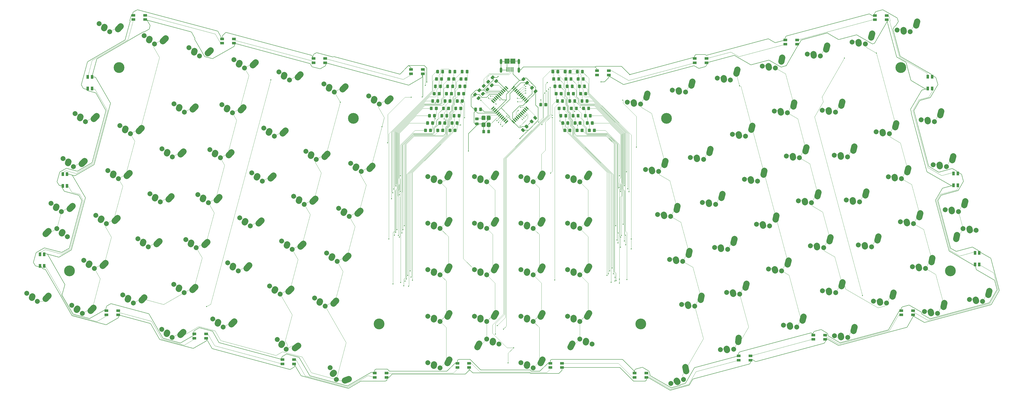
<source format=gbr>
G04 #@! TF.GenerationSoftware,KiCad,Pcbnew,(5.1.5)-3*
G04 #@! TF.CreationDate,2020-05-13T17:56:40+02:00*
G04 #@! TF.ProjectId,endgame_manualroute,656e6467-616d-4655-9f6d-616e75616c72,rev?*
G04 #@! TF.SameCoordinates,Original*
G04 #@! TF.FileFunction,Copper,L1,Top*
G04 #@! TF.FilePolarity,Positive*
%FSLAX46Y46*%
G04 Gerber Fmt 4.6, Leading zero omitted, Abs format (unit mm)*
G04 Created by KiCad (PCBNEW (5.1.5)-3) date 2020-05-13 17:56:40*
%MOMM*%
%LPD*%
G04 APERTURE LIST*
%ADD10C,2.500000*%
%ADD11C,2.000000*%
%ADD12C,0.100000*%
%ADD13R,2.000000X2.000000*%
%ADD14R,0.400000X1.856000*%
%ADD15O,1.000000X2.200000*%
%ADD16C,0.700000*%
%ADD17C,4.400000*%
%ADD18R,1.600000X1.000000*%
%ADD19R,1.000000X1.600000*%
%ADD20C,0.450000*%
%ADD21C,0.090000*%
%ADD22C,0.200000*%
G04 APERTURE END LIST*
D10*
X45931211Y-48923378D02*
X47093385Y-47724108D01*
X40301847Y-48532813D02*
X40489719Y-47984083D01*
D11*
X38256517Y-46660310D03*
X42542627Y-49982849D03*
D10*
X36096111Y-85628578D02*
X37258285Y-84429308D01*
X30466747Y-85238013D02*
X30654619Y-84689283D01*
D11*
X28421417Y-83365510D03*
X32707527Y-86688049D03*
D10*
X31178511Y-103981177D02*
X32340685Y-102781907D01*
X25549147Y-103590612D02*
X25737019Y-103041882D01*
D11*
X23503817Y-101718109D03*
X27789927Y-105040648D03*
D10*
X26260910Y-122333975D02*
X27423084Y-121134705D01*
X20631546Y-121943410D02*
X20819418Y-121394680D01*
D11*
X18586216Y-120070907D03*
X22872326Y-123393446D03*
D10*
X17620306Y-131406995D02*
X16458132Y-132606265D01*
X23249670Y-131797560D02*
X23061798Y-132346290D01*
D11*
X25295000Y-133670063D03*
X21008890Y-130347524D03*
D10*
X16425808Y-159038977D02*
X17587982Y-157839707D01*
X10796444Y-158648412D02*
X10984316Y-158099682D01*
D11*
X8751114Y-156775909D03*
X13037224Y-160098448D03*
D10*
X64283810Y-53840877D02*
X65445984Y-52641607D01*
X58654446Y-53450312D02*
X58842318Y-52901582D01*
D11*
X56609116Y-51577809D03*
X60895226Y-54900348D03*
D10*
X54448714Y-90546075D02*
X55610888Y-89346805D01*
X48819350Y-90155510D02*
X49007222Y-89606780D01*
D11*
X46774020Y-88283007D03*
X51060130Y-91605546D03*
D10*
X49531112Y-108898676D02*
X50693286Y-107699406D01*
X43901748Y-108508111D02*
X44089620Y-107959381D01*
D11*
X41856418Y-106635608D03*
X46142528Y-109958147D03*
D10*
X44613512Y-127250976D02*
X45775686Y-126051706D01*
X38984148Y-126860411D02*
X39172020Y-126311681D01*
D11*
X36938818Y-124987908D03*
X41224928Y-128310447D03*
D10*
X39696010Y-145603977D02*
X40858184Y-144404707D01*
X34066646Y-145213412D02*
X34254518Y-144664682D01*
D11*
X32021316Y-143340909D03*
X36307426Y-146663448D03*
D10*
X34778414Y-163955978D02*
X35940588Y-162756708D01*
X29149050Y-163565413D02*
X29336922Y-163016683D01*
D11*
X27103720Y-161692910D03*
X31389830Y-165015449D03*
D10*
X82636413Y-58758478D02*
X83798587Y-57559208D01*
X77007049Y-58367913D02*
X77194921Y-57819183D01*
D11*
X74961719Y-56495410D03*
X79247829Y-59817949D03*
D10*
X76489411Y-81699177D02*
X77651585Y-80499907D01*
X70860047Y-81308612D02*
X71047919Y-80759882D01*
D11*
X68814717Y-79436109D03*
X73100827Y-82758648D03*
D10*
X71571912Y-100051778D02*
X72734086Y-98852508D01*
X65942548Y-99661213D02*
X66130420Y-99112483D01*
D11*
X63897218Y-97788710D03*
X68183328Y-101111249D03*
D10*
X66654311Y-118403976D02*
X67816485Y-117204706D01*
X61024947Y-118013411D02*
X61212819Y-117464681D01*
D11*
X58979617Y-116140908D03*
X63265727Y-119463447D03*
D10*
X61736712Y-136756976D02*
X62898886Y-135557706D01*
X56107348Y-136366411D02*
X56295220Y-135817681D01*
D11*
X54062018Y-134493908D03*
X58348128Y-137816447D03*
D10*
X55591110Y-159697977D02*
X56753284Y-158498707D01*
X49961746Y-159307412D02*
X50149618Y-158758682D01*
D11*
X47916416Y-157434909D03*
X52202526Y-160757448D03*
D10*
X100988612Y-63676076D02*
X102150786Y-62476806D01*
X95359248Y-63285511D02*
X95547120Y-62736781D01*
D11*
X93313918Y-61413008D03*
X97600028Y-64735547D03*
D10*
X96071412Y-82028677D02*
X97233586Y-80829407D01*
X90442048Y-81638112D02*
X90629920Y-81089382D01*
D11*
X88396718Y-79765609D03*
X92682828Y-83088148D03*
D10*
X91153810Y-100381177D02*
X92315984Y-99181907D01*
X85524446Y-99990612D02*
X85712318Y-99441882D01*
D11*
X83479116Y-98118109D03*
X87765226Y-101440648D03*
D10*
X86236312Y-118733979D02*
X87398486Y-117534709D01*
X80606948Y-118343414D02*
X80794820Y-117794684D01*
D11*
X78561618Y-116470911D03*
X82847728Y-119793450D03*
D10*
X81318712Y-137085978D02*
X82480886Y-135886708D01*
X75689348Y-136695413D02*
X75877220Y-136146683D01*
D11*
X73644018Y-134822910D03*
X77930128Y-138145449D03*
D10*
X76402411Y-155438976D02*
X77564585Y-154239706D01*
X70773047Y-155048411D02*
X70960919Y-154499681D01*
D11*
X68727717Y-153175908D03*
X73013827Y-156498447D03*
D10*
X119341610Y-68593577D02*
X120503784Y-67394307D01*
X113712246Y-68203012D02*
X113900118Y-67654282D01*
D11*
X111666916Y-66330509D03*
X115953026Y-69653048D03*
D10*
X113194610Y-91534378D02*
X114356784Y-90335108D01*
X107565246Y-91143813D02*
X107753118Y-90595083D01*
D11*
X105519916Y-89271310D03*
X109806026Y-92593849D03*
D10*
X108276611Y-109886977D02*
X109438785Y-108687707D01*
X102647247Y-109496412D02*
X102835119Y-108947682D01*
D11*
X100601917Y-107623909D03*
X104888027Y-110946448D03*
D10*
X103359611Y-128239978D02*
X104521785Y-127040708D01*
X97730247Y-127849413D02*
X97918119Y-127300683D01*
D11*
X95684917Y-125976910D03*
X99971027Y-129299449D03*
D10*
X98441611Y-146591977D02*
X99603785Y-145392707D01*
X92812247Y-146201412D02*
X93000119Y-145652682D01*
D11*
X90766917Y-144328909D03*
X95053027Y-147651448D03*
D10*
X92296213Y-169532977D02*
X93458387Y-168333707D01*
X86666849Y-169142412D02*
X86854721Y-168593682D01*
D11*
X84621519Y-167269909D03*
X88907629Y-170592448D03*
D10*
X137694612Y-73511177D02*
X138856786Y-72311907D01*
X132065248Y-73120612D02*
X132253120Y-72571882D01*
D11*
X130019918Y-71248109D03*
X134306028Y-74570648D03*
D10*
X130317612Y-101040079D02*
X131479786Y-99840809D01*
X124688248Y-100649514D02*
X124876120Y-100100784D01*
D11*
X122642918Y-98777011D03*
X126929028Y-102099550D03*
D10*
X125400614Y-119392976D02*
X126562788Y-118193706D01*
X119771250Y-119002411D02*
X119959122Y-118453681D01*
D11*
X117725920Y-117129908D03*
X122012030Y-120452447D03*
D10*
X120482611Y-137744977D02*
X121644785Y-136545707D01*
X114853247Y-137354412D02*
X115041119Y-136805682D01*
D11*
X112807917Y-135481909D03*
X117094027Y-138804448D03*
D10*
X115565613Y-156097978D02*
X116727787Y-154898708D01*
X109936249Y-155707413D02*
X110124121Y-155158683D01*
D11*
X107890919Y-153834910D03*
X112177029Y-157157449D03*
D10*
X118178691Y-179196748D02*
X119531461Y-178217506D01*
X112702671Y-177834586D02*
X112982975Y-177326816D01*
D11*
X111013572Y-175635363D03*
X114657612Y-179651701D03*
D10*
X156046612Y-78428776D02*
X157208786Y-77229506D01*
X150417248Y-78038211D02*
X150605120Y-77489481D01*
D11*
X148371918Y-76165708D03*
X152658028Y-79488247D03*
D10*
X148670611Y-105957577D02*
X149832785Y-104758307D01*
X143041247Y-105567012D02*
X143229119Y-105018282D01*
D11*
X140995917Y-103694509D03*
X145282027Y-107017048D03*
D10*
X143752611Y-124309977D02*
X144914785Y-123110707D01*
X138123247Y-123919412D02*
X138311119Y-123370682D01*
D11*
X136077917Y-122046909D03*
X140364027Y-125369448D03*
D10*
X138835611Y-142662977D02*
X139997785Y-141463707D01*
X133206247Y-142272412D02*
X133394119Y-141723682D01*
D11*
X131160917Y-140399909D03*
X135447027Y-143722448D03*
D10*
X133917612Y-161014976D02*
X135079786Y-159815706D01*
X128288248Y-160624411D02*
X128476120Y-160075681D01*
D11*
X126242918Y-158751908D03*
X130529028Y-162074447D03*
D10*
X138624464Y-192454020D02*
X140184586Y-191858268D01*
X133687587Y-189720975D02*
X134089761Y-189303055D01*
D11*
X132625244Y-187159518D03*
X135105612Y-191982149D03*
D10*
X71497409Y-173794975D02*
X72659583Y-172595705D01*
X65868045Y-173404410D02*
X66055917Y-172855680D01*
D11*
X63822715Y-171531907D03*
X68108825Y-174854446D03*
D10*
X180490970Y-109363785D02*
X181303150Y-107904585D01*
X174952336Y-110443513D02*
X174991784Y-109864857D01*
D11*
X172492060Y-109164185D03*
X177492060Y-111264185D03*
D10*
X180490972Y-128364086D02*
X181303152Y-126904886D01*
X174952338Y-129443814D02*
X174991786Y-128865158D01*
D11*
X172492062Y-128164486D03*
X177492062Y-130264486D03*
D10*
X180490968Y-147364088D02*
X181303148Y-145904888D01*
X174952334Y-148443816D02*
X174991782Y-147865160D01*
D11*
X172492058Y-147164488D03*
X177492058Y-149264488D03*
D10*
X180490969Y-166364086D02*
X181303149Y-164904886D01*
X174952335Y-167443814D02*
X174991783Y-166865158D01*
D11*
X172492059Y-166164486D03*
X177492059Y-168264486D03*
D10*
X180490969Y-185364087D02*
X181303149Y-183904887D01*
X174952335Y-186443815D02*
X174991783Y-185865159D01*
D11*
X172492059Y-185164487D03*
X177492059Y-187264487D03*
D10*
X199490970Y-109363787D02*
X200303150Y-107904587D01*
X193952336Y-110443515D02*
X193991784Y-109864859D01*
D11*
X191492060Y-109164187D03*
X196492060Y-111264187D03*
D10*
X199490970Y-128364087D02*
X200303150Y-126904887D01*
X193952336Y-129443815D02*
X193991784Y-128865159D01*
D11*
X191492060Y-128164487D03*
X196492060Y-130264487D03*
D10*
X199490969Y-147364084D02*
X200303149Y-145904884D01*
X193952335Y-148443812D02*
X193991783Y-147865156D01*
D11*
X191492059Y-147164484D03*
X196492059Y-149264484D03*
D10*
X199490970Y-166364088D02*
X200303150Y-164904888D01*
X193952336Y-167443816D02*
X193991784Y-166865160D01*
D11*
X191492060Y-166164488D03*
X196492060Y-168264488D03*
D10*
X193493150Y-177364886D02*
X192680970Y-178824086D01*
X199031784Y-176285158D02*
X198992336Y-176863814D01*
D11*
X201492060Y-177564486D03*
X196492060Y-175464486D03*
D10*
X218490971Y-109363786D02*
X219303151Y-107904586D01*
X212952337Y-110443514D02*
X212991785Y-109864858D01*
D11*
X210492061Y-109164186D03*
X215492061Y-111264186D03*
D10*
X218490969Y-128364086D02*
X219303149Y-126904886D01*
X212952335Y-129443814D02*
X212991783Y-128865158D01*
D11*
X210492059Y-128164486D03*
X215492059Y-130264486D03*
D10*
X218490968Y-147364087D02*
X219303148Y-145904887D01*
X212952334Y-148443815D02*
X212991782Y-147865159D01*
D11*
X210492058Y-147164487D03*
X215492058Y-149264487D03*
D10*
X218490967Y-166364087D02*
X219303147Y-164904887D01*
X212952333Y-167443815D02*
X212991781Y-166865159D01*
D11*
X210492057Y-166164487D03*
X215492057Y-168264487D03*
D10*
X218490970Y-185364087D02*
X219303150Y-183904887D01*
X212952336Y-186443815D02*
X212991784Y-185865159D01*
D11*
X210492060Y-185164487D03*
X215492060Y-187264487D03*
D10*
X346291957Y-172239628D02*
X346698795Y-170619942D01*
X341221501Y-174716070D02*
X341109839Y-174146920D01*
D11*
X338513943Y-174117099D03*
X343887092Y-174851448D03*
D10*
X237490969Y-109363787D02*
X238303149Y-107904587D01*
X231952335Y-110443515D02*
X231991783Y-109864859D01*
D11*
X229492059Y-109164187D03*
X234492059Y-111264187D03*
D10*
X237490968Y-128364086D02*
X238303148Y-126904886D01*
X231952334Y-129443814D02*
X231991782Y-128865158D01*
D11*
X229492058Y-128164486D03*
X234492058Y-130264486D03*
D10*
X237490969Y-147364087D02*
X238303149Y-145904887D01*
X231952335Y-148443815D02*
X231991783Y-147865159D01*
D11*
X229492059Y-147164487D03*
X234492059Y-149264487D03*
D10*
X237490970Y-166364085D02*
X238303150Y-164904885D01*
X231952336Y-167443813D02*
X231991784Y-166865157D01*
D11*
X229492060Y-166164485D03*
X234492060Y-168264485D03*
D10*
X231493150Y-177364885D02*
X230680970Y-178824085D01*
X237031784Y-176285157D02*
X236992336Y-176863813D01*
D11*
X239492060Y-177564485D03*
X234492060Y-175464485D03*
D10*
X261728957Y-76876427D02*
X262135795Y-75256741D01*
X256658501Y-79352869D02*
X256546839Y-78783719D01*
D11*
X253950943Y-78753898D03*
X259324092Y-79488247D03*
D10*
X269104957Y-104405227D02*
X269511795Y-102785541D01*
X264034501Y-106881669D02*
X263922839Y-106312519D01*
D11*
X261326943Y-106282698D03*
X266700092Y-107017047D03*
D10*
X274022956Y-122757626D02*
X274429794Y-121137940D01*
X268952500Y-125234068D02*
X268840838Y-124664918D01*
D11*
X266244942Y-124635097D03*
X271618091Y-125369446D03*
D10*
X278939954Y-141110629D02*
X279346792Y-139490943D01*
X273869498Y-143587071D02*
X273757836Y-143017921D01*
D11*
X271161940Y-142988100D03*
X276535089Y-143722449D03*
D10*
X283857957Y-159462628D02*
X284264795Y-157842942D01*
X278787501Y-161939070D02*
X278675839Y-161369920D01*
D11*
X276079943Y-161340099D03*
X281453092Y-162074448D03*
D10*
X277954252Y-188598696D02*
X277638462Y-186958824D01*
X274405448Y-192985981D02*
X274063714Y-192517347D01*
D11*
X271698431Y-193587393D03*
X276878507Y-191982148D03*
D10*
X280080956Y-71958827D02*
X280487794Y-70339141D01*
X275010500Y-74435269D02*
X274898838Y-73866119D01*
D11*
X272302942Y-73836298D03*
X277676091Y-74570647D03*
D10*
X287457955Y-99487729D02*
X287864793Y-97868043D01*
X282387499Y-101964171D02*
X282275837Y-101395021D01*
D11*
X279679941Y-101365200D03*
X285053090Y-102099549D03*
D10*
X292374956Y-117840626D02*
X292781794Y-116220940D01*
X287304500Y-120317068D02*
X287192838Y-119747918D01*
D11*
X284596942Y-119718097D03*
X289970091Y-120452446D03*
D10*
X297292957Y-136192626D02*
X297699795Y-134572940D01*
X292222501Y-138669068D02*
X292110839Y-138099918D01*
D11*
X289514943Y-138070097D03*
X294888092Y-138804446D03*
D10*
X302209956Y-154545629D02*
X302616794Y-152925943D01*
X297139500Y-157022071D02*
X297027838Y-156452921D01*
D11*
X294431942Y-156423100D03*
X299805091Y-157157449D03*
D10*
X299241301Y-176661961D02*
X299360701Y-174996235D01*
X294677906Y-179981256D02*
X294469108Y-179440142D01*
D11*
X291907471Y-179861548D03*
X297326509Y-179651703D03*
D10*
X298433959Y-67041228D02*
X298840797Y-65421542D01*
X293363503Y-69517670D02*
X293251841Y-68948520D01*
D11*
X290655945Y-68918699D03*
X296029094Y-69653048D03*
D10*
X304580955Y-89982028D02*
X304987793Y-88362342D01*
X299510499Y-92458470D02*
X299398837Y-91889320D01*
D11*
X296802941Y-91859499D03*
X302176090Y-92593848D03*
D10*
X309498958Y-108334629D02*
X309905796Y-106714943D01*
X304428502Y-110811071D02*
X304316840Y-110241921D01*
D11*
X301720944Y-110212100D03*
X307094093Y-110946449D03*
D10*
X314415959Y-126687628D02*
X314822797Y-125067942D01*
X309345503Y-129164070D02*
X309233841Y-128594920D01*
D11*
X306637945Y-128565099D03*
X312011094Y-129299448D03*
D10*
X319333957Y-145039628D02*
X319740795Y-143419942D01*
X314263501Y-147516070D02*
X314151839Y-146946920D01*
D11*
X311555943Y-146917099D03*
X316929092Y-147651448D03*
D10*
X325480956Y-167980627D02*
X325887794Y-166360941D01*
X320410500Y-170457069D02*
X320298838Y-169887919D01*
D11*
X317702942Y-169858098D03*
X323076091Y-170592447D03*
D10*
X316786958Y-62123727D02*
X317193796Y-60504041D01*
X311716502Y-64600169D02*
X311604840Y-64031019D01*
D11*
X309008944Y-64001198D03*
X314382093Y-64735547D03*
D10*
X321703957Y-80476327D02*
X322110795Y-78856641D01*
X316633501Y-82952769D02*
X316521839Y-82383619D01*
D11*
X313925943Y-82353798D03*
X319299092Y-83088147D03*
D10*
X326621956Y-98828827D02*
X327028794Y-97209141D01*
X321551500Y-101305269D02*
X321439838Y-100736119D01*
D11*
X318843942Y-100706298D03*
X324217091Y-101440647D03*
D10*
X331538956Y-117181626D02*
X331945794Y-115561940D01*
X326468500Y-119658068D02*
X326356838Y-119088918D01*
D11*
X323760942Y-119059097D03*
X329134091Y-119793446D03*
D10*
X336456955Y-135533628D02*
X336863793Y-133913942D01*
X331386499Y-138010070D02*
X331274837Y-137440920D01*
D11*
X328678941Y-137411099D03*
X334052090Y-138145448D03*
D10*
X341373957Y-153886629D02*
X341780795Y-152266943D01*
X336303501Y-156363071D02*
X336191839Y-155793921D01*
D11*
X333595943Y-155764100D03*
X338969092Y-156498449D03*
D10*
X335138954Y-57206129D02*
X335545792Y-55586443D01*
X330068498Y-59682571D02*
X329956836Y-59113421D01*
D11*
X327360940Y-59083600D03*
X332734089Y-59817949D03*
D10*
X341285958Y-80146828D02*
X341692796Y-78527142D01*
X336215502Y-82623270D02*
X336103840Y-82054120D01*
D11*
X333507944Y-82024299D03*
X338881093Y-82758648D03*
D10*
X346203956Y-98499429D02*
X346610794Y-96879743D01*
X341133500Y-100975871D02*
X341021838Y-100406721D01*
D11*
X338425942Y-100376900D03*
X343799091Y-101111249D03*
D10*
X351120955Y-116851628D02*
X351527793Y-115231942D01*
X346050499Y-119328070D02*
X345938837Y-118758920D01*
D11*
X343342941Y-118729099D03*
X348716090Y-119463448D03*
D10*
X356038954Y-135204628D02*
X356445792Y-133584942D01*
X350968498Y-137681070D02*
X350856836Y-137111920D01*
D11*
X348260940Y-137082099D03*
X353634089Y-137816448D03*
D10*
X362185956Y-158145629D02*
X362592794Y-156525943D01*
X357115500Y-160622071D02*
X357003838Y-160052921D01*
D11*
X354407942Y-160023100D03*
X359781091Y-160757449D03*
D10*
X353491958Y-52288527D02*
X353898796Y-50668841D01*
X348421502Y-54764969D02*
X348309840Y-54195819D01*
D11*
X345713944Y-54165998D03*
X351087093Y-54900347D03*
D10*
X363326957Y-88993728D02*
X363733795Y-87374042D01*
X358256501Y-91470170D02*
X358144839Y-90901020D01*
D11*
X355548943Y-90871199D03*
X360922092Y-91605548D03*
D10*
X368244954Y-107346328D02*
X368651792Y-105726642D01*
X363174498Y-109822770D02*
X363062836Y-109253620D01*
D11*
X360466940Y-109223799D03*
X365840089Y-109958148D03*
D10*
X373161957Y-125698629D02*
X373568795Y-124078943D01*
X368091501Y-128175071D02*
X367979839Y-127605921D01*
D11*
X365383943Y-127576100D03*
X370757092Y-128310449D03*
D10*
X378079957Y-144051626D02*
X378486795Y-142431940D01*
X373009501Y-146528068D02*
X372897839Y-145958918D01*
D11*
X370301943Y-145929097D03*
X375675092Y-146663446D03*
D10*
X382996957Y-162403628D02*
X383403795Y-160783942D01*
X377926501Y-164880070D02*
X377814839Y-164310920D01*
D11*
X375218943Y-164281099D03*
X380592092Y-165015448D03*
D10*
X371843954Y-47371032D02*
X372250792Y-45751346D01*
X366773498Y-49847474D02*
X366661836Y-49278324D01*
D11*
X364065940Y-49248503D03*
X369439089Y-49982852D03*
D10*
X381679958Y-84076228D02*
X382086796Y-82456542D01*
X376609502Y-86552670D02*
X376497840Y-85983520D01*
D11*
X373901944Y-85953699D03*
X379275093Y-86688048D03*
D10*
X386596958Y-102428827D02*
X387003796Y-100809141D01*
X381526502Y-104905269D02*
X381414840Y-104336119D01*
D11*
X378818944Y-104306298D03*
X384192093Y-105040647D03*
D10*
X391514957Y-120781626D02*
X391921795Y-119161940D01*
X386444501Y-123258068D02*
X386332839Y-122688918D01*
D11*
X383736943Y-122659097D03*
X389110092Y-123393446D03*
D10*
X388568163Y-132959344D02*
X388161325Y-134579030D01*
X393638619Y-130482902D02*
X393750281Y-131052052D01*
D11*
X396346177Y-131081873D03*
X390973028Y-130347524D03*
D10*
X401349955Y-157486629D02*
X401756793Y-155866943D01*
X396279499Y-159963071D02*
X396167837Y-159393921D01*
D11*
X393571941Y-159364100D03*
X398945090Y-160098449D03*
G04 #@! TA.AperFunction,SMDPad,CuDef*
D12*
G36*
X203940449Y-72397577D02*
G01*
X204294003Y-72044023D01*
X205354663Y-73104683D01*
X205001109Y-73458237D01*
X203940449Y-72397577D01*
G37*
G04 #@! TD.AperFunction*
G04 #@! TA.AperFunction,SMDPad,CuDef*
G36*
X203374764Y-72963262D02*
G01*
X203728318Y-72609708D01*
X204788978Y-73670368D01*
X204435424Y-74023922D01*
X203374764Y-72963262D01*
G37*
G04 #@! TD.AperFunction*
G04 #@! TA.AperFunction,SMDPad,CuDef*
G36*
X202809078Y-73528948D02*
G01*
X203162632Y-73175394D01*
X204223292Y-74236054D01*
X203869738Y-74589608D01*
X202809078Y-73528948D01*
G37*
G04 #@! TD.AperFunction*
G04 #@! TA.AperFunction,SMDPad,CuDef*
G36*
X202243393Y-74094633D02*
G01*
X202596947Y-73741079D01*
X203657607Y-74801739D01*
X203304053Y-75155293D01*
X202243393Y-74094633D01*
G37*
G04 #@! TD.AperFunction*
G04 #@! TA.AperFunction,SMDPad,CuDef*
G36*
X201677707Y-74660319D02*
G01*
X202031261Y-74306765D01*
X203091921Y-75367425D01*
X202738367Y-75720979D01*
X201677707Y-74660319D01*
G37*
G04 #@! TD.AperFunction*
G04 #@! TA.AperFunction,SMDPad,CuDef*
G36*
X201112022Y-75226004D02*
G01*
X201465576Y-74872450D01*
X202526236Y-75933110D01*
X202172682Y-76286664D01*
X201112022Y-75226004D01*
G37*
G04 #@! TD.AperFunction*
G04 #@! TA.AperFunction,SMDPad,CuDef*
G36*
X200546337Y-75791689D02*
G01*
X200899891Y-75438135D01*
X201960551Y-76498795D01*
X201606997Y-76852349D01*
X200546337Y-75791689D01*
G37*
G04 #@! TD.AperFunction*
G04 #@! TA.AperFunction,SMDPad,CuDef*
G36*
X199980651Y-76357375D02*
G01*
X200334205Y-76003821D01*
X201394865Y-77064481D01*
X201041311Y-77418035D01*
X199980651Y-76357375D01*
G37*
G04 #@! TD.AperFunction*
G04 #@! TA.AperFunction,SMDPad,CuDef*
G36*
X199414966Y-76923060D02*
G01*
X199768520Y-76569506D01*
X200829180Y-77630166D01*
X200475626Y-77983720D01*
X199414966Y-76923060D01*
G37*
G04 #@! TD.AperFunction*
G04 #@! TA.AperFunction,SMDPad,CuDef*
G36*
X198849280Y-77488746D02*
G01*
X199202834Y-77135192D01*
X200263494Y-78195852D01*
X199909940Y-78549406D01*
X198849280Y-77488746D01*
G37*
G04 #@! TD.AperFunction*
G04 #@! TA.AperFunction,SMDPad,CuDef*
G36*
X198283595Y-78054431D02*
G01*
X198637149Y-77700877D01*
X199697809Y-78761537D01*
X199344255Y-79115091D01*
X198283595Y-78054431D01*
G37*
G04 #@! TD.AperFunction*
G04 #@! TA.AperFunction,SMDPad,CuDef*
G36*
X198283595Y-81448543D02*
G01*
X199344255Y-80387883D01*
X199697809Y-80741437D01*
X198637149Y-81802097D01*
X198283595Y-81448543D01*
G37*
G04 #@! TD.AperFunction*
G04 #@! TA.AperFunction,SMDPad,CuDef*
G36*
X198849280Y-82014228D02*
G01*
X199909940Y-80953568D01*
X200263494Y-81307122D01*
X199202834Y-82367782D01*
X198849280Y-82014228D01*
G37*
G04 #@! TD.AperFunction*
G04 #@! TA.AperFunction,SMDPad,CuDef*
G36*
X199414966Y-82579914D02*
G01*
X200475626Y-81519254D01*
X200829180Y-81872808D01*
X199768520Y-82933468D01*
X199414966Y-82579914D01*
G37*
G04 #@! TD.AperFunction*
G04 #@! TA.AperFunction,SMDPad,CuDef*
G36*
X199980651Y-83145599D02*
G01*
X201041311Y-82084939D01*
X201394865Y-82438493D01*
X200334205Y-83499153D01*
X199980651Y-83145599D01*
G37*
G04 #@! TD.AperFunction*
G04 #@! TA.AperFunction,SMDPad,CuDef*
G36*
X200546337Y-83711285D02*
G01*
X201606997Y-82650625D01*
X201960551Y-83004179D01*
X200899891Y-84064839D01*
X200546337Y-83711285D01*
G37*
G04 #@! TD.AperFunction*
G04 #@! TA.AperFunction,SMDPad,CuDef*
G36*
X201112022Y-84276970D02*
G01*
X202172682Y-83216310D01*
X202526236Y-83569864D01*
X201465576Y-84630524D01*
X201112022Y-84276970D01*
G37*
G04 #@! TD.AperFunction*
G04 #@! TA.AperFunction,SMDPad,CuDef*
G36*
X201677707Y-84842655D02*
G01*
X202738367Y-83781995D01*
X203091921Y-84135549D01*
X202031261Y-85196209D01*
X201677707Y-84842655D01*
G37*
G04 #@! TD.AperFunction*
G04 #@! TA.AperFunction,SMDPad,CuDef*
G36*
X202243393Y-85408341D02*
G01*
X203304053Y-84347681D01*
X203657607Y-84701235D01*
X202596947Y-85761895D01*
X202243393Y-85408341D01*
G37*
G04 #@! TD.AperFunction*
G04 #@! TA.AperFunction,SMDPad,CuDef*
G36*
X202809078Y-85974026D02*
G01*
X203869738Y-84913366D01*
X204223292Y-85266920D01*
X203162632Y-86327580D01*
X202809078Y-85974026D01*
G37*
G04 #@! TD.AperFunction*
G04 #@! TA.AperFunction,SMDPad,CuDef*
G36*
X203374764Y-86539712D02*
G01*
X204435424Y-85479052D01*
X204788978Y-85832606D01*
X203728318Y-86893266D01*
X203374764Y-86539712D01*
G37*
G04 #@! TD.AperFunction*
G04 #@! TA.AperFunction,SMDPad,CuDef*
G36*
X203940449Y-87105397D02*
G01*
X205001109Y-86044737D01*
X205354663Y-86398291D01*
X204294003Y-87458951D01*
X203940449Y-87105397D01*
G37*
G04 #@! TD.AperFunction*
G04 #@! TA.AperFunction,SMDPad,CuDef*
G36*
X206627455Y-86398291D02*
G01*
X206981009Y-86044737D01*
X208041669Y-87105397D01*
X207688115Y-87458951D01*
X206627455Y-86398291D01*
G37*
G04 #@! TD.AperFunction*
G04 #@! TA.AperFunction,SMDPad,CuDef*
G36*
X207193140Y-85832606D02*
G01*
X207546694Y-85479052D01*
X208607354Y-86539712D01*
X208253800Y-86893266D01*
X207193140Y-85832606D01*
G37*
G04 #@! TD.AperFunction*
G04 #@! TA.AperFunction,SMDPad,CuDef*
G36*
X207758826Y-85266920D02*
G01*
X208112380Y-84913366D01*
X209173040Y-85974026D01*
X208819486Y-86327580D01*
X207758826Y-85266920D01*
G37*
G04 #@! TD.AperFunction*
G04 #@! TA.AperFunction,SMDPad,CuDef*
G36*
X208324511Y-84701235D02*
G01*
X208678065Y-84347681D01*
X209738725Y-85408341D01*
X209385171Y-85761895D01*
X208324511Y-84701235D01*
G37*
G04 #@! TD.AperFunction*
G04 #@! TA.AperFunction,SMDPad,CuDef*
G36*
X208890197Y-84135549D02*
G01*
X209243751Y-83781995D01*
X210304411Y-84842655D01*
X209950857Y-85196209D01*
X208890197Y-84135549D01*
G37*
G04 #@! TD.AperFunction*
G04 #@! TA.AperFunction,SMDPad,CuDef*
G36*
X209455882Y-83569864D02*
G01*
X209809436Y-83216310D01*
X210870096Y-84276970D01*
X210516542Y-84630524D01*
X209455882Y-83569864D01*
G37*
G04 #@! TD.AperFunction*
G04 #@! TA.AperFunction,SMDPad,CuDef*
G36*
X210021567Y-83004179D02*
G01*
X210375121Y-82650625D01*
X211435781Y-83711285D01*
X211082227Y-84064839D01*
X210021567Y-83004179D01*
G37*
G04 #@! TD.AperFunction*
G04 #@! TA.AperFunction,SMDPad,CuDef*
G36*
X210587253Y-82438493D02*
G01*
X210940807Y-82084939D01*
X212001467Y-83145599D01*
X211647913Y-83499153D01*
X210587253Y-82438493D01*
G37*
G04 #@! TD.AperFunction*
G04 #@! TA.AperFunction,SMDPad,CuDef*
G36*
X211152938Y-81872808D02*
G01*
X211506492Y-81519254D01*
X212567152Y-82579914D01*
X212213598Y-82933468D01*
X211152938Y-81872808D01*
G37*
G04 #@! TD.AperFunction*
G04 #@! TA.AperFunction,SMDPad,CuDef*
G36*
X211718624Y-81307122D02*
G01*
X212072178Y-80953568D01*
X213132838Y-82014228D01*
X212779284Y-82367782D01*
X211718624Y-81307122D01*
G37*
G04 #@! TD.AperFunction*
G04 #@! TA.AperFunction,SMDPad,CuDef*
G36*
X212284309Y-80741437D02*
G01*
X212637863Y-80387883D01*
X213698523Y-81448543D01*
X213344969Y-81802097D01*
X212284309Y-80741437D01*
G37*
G04 #@! TD.AperFunction*
G04 #@! TA.AperFunction,SMDPad,CuDef*
G36*
X212284309Y-78761537D02*
G01*
X213344969Y-77700877D01*
X213698523Y-78054431D01*
X212637863Y-79115091D01*
X212284309Y-78761537D01*
G37*
G04 #@! TD.AperFunction*
G04 #@! TA.AperFunction,SMDPad,CuDef*
G36*
X211718624Y-78195852D02*
G01*
X212779284Y-77135192D01*
X213132838Y-77488746D01*
X212072178Y-78549406D01*
X211718624Y-78195852D01*
G37*
G04 #@! TD.AperFunction*
G04 #@! TA.AperFunction,SMDPad,CuDef*
G36*
X211152938Y-77630166D02*
G01*
X212213598Y-76569506D01*
X212567152Y-76923060D01*
X211506492Y-77983720D01*
X211152938Y-77630166D01*
G37*
G04 #@! TD.AperFunction*
G04 #@! TA.AperFunction,SMDPad,CuDef*
G36*
X210587253Y-77064481D02*
G01*
X211647913Y-76003821D01*
X212001467Y-76357375D01*
X210940807Y-77418035D01*
X210587253Y-77064481D01*
G37*
G04 #@! TD.AperFunction*
G04 #@! TA.AperFunction,SMDPad,CuDef*
G36*
X210021567Y-76498795D02*
G01*
X211082227Y-75438135D01*
X211435781Y-75791689D01*
X210375121Y-76852349D01*
X210021567Y-76498795D01*
G37*
G04 #@! TD.AperFunction*
G04 #@! TA.AperFunction,SMDPad,CuDef*
G36*
X209455882Y-75933110D02*
G01*
X210516542Y-74872450D01*
X210870096Y-75226004D01*
X209809436Y-76286664D01*
X209455882Y-75933110D01*
G37*
G04 #@! TD.AperFunction*
G04 #@! TA.AperFunction,SMDPad,CuDef*
G36*
X208890197Y-75367425D02*
G01*
X209950857Y-74306765D01*
X210304411Y-74660319D01*
X209243751Y-75720979D01*
X208890197Y-75367425D01*
G37*
G04 #@! TD.AperFunction*
G04 #@! TA.AperFunction,SMDPad,CuDef*
G36*
X208324511Y-74801739D02*
G01*
X209385171Y-73741079D01*
X209738725Y-74094633D01*
X208678065Y-75155293D01*
X208324511Y-74801739D01*
G37*
G04 #@! TD.AperFunction*
G04 #@! TA.AperFunction,SMDPad,CuDef*
G36*
X207758826Y-74236054D02*
G01*
X208819486Y-73175394D01*
X209173040Y-73528948D01*
X208112380Y-74589608D01*
X207758826Y-74236054D01*
G37*
G04 #@! TD.AperFunction*
G04 #@! TA.AperFunction,SMDPad,CuDef*
G36*
X207193140Y-73670368D02*
G01*
X208253800Y-72609708D01*
X208607354Y-72963262D01*
X207546694Y-74023922D01*
X207193140Y-73670368D01*
G37*
G04 #@! TD.AperFunction*
G04 #@! TA.AperFunction,SMDPad,CuDef*
G36*
X206627455Y-73104683D02*
G01*
X207688115Y-72044023D01*
X208041669Y-72397577D01*
X206981009Y-73458237D01*
X206627455Y-73104683D01*
G37*
G04 #@! TD.AperFunction*
D13*
X204791060Y-61941485D03*
X207191060Y-61941485D03*
D14*
X204691060Y-65341485D03*
X205341060Y-65341485D03*
X205991060Y-65341485D03*
X206641060Y-65341485D03*
X207291060Y-65341485D03*
D15*
X209591060Y-65591485D03*
X209591060Y-62141485D03*
X202391060Y-65591485D03*
X202391060Y-62141485D03*
G04 #@! TA.AperFunction,SMDPad,CuDef*
D12*
G36*
X195080736Y-74494968D02*
G01*
X195105004Y-74498568D01*
X195128803Y-74504529D01*
X195151902Y-74512794D01*
X195174081Y-74523284D01*
X195195124Y-74535896D01*
X195214830Y-74550511D01*
X195233008Y-74566987D01*
X195692629Y-75026608D01*
X195709105Y-75044786D01*
X195723720Y-75064492D01*
X195736332Y-75085535D01*
X195746822Y-75107714D01*
X195755087Y-75130813D01*
X195761048Y-75154612D01*
X195764648Y-75178880D01*
X195765852Y-75203384D01*
X195764648Y-75227888D01*
X195761048Y-75252156D01*
X195755087Y-75275955D01*
X195746822Y-75299054D01*
X195736332Y-75321233D01*
X195723720Y-75342276D01*
X195709105Y-75361982D01*
X195692629Y-75380160D01*
X195056232Y-76016557D01*
X195038054Y-76033033D01*
X195018348Y-76047648D01*
X194997305Y-76060260D01*
X194975126Y-76070750D01*
X194952027Y-76079015D01*
X194928228Y-76084976D01*
X194903960Y-76088576D01*
X194879456Y-76089780D01*
X194854952Y-76088576D01*
X194830684Y-76084976D01*
X194806885Y-76079015D01*
X194783786Y-76070750D01*
X194761607Y-76060260D01*
X194740564Y-76047648D01*
X194720858Y-76033033D01*
X194702680Y-76016557D01*
X194243059Y-75556936D01*
X194226583Y-75538758D01*
X194211968Y-75519052D01*
X194199356Y-75498009D01*
X194188866Y-75475830D01*
X194180601Y-75452731D01*
X194174640Y-75428932D01*
X194171040Y-75404664D01*
X194169836Y-75380160D01*
X194171040Y-75355656D01*
X194174640Y-75331388D01*
X194180601Y-75307589D01*
X194188866Y-75284490D01*
X194199356Y-75262311D01*
X194211968Y-75241268D01*
X194226583Y-75221562D01*
X194243059Y-75203384D01*
X194879456Y-74566987D01*
X194897634Y-74550511D01*
X194917340Y-74535896D01*
X194938383Y-74523284D01*
X194960562Y-74512794D01*
X194983661Y-74504529D01*
X195007460Y-74498568D01*
X195031728Y-74494968D01*
X195056232Y-74493764D01*
X195080736Y-74494968D01*
G37*
G04 #@! TD.AperFunction*
G04 #@! TA.AperFunction,SMDPad,CuDef*
G36*
X193631168Y-73045400D02*
G01*
X193655436Y-73049000D01*
X193679235Y-73054961D01*
X193702334Y-73063226D01*
X193724513Y-73073716D01*
X193745556Y-73086328D01*
X193765262Y-73100943D01*
X193783440Y-73117419D01*
X194243061Y-73577040D01*
X194259537Y-73595218D01*
X194274152Y-73614924D01*
X194286764Y-73635967D01*
X194297254Y-73658146D01*
X194305519Y-73681245D01*
X194311480Y-73705044D01*
X194315080Y-73729312D01*
X194316284Y-73753816D01*
X194315080Y-73778320D01*
X194311480Y-73802588D01*
X194305519Y-73826387D01*
X194297254Y-73849486D01*
X194286764Y-73871665D01*
X194274152Y-73892708D01*
X194259537Y-73912414D01*
X194243061Y-73930592D01*
X193606664Y-74566989D01*
X193588486Y-74583465D01*
X193568780Y-74598080D01*
X193547737Y-74610692D01*
X193525558Y-74621182D01*
X193502459Y-74629447D01*
X193478660Y-74635408D01*
X193454392Y-74639008D01*
X193429888Y-74640212D01*
X193405384Y-74639008D01*
X193381116Y-74635408D01*
X193357317Y-74629447D01*
X193334218Y-74621182D01*
X193312039Y-74610692D01*
X193290996Y-74598080D01*
X193271290Y-74583465D01*
X193253112Y-74566989D01*
X192793491Y-74107368D01*
X192777015Y-74089190D01*
X192762400Y-74069484D01*
X192749788Y-74048441D01*
X192739298Y-74026262D01*
X192731033Y-74003163D01*
X192725072Y-73979364D01*
X192721472Y-73955096D01*
X192720268Y-73930592D01*
X192721472Y-73906088D01*
X192725072Y-73881820D01*
X192731033Y-73858021D01*
X192739298Y-73834922D01*
X192749788Y-73812743D01*
X192762400Y-73791700D01*
X192777015Y-73771994D01*
X192793491Y-73753816D01*
X193429888Y-73117419D01*
X193448066Y-73100943D01*
X193467772Y-73086328D01*
X193488815Y-73073716D01*
X193510994Y-73063226D01*
X193534093Y-73054961D01*
X193557892Y-73049000D01*
X193582160Y-73045400D01*
X193606664Y-73044196D01*
X193631168Y-73045400D01*
G37*
G04 #@! TD.AperFunction*
G04 #@! TA.AperFunction,SMDPad,CuDef*
G36*
X192965564Y-87002690D02*
G01*
X192989832Y-87006290D01*
X193013631Y-87012251D01*
X193036730Y-87020516D01*
X193058909Y-87031006D01*
X193079952Y-87043618D01*
X193099658Y-87058233D01*
X193117836Y-87074709D01*
X193134312Y-87092887D01*
X193148927Y-87112593D01*
X193161539Y-87133636D01*
X193172029Y-87155815D01*
X193180294Y-87178914D01*
X193186255Y-87202713D01*
X193189855Y-87226981D01*
X193191059Y-87251485D01*
X193191059Y-87901487D01*
X193189855Y-87925991D01*
X193186255Y-87950259D01*
X193180294Y-87974058D01*
X193172029Y-87997157D01*
X193161539Y-88019336D01*
X193148927Y-88040379D01*
X193134312Y-88060085D01*
X193117836Y-88078263D01*
X193099658Y-88094739D01*
X193079952Y-88109354D01*
X193058909Y-88121966D01*
X193036730Y-88132456D01*
X193013631Y-88140721D01*
X192989832Y-88146682D01*
X192965564Y-88150282D01*
X192941060Y-88151486D01*
X192041058Y-88151486D01*
X192016554Y-88150282D01*
X191992286Y-88146682D01*
X191968487Y-88140721D01*
X191945388Y-88132456D01*
X191923209Y-88121966D01*
X191902166Y-88109354D01*
X191882460Y-88094739D01*
X191864282Y-88078263D01*
X191847806Y-88060085D01*
X191833191Y-88040379D01*
X191820579Y-88019336D01*
X191810089Y-87997157D01*
X191801824Y-87974058D01*
X191795863Y-87950259D01*
X191792263Y-87925991D01*
X191791059Y-87901487D01*
X191791059Y-87251485D01*
X191792263Y-87226981D01*
X191795863Y-87202713D01*
X191801824Y-87178914D01*
X191810089Y-87155815D01*
X191820579Y-87133636D01*
X191833191Y-87112593D01*
X191847806Y-87092887D01*
X191864282Y-87074709D01*
X191882460Y-87058233D01*
X191902166Y-87043618D01*
X191923209Y-87031006D01*
X191945388Y-87020516D01*
X191968487Y-87012251D01*
X191992286Y-87006290D01*
X192016554Y-87002690D01*
X192041058Y-87001486D01*
X192941060Y-87001486D01*
X192965564Y-87002690D01*
G37*
G04 #@! TD.AperFunction*
G04 #@! TA.AperFunction,SMDPad,CuDef*
G36*
X192965564Y-84952690D02*
G01*
X192989832Y-84956290D01*
X193013631Y-84962251D01*
X193036730Y-84970516D01*
X193058909Y-84981006D01*
X193079952Y-84993618D01*
X193099658Y-85008233D01*
X193117836Y-85024709D01*
X193134312Y-85042887D01*
X193148927Y-85062593D01*
X193161539Y-85083636D01*
X193172029Y-85105815D01*
X193180294Y-85128914D01*
X193186255Y-85152713D01*
X193189855Y-85176981D01*
X193191059Y-85201485D01*
X193191059Y-85851487D01*
X193189855Y-85875991D01*
X193186255Y-85900259D01*
X193180294Y-85924058D01*
X193172029Y-85947157D01*
X193161539Y-85969336D01*
X193148927Y-85990379D01*
X193134312Y-86010085D01*
X193117836Y-86028263D01*
X193099658Y-86044739D01*
X193079952Y-86059354D01*
X193058909Y-86071966D01*
X193036730Y-86082456D01*
X193013631Y-86090721D01*
X192989832Y-86096682D01*
X192965564Y-86100282D01*
X192941060Y-86101486D01*
X192041058Y-86101486D01*
X192016554Y-86100282D01*
X191992286Y-86096682D01*
X191968487Y-86090721D01*
X191945388Y-86082456D01*
X191923209Y-86071966D01*
X191902166Y-86059354D01*
X191882460Y-86044739D01*
X191864282Y-86028263D01*
X191847806Y-86010085D01*
X191833191Y-85990379D01*
X191820579Y-85969336D01*
X191810089Y-85947157D01*
X191801824Y-85924058D01*
X191795863Y-85900259D01*
X191792263Y-85875991D01*
X191791059Y-85851487D01*
X191791059Y-85201485D01*
X191792263Y-85176981D01*
X191795863Y-85152713D01*
X191801824Y-85128914D01*
X191810089Y-85105815D01*
X191820579Y-85083636D01*
X191833191Y-85062593D01*
X191847806Y-85042887D01*
X191864282Y-85024709D01*
X191882460Y-85008233D01*
X191902166Y-84993618D01*
X191923209Y-84981006D01*
X191945388Y-84970516D01*
X191968487Y-84962251D01*
X191992286Y-84956290D01*
X192016554Y-84952690D01*
X192041058Y-84951486D01*
X192941060Y-84951486D01*
X192965564Y-84952690D01*
G37*
G04 #@! TD.AperFunction*
G04 #@! TA.AperFunction,SMDPad,CuDef*
G36*
X195615562Y-90052690D02*
G01*
X195639830Y-90056290D01*
X195663629Y-90062251D01*
X195686728Y-90070516D01*
X195708907Y-90081006D01*
X195729950Y-90093618D01*
X195749656Y-90108233D01*
X195767834Y-90124709D01*
X195784310Y-90142887D01*
X195798925Y-90162593D01*
X195811537Y-90183636D01*
X195822027Y-90205815D01*
X195830292Y-90228914D01*
X195836253Y-90252713D01*
X195839853Y-90276981D01*
X195841057Y-90301485D01*
X195841057Y-91201487D01*
X195839853Y-91225991D01*
X195836253Y-91250259D01*
X195830292Y-91274058D01*
X195822027Y-91297157D01*
X195811537Y-91319336D01*
X195798925Y-91340379D01*
X195784310Y-91360085D01*
X195767834Y-91378263D01*
X195749656Y-91394739D01*
X195729950Y-91409354D01*
X195708907Y-91421966D01*
X195686728Y-91432456D01*
X195663629Y-91440721D01*
X195639830Y-91446682D01*
X195615562Y-91450282D01*
X195591058Y-91451486D01*
X194941056Y-91451486D01*
X194916552Y-91450282D01*
X194892284Y-91446682D01*
X194868485Y-91440721D01*
X194845386Y-91432456D01*
X194823207Y-91421966D01*
X194802164Y-91409354D01*
X194782458Y-91394739D01*
X194764280Y-91378263D01*
X194747804Y-91360085D01*
X194733189Y-91340379D01*
X194720577Y-91319336D01*
X194710087Y-91297157D01*
X194701822Y-91274058D01*
X194695861Y-91250259D01*
X194692261Y-91225991D01*
X194691057Y-91201487D01*
X194691057Y-90301485D01*
X194692261Y-90276981D01*
X194695861Y-90252713D01*
X194701822Y-90228914D01*
X194710087Y-90205815D01*
X194720577Y-90183636D01*
X194733189Y-90162593D01*
X194747804Y-90142887D01*
X194764280Y-90124709D01*
X194782458Y-90108233D01*
X194802164Y-90093618D01*
X194823207Y-90081006D01*
X194845386Y-90070516D01*
X194868485Y-90062251D01*
X194892284Y-90056290D01*
X194916552Y-90052690D01*
X194941056Y-90051486D01*
X195591058Y-90051486D01*
X195615562Y-90052690D01*
G37*
G04 #@! TD.AperFunction*
G04 #@! TA.AperFunction,SMDPad,CuDef*
G36*
X197665562Y-90052690D02*
G01*
X197689830Y-90056290D01*
X197713629Y-90062251D01*
X197736728Y-90070516D01*
X197758907Y-90081006D01*
X197779950Y-90093618D01*
X197799656Y-90108233D01*
X197817834Y-90124709D01*
X197834310Y-90142887D01*
X197848925Y-90162593D01*
X197861537Y-90183636D01*
X197872027Y-90205815D01*
X197880292Y-90228914D01*
X197886253Y-90252713D01*
X197889853Y-90276981D01*
X197891057Y-90301485D01*
X197891057Y-91201487D01*
X197889853Y-91225991D01*
X197886253Y-91250259D01*
X197880292Y-91274058D01*
X197872027Y-91297157D01*
X197861537Y-91319336D01*
X197848925Y-91340379D01*
X197834310Y-91360085D01*
X197817834Y-91378263D01*
X197799656Y-91394739D01*
X197779950Y-91409354D01*
X197758907Y-91421966D01*
X197736728Y-91432456D01*
X197713629Y-91440721D01*
X197689830Y-91446682D01*
X197665562Y-91450282D01*
X197641058Y-91451486D01*
X196991056Y-91451486D01*
X196966552Y-91450282D01*
X196942284Y-91446682D01*
X196918485Y-91440721D01*
X196895386Y-91432456D01*
X196873207Y-91421966D01*
X196852164Y-91409354D01*
X196832458Y-91394739D01*
X196814280Y-91378263D01*
X196797804Y-91360085D01*
X196783189Y-91340379D01*
X196770577Y-91319336D01*
X196760087Y-91297157D01*
X196751822Y-91274058D01*
X196745861Y-91250259D01*
X196742261Y-91225991D01*
X196741057Y-91201487D01*
X196741057Y-90301485D01*
X196742261Y-90276981D01*
X196745861Y-90252713D01*
X196751822Y-90228914D01*
X196760087Y-90205815D01*
X196770577Y-90183636D01*
X196783189Y-90162593D01*
X196797804Y-90142887D01*
X196814280Y-90124709D01*
X196832458Y-90108233D01*
X196852164Y-90093618D01*
X196873207Y-90081006D01*
X196895386Y-90070516D01*
X196918485Y-90062251D01*
X196942284Y-90056290D01*
X196966552Y-90052690D01*
X196991056Y-90051486D01*
X197641058Y-90051486D01*
X197665562Y-90052690D01*
G37*
G04 #@! TD.AperFunction*
G04 #@! TA.AperFunction,SMDPad,CuDef*
G36*
X194365566Y-80952688D02*
G01*
X194389834Y-80956288D01*
X194413633Y-80962249D01*
X194436732Y-80970514D01*
X194458911Y-80981004D01*
X194479954Y-80993616D01*
X194499660Y-81008231D01*
X194517838Y-81024707D01*
X194534314Y-81042885D01*
X194548929Y-81062591D01*
X194561541Y-81083634D01*
X194572031Y-81105813D01*
X194580296Y-81128912D01*
X194586257Y-81152711D01*
X194589857Y-81176979D01*
X194591061Y-81201483D01*
X194591061Y-82101485D01*
X194589857Y-82125989D01*
X194586257Y-82150257D01*
X194580296Y-82174056D01*
X194572031Y-82197155D01*
X194561541Y-82219334D01*
X194548929Y-82240377D01*
X194534314Y-82260083D01*
X194517838Y-82278261D01*
X194499660Y-82294737D01*
X194479954Y-82309352D01*
X194458911Y-82321964D01*
X194436732Y-82332454D01*
X194413633Y-82340719D01*
X194389834Y-82346680D01*
X194365566Y-82350280D01*
X194341062Y-82351484D01*
X193691060Y-82351484D01*
X193666556Y-82350280D01*
X193642288Y-82346680D01*
X193618489Y-82340719D01*
X193595390Y-82332454D01*
X193573211Y-82321964D01*
X193552168Y-82309352D01*
X193532462Y-82294737D01*
X193514284Y-82278261D01*
X193497808Y-82260083D01*
X193483193Y-82240377D01*
X193470581Y-82219334D01*
X193460091Y-82197155D01*
X193451826Y-82174056D01*
X193445865Y-82150257D01*
X193442265Y-82125989D01*
X193441061Y-82101485D01*
X193441061Y-81201483D01*
X193442265Y-81176979D01*
X193445865Y-81152711D01*
X193451826Y-81128912D01*
X193460091Y-81105813D01*
X193470581Y-81083634D01*
X193483193Y-81062591D01*
X193497808Y-81042885D01*
X193514284Y-81024707D01*
X193532462Y-81008231D01*
X193552168Y-80993616D01*
X193573211Y-80981004D01*
X193595390Y-80970514D01*
X193618489Y-80962249D01*
X193642288Y-80956288D01*
X193666556Y-80952688D01*
X193691060Y-80951484D01*
X194341062Y-80951484D01*
X194365566Y-80952688D01*
G37*
G04 #@! TD.AperFunction*
G04 #@! TA.AperFunction,SMDPad,CuDef*
G36*
X192315566Y-80952688D02*
G01*
X192339834Y-80956288D01*
X192363633Y-80962249D01*
X192386732Y-80970514D01*
X192408911Y-80981004D01*
X192429954Y-80993616D01*
X192449660Y-81008231D01*
X192467838Y-81024707D01*
X192484314Y-81042885D01*
X192498929Y-81062591D01*
X192511541Y-81083634D01*
X192522031Y-81105813D01*
X192530296Y-81128912D01*
X192536257Y-81152711D01*
X192539857Y-81176979D01*
X192541061Y-81201483D01*
X192541061Y-82101485D01*
X192539857Y-82125989D01*
X192536257Y-82150257D01*
X192530296Y-82174056D01*
X192522031Y-82197155D01*
X192511541Y-82219334D01*
X192498929Y-82240377D01*
X192484314Y-82260083D01*
X192467838Y-82278261D01*
X192449660Y-82294737D01*
X192429954Y-82309352D01*
X192408911Y-82321964D01*
X192386732Y-82332454D01*
X192363633Y-82340719D01*
X192339834Y-82346680D01*
X192315566Y-82350280D01*
X192291062Y-82351484D01*
X191641060Y-82351484D01*
X191616556Y-82350280D01*
X191592288Y-82346680D01*
X191568489Y-82340719D01*
X191545390Y-82332454D01*
X191523211Y-82321964D01*
X191502168Y-82309352D01*
X191482462Y-82294737D01*
X191464284Y-82278261D01*
X191447808Y-82260083D01*
X191433193Y-82240377D01*
X191420581Y-82219334D01*
X191410091Y-82197155D01*
X191401826Y-82174056D01*
X191395865Y-82150257D01*
X191392265Y-82125989D01*
X191391061Y-82101485D01*
X191391061Y-81201483D01*
X191392265Y-81176979D01*
X191395865Y-81152711D01*
X191401826Y-81128912D01*
X191410091Y-81105813D01*
X191420581Y-81083634D01*
X191433193Y-81062591D01*
X191447808Y-81042885D01*
X191464284Y-81024707D01*
X191482462Y-81008231D01*
X191502168Y-80993616D01*
X191523211Y-80981004D01*
X191545390Y-80970514D01*
X191568489Y-80962249D01*
X191592288Y-80956288D01*
X191616556Y-80952688D01*
X191641060Y-80951484D01*
X192291062Y-80951484D01*
X192315566Y-80952688D01*
G37*
G04 #@! TD.AperFunction*
G04 #@! TA.AperFunction,SMDPad,CuDef*
G36*
X216578734Y-73479466D02*
G01*
X216603002Y-73483066D01*
X216626801Y-73489027D01*
X216649900Y-73497292D01*
X216672079Y-73507782D01*
X216693122Y-73520394D01*
X216712828Y-73535009D01*
X216731006Y-73551485D01*
X217190627Y-74011106D01*
X217207103Y-74029284D01*
X217221718Y-74048990D01*
X217234330Y-74070033D01*
X217244820Y-74092212D01*
X217253085Y-74115311D01*
X217259046Y-74139110D01*
X217262646Y-74163378D01*
X217263850Y-74187882D01*
X217262646Y-74212386D01*
X217259046Y-74236654D01*
X217253085Y-74260453D01*
X217244820Y-74283552D01*
X217234330Y-74305731D01*
X217221718Y-74326774D01*
X217207103Y-74346480D01*
X217190627Y-74364658D01*
X216554230Y-75001055D01*
X216536052Y-75017531D01*
X216516346Y-75032146D01*
X216495303Y-75044758D01*
X216473124Y-75055248D01*
X216450025Y-75063513D01*
X216426226Y-75069474D01*
X216401958Y-75073074D01*
X216377454Y-75074278D01*
X216352950Y-75073074D01*
X216328682Y-75069474D01*
X216304883Y-75063513D01*
X216281784Y-75055248D01*
X216259605Y-75044758D01*
X216238562Y-75032146D01*
X216218856Y-75017531D01*
X216200678Y-75001055D01*
X215741057Y-74541434D01*
X215724581Y-74523256D01*
X215709966Y-74503550D01*
X215697354Y-74482507D01*
X215686864Y-74460328D01*
X215678599Y-74437229D01*
X215672638Y-74413430D01*
X215669038Y-74389162D01*
X215667834Y-74364658D01*
X215669038Y-74340154D01*
X215672638Y-74315886D01*
X215678599Y-74292087D01*
X215686864Y-74268988D01*
X215697354Y-74246809D01*
X215709966Y-74225766D01*
X215724581Y-74206060D01*
X215741057Y-74187882D01*
X216377454Y-73551485D01*
X216395632Y-73535009D01*
X216415338Y-73520394D01*
X216436381Y-73507782D01*
X216458560Y-73497292D01*
X216481659Y-73489027D01*
X216505458Y-73483066D01*
X216529726Y-73479466D01*
X216554230Y-73478262D01*
X216578734Y-73479466D01*
G37*
G04 #@! TD.AperFunction*
G04 #@! TA.AperFunction,SMDPad,CuDef*
G36*
X215129166Y-72029898D02*
G01*
X215153434Y-72033498D01*
X215177233Y-72039459D01*
X215200332Y-72047724D01*
X215222511Y-72058214D01*
X215243554Y-72070826D01*
X215263260Y-72085441D01*
X215281438Y-72101917D01*
X215741059Y-72561538D01*
X215757535Y-72579716D01*
X215772150Y-72599422D01*
X215784762Y-72620465D01*
X215795252Y-72642644D01*
X215803517Y-72665743D01*
X215809478Y-72689542D01*
X215813078Y-72713810D01*
X215814282Y-72738314D01*
X215813078Y-72762818D01*
X215809478Y-72787086D01*
X215803517Y-72810885D01*
X215795252Y-72833984D01*
X215784762Y-72856163D01*
X215772150Y-72877206D01*
X215757535Y-72896912D01*
X215741059Y-72915090D01*
X215104662Y-73551487D01*
X215086484Y-73567963D01*
X215066778Y-73582578D01*
X215045735Y-73595190D01*
X215023556Y-73605680D01*
X215000457Y-73613945D01*
X214976658Y-73619906D01*
X214952390Y-73623506D01*
X214927886Y-73624710D01*
X214903382Y-73623506D01*
X214879114Y-73619906D01*
X214855315Y-73613945D01*
X214832216Y-73605680D01*
X214810037Y-73595190D01*
X214788994Y-73582578D01*
X214769288Y-73567963D01*
X214751110Y-73551487D01*
X214291489Y-73091866D01*
X214275013Y-73073688D01*
X214260398Y-73053982D01*
X214247786Y-73032939D01*
X214237296Y-73010760D01*
X214229031Y-72987661D01*
X214223070Y-72963862D01*
X214219470Y-72939594D01*
X214218266Y-72915090D01*
X214219470Y-72890586D01*
X214223070Y-72866318D01*
X214229031Y-72842519D01*
X214237296Y-72819420D01*
X214247786Y-72797241D01*
X214260398Y-72776198D01*
X214275013Y-72756492D01*
X214291489Y-72738314D01*
X214927886Y-72101917D01*
X214946064Y-72085441D01*
X214965770Y-72070826D01*
X214986813Y-72058214D01*
X215008992Y-72047724D01*
X215032091Y-72039459D01*
X215055890Y-72033498D01*
X215080158Y-72029898D01*
X215104662Y-72028694D01*
X215129166Y-72029898D01*
G37*
G04 #@! TD.AperFunction*
G04 #@! TA.AperFunction,SMDPad,CuDef*
G36*
X211252391Y-89329466D02*
G01*
X211276659Y-89333066D01*
X211300458Y-89339027D01*
X211323557Y-89347292D01*
X211345736Y-89357782D01*
X211366779Y-89370394D01*
X211386485Y-89385009D01*
X211404663Y-89401485D01*
X212041060Y-90037882D01*
X212057536Y-90056060D01*
X212072151Y-90075766D01*
X212084763Y-90096809D01*
X212095253Y-90118988D01*
X212103518Y-90142087D01*
X212109479Y-90165886D01*
X212113079Y-90190154D01*
X212114283Y-90214658D01*
X212113079Y-90239162D01*
X212109479Y-90263430D01*
X212103518Y-90287229D01*
X212095253Y-90310328D01*
X212084763Y-90332507D01*
X212072151Y-90353550D01*
X212057536Y-90373256D01*
X212041060Y-90391434D01*
X211581439Y-90851055D01*
X211563261Y-90867531D01*
X211543555Y-90882146D01*
X211522512Y-90894758D01*
X211500333Y-90905248D01*
X211477234Y-90913513D01*
X211453435Y-90919474D01*
X211429167Y-90923074D01*
X211404663Y-90924278D01*
X211380159Y-90923074D01*
X211355891Y-90919474D01*
X211332092Y-90913513D01*
X211308993Y-90905248D01*
X211286814Y-90894758D01*
X211265771Y-90882146D01*
X211246065Y-90867531D01*
X211227887Y-90851055D01*
X210591490Y-90214658D01*
X210575014Y-90196480D01*
X210560399Y-90176774D01*
X210547787Y-90155731D01*
X210537297Y-90133552D01*
X210529032Y-90110453D01*
X210523071Y-90086654D01*
X210519471Y-90062386D01*
X210518267Y-90037882D01*
X210519471Y-90013378D01*
X210523071Y-89989110D01*
X210529032Y-89965311D01*
X210537297Y-89942212D01*
X210547787Y-89920033D01*
X210560399Y-89898990D01*
X210575014Y-89879284D01*
X210591490Y-89861106D01*
X211051111Y-89401485D01*
X211069289Y-89385009D01*
X211088995Y-89370394D01*
X211110038Y-89357782D01*
X211132217Y-89347292D01*
X211155316Y-89339027D01*
X211179115Y-89333066D01*
X211203383Y-89329466D01*
X211227887Y-89328262D01*
X211252391Y-89329466D01*
G37*
G04 #@! TD.AperFunction*
G04 #@! TA.AperFunction,SMDPad,CuDef*
G36*
X212701959Y-87879898D02*
G01*
X212726227Y-87883498D01*
X212750026Y-87889459D01*
X212773125Y-87897724D01*
X212795304Y-87908214D01*
X212816347Y-87920826D01*
X212836053Y-87935441D01*
X212854231Y-87951917D01*
X213490628Y-88588314D01*
X213507104Y-88606492D01*
X213521719Y-88626198D01*
X213534331Y-88647241D01*
X213544821Y-88669420D01*
X213553086Y-88692519D01*
X213559047Y-88716318D01*
X213562647Y-88740586D01*
X213563851Y-88765090D01*
X213562647Y-88789594D01*
X213559047Y-88813862D01*
X213553086Y-88837661D01*
X213544821Y-88860760D01*
X213534331Y-88882939D01*
X213521719Y-88903982D01*
X213507104Y-88923688D01*
X213490628Y-88941866D01*
X213031007Y-89401487D01*
X213012829Y-89417963D01*
X212993123Y-89432578D01*
X212972080Y-89445190D01*
X212949901Y-89455680D01*
X212926802Y-89463945D01*
X212903003Y-89469906D01*
X212878735Y-89473506D01*
X212854231Y-89474710D01*
X212829727Y-89473506D01*
X212805459Y-89469906D01*
X212781660Y-89463945D01*
X212758561Y-89455680D01*
X212736382Y-89445190D01*
X212715339Y-89432578D01*
X212695633Y-89417963D01*
X212677455Y-89401487D01*
X212041058Y-88765090D01*
X212024582Y-88746912D01*
X212009967Y-88727206D01*
X211997355Y-88706163D01*
X211986865Y-88683984D01*
X211978600Y-88660885D01*
X211972639Y-88637086D01*
X211969039Y-88612818D01*
X211967835Y-88588314D01*
X211969039Y-88563810D01*
X211972639Y-88539542D01*
X211978600Y-88515743D01*
X211986865Y-88492644D01*
X211997355Y-88470465D01*
X212009967Y-88449422D01*
X212024582Y-88429716D01*
X212041058Y-88411538D01*
X212500679Y-87951917D01*
X212518857Y-87935441D01*
X212538563Y-87920826D01*
X212559606Y-87908214D01*
X212581785Y-87897724D01*
X212604884Y-87889459D01*
X212628683Y-87883498D01*
X212652951Y-87879898D01*
X212677455Y-87878694D01*
X212701959Y-87879898D01*
G37*
G04 #@! TD.AperFunction*
G04 #@! TA.AperFunction,SMDPad,CuDef*
G36*
X211629168Y-68529897D02*
G01*
X211653436Y-68533497D01*
X211677235Y-68539458D01*
X211700334Y-68547723D01*
X211722513Y-68558213D01*
X211743556Y-68570825D01*
X211763262Y-68585440D01*
X211781440Y-68601916D01*
X212241061Y-69061537D01*
X212257537Y-69079715D01*
X212272152Y-69099421D01*
X212284764Y-69120464D01*
X212295254Y-69142643D01*
X212303519Y-69165742D01*
X212309480Y-69189541D01*
X212313080Y-69213809D01*
X212314284Y-69238313D01*
X212313080Y-69262817D01*
X212309480Y-69287085D01*
X212303519Y-69310884D01*
X212295254Y-69333983D01*
X212284764Y-69356162D01*
X212272152Y-69377205D01*
X212257537Y-69396911D01*
X212241061Y-69415089D01*
X211604664Y-70051486D01*
X211586486Y-70067962D01*
X211566780Y-70082577D01*
X211545737Y-70095189D01*
X211523558Y-70105679D01*
X211500459Y-70113944D01*
X211476660Y-70119905D01*
X211452392Y-70123505D01*
X211427888Y-70124709D01*
X211403384Y-70123505D01*
X211379116Y-70119905D01*
X211355317Y-70113944D01*
X211332218Y-70105679D01*
X211310039Y-70095189D01*
X211288996Y-70082577D01*
X211269290Y-70067962D01*
X211251112Y-70051486D01*
X210791491Y-69591865D01*
X210775015Y-69573687D01*
X210760400Y-69553981D01*
X210747788Y-69532938D01*
X210737298Y-69510759D01*
X210729033Y-69487660D01*
X210723072Y-69463861D01*
X210719472Y-69439593D01*
X210718268Y-69415089D01*
X210719472Y-69390585D01*
X210723072Y-69366317D01*
X210729033Y-69342518D01*
X210737298Y-69319419D01*
X210747788Y-69297240D01*
X210760400Y-69276197D01*
X210775015Y-69256491D01*
X210791491Y-69238313D01*
X211427888Y-68601916D01*
X211446066Y-68585440D01*
X211465772Y-68570825D01*
X211486815Y-68558213D01*
X211508994Y-68547723D01*
X211532093Y-68539458D01*
X211555892Y-68533497D01*
X211580160Y-68529897D01*
X211604664Y-68528693D01*
X211629168Y-68529897D01*
G37*
G04 #@! TD.AperFunction*
G04 #@! TA.AperFunction,SMDPad,CuDef*
G36*
X213078736Y-69979465D02*
G01*
X213103004Y-69983065D01*
X213126803Y-69989026D01*
X213149902Y-69997291D01*
X213172081Y-70007781D01*
X213193124Y-70020393D01*
X213212830Y-70035008D01*
X213231008Y-70051484D01*
X213690629Y-70511105D01*
X213707105Y-70529283D01*
X213721720Y-70548989D01*
X213734332Y-70570032D01*
X213744822Y-70592211D01*
X213753087Y-70615310D01*
X213759048Y-70639109D01*
X213762648Y-70663377D01*
X213763852Y-70687881D01*
X213762648Y-70712385D01*
X213759048Y-70736653D01*
X213753087Y-70760452D01*
X213744822Y-70783551D01*
X213734332Y-70805730D01*
X213721720Y-70826773D01*
X213707105Y-70846479D01*
X213690629Y-70864657D01*
X213054232Y-71501054D01*
X213036054Y-71517530D01*
X213016348Y-71532145D01*
X212995305Y-71544757D01*
X212973126Y-71555247D01*
X212950027Y-71563512D01*
X212926228Y-71569473D01*
X212901960Y-71573073D01*
X212877456Y-71574277D01*
X212852952Y-71573073D01*
X212828684Y-71569473D01*
X212804885Y-71563512D01*
X212781786Y-71555247D01*
X212759607Y-71544757D01*
X212738564Y-71532145D01*
X212718858Y-71517530D01*
X212700680Y-71501054D01*
X212241059Y-71041433D01*
X212224583Y-71023255D01*
X212209968Y-71003549D01*
X212197356Y-70982506D01*
X212186866Y-70960327D01*
X212178601Y-70937228D01*
X212172640Y-70913429D01*
X212169040Y-70889161D01*
X212167836Y-70864657D01*
X212169040Y-70840153D01*
X212172640Y-70815885D01*
X212178601Y-70792086D01*
X212186866Y-70768987D01*
X212197356Y-70746808D01*
X212209968Y-70725765D01*
X212224583Y-70706059D01*
X212241059Y-70687881D01*
X212877456Y-70051484D01*
X212895634Y-70035008D01*
X212915340Y-70020393D01*
X212936383Y-70007781D01*
X212958562Y-69997291D01*
X212981661Y-69989026D01*
X213005460Y-69983065D01*
X213029728Y-69979465D01*
X213054232Y-69978261D01*
X213078736Y-69979465D01*
G37*
G04 #@! TD.AperFunction*
G04 #@! TA.AperFunction,SMDPad,CuDef*
G36*
X200478736Y-69279466D02*
G01*
X200503004Y-69283066D01*
X200526803Y-69289027D01*
X200549902Y-69297292D01*
X200572081Y-69307782D01*
X200593124Y-69320394D01*
X200612830Y-69335009D01*
X200631008Y-69351485D01*
X201090629Y-69811106D01*
X201107105Y-69829284D01*
X201121720Y-69848990D01*
X201134332Y-69870033D01*
X201144822Y-69892212D01*
X201153087Y-69915311D01*
X201159048Y-69939110D01*
X201162648Y-69963378D01*
X201163852Y-69987882D01*
X201162648Y-70012386D01*
X201159048Y-70036654D01*
X201153087Y-70060453D01*
X201144822Y-70083552D01*
X201134332Y-70105731D01*
X201121720Y-70126774D01*
X201107105Y-70146480D01*
X201090629Y-70164658D01*
X200454232Y-70801055D01*
X200436054Y-70817531D01*
X200416348Y-70832146D01*
X200395305Y-70844758D01*
X200373126Y-70855248D01*
X200350027Y-70863513D01*
X200326228Y-70869474D01*
X200301960Y-70873074D01*
X200277456Y-70874278D01*
X200252952Y-70873074D01*
X200228684Y-70869474D01*
X200204885Y-70863513D01*
X200181786Y-70855248D01*
X200159607Y-70844758D01*
X200138564Y-70832146D01*
X200118858Y-70817531D01*
X200100680Y-70801055D01*
X199641059Y-70341434D01*
X199624583Y-70323256D01*
X199609968Y-70303550D01*
X199597356Y-70282507D01*
X199586866Y-70260328D01*
X199578601Y-70237229D01*
X199572640Y-70213430D01*
X199569040Y-70189162D01*
X199567836Y-70164658D01*
X199569040Y-70140154D01*
X199572640Y-70115886D01*
X199578601Y-70092087D01*
X199586866Y-70068988D01*
X199597356Y-70046809D01*
X199609968Y-70025766D01*
X199624583Y-70006060D01*
X199641059Y-69987882D01*
X200277456Y-69351485D01*
X200295634Y-69335009D01*
X200315340Y-69320394D01*
X200336383Y-69307782D01*
X200358562Y-69297292D01*
X200381661Y-69289027D01*
X200405460Y-69283066D01*
X200429728Y-69279466D01*
X200454232Y-69278262D01*
X200478736Y-69279466D01*
G37*
G04 #@! TD.AperFunction*
G04 #@! TA.AperFunction,SMDPad,CuDef*
G36*
X199029168Y-67829898D02*
G01*
X199053436Y-67833498D01*
X199077235Y-67839459D01*
X199100334Y-67847724D01*
X199122513Y-67858214D01*
X199143556Y-67870826D01*
X199163262Y-67885441D01*
X199181440Y-67901917D01*
X199641061Y-68361538D01*
X199657537Y-68379716D01*
X199672152Y-68399422D01*
X199684764Y-68420465D01*
X199695254Y-68442644D01*
X199703519Y-68465743D01*
X199709480Y-68489542D01*
X199713080Y-68513810D01*
X199714284Y-68538314D01*
X199713080Y-68562818D01*
X199709480Y-68587086D01*
X199703519Y-68610885D01*
X199695254Y-68633984D01*
X199684764Y-68656163D01*
X199672152Y-68677206D01*
X199657537Y-68696912D01*
X199641061Y-68715090D01*
X199004664Y-69351487D01*
X198986486Y-69367963D01*
X198966780Y-69382578D01*
X198945737Y-69395190D01*
X198923558Y-69405680D01*
X198900459Y-69413945D01*
X198876660Y-69419906D01*
X198852392Y-69423506D01*
X198827888Y-69424710D01*
X198803384Y-69423506D01*
X198779116Y-69419906D01*
X198755317Y-69413945D01*
X198732218Y-69405680D01*
X198710039Y-69395190D01*
X198688996Y-69382578D01*
X198669290Y-69367963D01*
X198651112Y-69351487D01*
X198191491Y-68891866D01*
X198175015Y-68873688D01*
X198160400Y-68853982D01*
X198147788Y-68832939D01*
X198137298Y-68810760D01*
X198129033Y-68787661D01*
X198123072Y-68763862D01*
X198119472Y-68739594D01*
X198118268Y-68715090D01*
X198119472Y-68690586D01*
X198123072Y-68666318D01*
X198129033Y-68642519D01*
X198137298Y-68619420D01*
X198147788Y-68597241D01*
X198160400Y-68576198D01*
X198175015Y-68556492D01*
X198191491Y-68538314D01*
X198827888Y-67901917D01*
X198846066Y-67885441D01*
X198865772Y-67870826D01*
X198886815Y-67858214D01*
X198908994Y-67847724D01*
X198932093Y-67839459D01*
X198955892Y-67833498D01*
X198980160Y-67829898D01*
X199004664Y-67828694D01*
X199029168Y-67829898D01*
G37*
G04 #@! TD.AperFunction*
G04 #@! TA.AperFunction,SMDPad,CuDef*
G36*
X197229167Y-69579899D02*
G01*
X197253435Y-69583499D01*
X197277234Y-69589460D01*
X197300333Y-69597725D01*
X197322512Y-69608215D01*
X197343555Y-69620827D01*
X197363261Y-69635442D01*
X197381439Y-69651918D01*
X197841060Y-70111539D01*
X197857536Y-70129717D01*
X197872151Y-70149423D01*
X197884763Y-70170466D01*
X197895253Y-70192645D01*
X197903518Y-70215744D01*
X197909479Y-70239543D01*
X197913079Y-70263811D01*
X197914283Y-70288315D01*
X197913079Y-70312819D01*
X197909479Y-70337087D01*
X197903518Y-70360886D01*
X197895253Y-70383985D01*
X197884763Y-70406164D01*
X197872151Y-70427207D01*
X197857536Y-70446913D01*
X197841060Y-70465091D01*
X197204663Y-71101488D01*
X197186485Y-71117964D01*
X197166779Y-71132579D01*
X197145736Y-71145191D01*
X197123557Y-71155681D01*
X197100458Y-71163946D01*
X197076659Y-71169907D01*
X197052391Y-71173507D01*
X197027887Y-71174711D01*
X197003383Y-71173507D01*
X196979115Y-71169907D01*
X196955316Y-71163946D01*
X196932217Y-71155681D01*
X196910038Y-71145191D01*
X196888995Y-71132579D01*
X196869289Y-71117964D01*
X196851111Y-71101488D01*
X196391490Y-70641867D01*
X196375014Y-70623689D01*
X196360399Y-70603983D01*
X196347787Y-70582940D01*
X196337297Y-70560761D01*
X196329032Y-70537662D01*
X196323071Y-70513863D01*
X196319471Y-70489595D01*
X196318267Y-70465091D01*
X196319471Y-70440587D01*
X196323071Y-70416319D01*
X196329032Y-70392520D01*
X196337297Y-70369421D01*
X196347787Y-70347242D01*
X196360399Y-70326199D01*
X196375014Y-70306493D01*
X196391490Y-70288315D01*
X197027887Y-69651918D01*
X197046065Y-69635442D01*
X197065771Y-69620827D01*
X197086814Y-69608215D01*
X197108993Y-69597725D01*
X197132092Y-69589460D01*
X197155891Y-69583499D01*
X197180159Y-69579899D01*
X197204663Y-69578695D01*
X197229167Y-69579899D01*
G37*
G04 #@! TD.AperFunction*
G04 #@! TA.AperFunction,SMDPad,CuDef*
G36*
X198678735Y-71029467D02*
G01*
X198703003Y-71033067D01*
X198726802Y-71039028D01*
X198749901Y-71047293D01*
X198772080Y-71057783D01*
X198793123Y-71070395D01*
X198812829Y-71085010D01*
X198831007Y-71101486D01*
X199290628Y-71561107D01*
X199307104Y-71579285D01*
X199321719Y-71598991D01*
X199334331Y-71620034D01*
X199344821Y-71642213D01*
X199353086Y-71665312D01*
X199359047Y-71689111D01*
X199362647Y-71713379D01*
X199363851Y-71737883D01*
X199362647Y-71762387D01*
X199359047Y-71786655D01*
X199353086Y-71810454D01*
X199344821Y-71833553D01*
X199334331Y-71855732D01*
X199321719Y-71876775D01*
X199307104Y-71896481D01*
X199290628Y-71914659D01*
X198654231Y-72551056D01*
X198636053Y-72567532D01*
X198616347Y-72582147D01*
X198595304Y-72594759D01*
X198573125Y-72605249D01*
X198550026Y-72613514D01*
X198526227Y-72619475D01*
X198501959Y-72623075D01*
X198477455Y-72624279D01*
X198452951Y-72623075D01*
X198428683Y-72619475D01*
X198404884Y-72613514D01*
X198381785Y-72605249D01*
X198359606Y-72594759D01*
X198338563Y-72582147D01*
X198318857Y-72567532D01*
X198300679Y-72551056D01*
X197841058Y-72091435D01*
X197824582Y-72073257D01*
X197809967Y-72053551D01*
X197797355Y-72032508D01*
X197786865Y-72010329D01*
X197778600Y-71987230D01*
X197772639Y-71963431D01*
X197769039Y-71939163D01*
X197767835Y-71914659D01*
X197769039Y-71890155D01*
X197772639Y-71865887D01*
X197778600Y-71842088D01*
X197786865Y-71818989D01*
X197797355Y-71796810D01*
X197809967Y-71775767D01*
X197824582Y-71756061D01*
X197841058Y-71737883D01*
X198477455Y-71101486D01*
X198495633Y-71085010D01*
X198515339Y-71070395D01*
X198536382Y-71057783D01*
X198558561Y-71047293D01*
X198581660Y-71039028D01*
X198605459Y-71033067D01*
X198629727Y-71029467D01*
X198654231Y-71028263D01*
X198678735Y-71029467D01*
G37*
G04 #@! TD.AperFunction*
G04 #@! TA.AperFunction,SMDPad,CuDef*
G36*
X195429167Y-71279899D02*
G01*
X195453435Y-71283499D01*
X195477234Y-71289460D01*
X195500333Y-71297725D01*
X195522512Y-71308215D01*
X195543555Y-71320827D01*
X195563261Y-71335442D01*
X195581439Y-71351918D01*
X196041060Y-71811539D01*
X196057536Y-71829717D01*
X196072151Y-71849423D01*
X196084763Y-71870466D01*
X196095253Y-71892645D01*
X196103518Y-71915744D01*
X196109479Y-71939543D01*
X196113079Y-71963811D01*
X196114283Y-71988315D01*
X196113079Y-72012819D01*
X196109479Y-72037087D01*
X196103518Y-72060886D01*
X196095253Y-72083985D01*
X196084763Y-72106164D01*
X196072151Y-72127207D01*
X196057536Y-72146913D01*
X196041060Y-72165091D01*
X195404663Y-72801488D01*
X195386485Y-72817964D01*
X195366779Y-72832579D01*
X195345736Y-72845191D01*
X195323557Y-72855681D01*
X195300458Y-72863946D01*
X195276659Y-72869907D01*
X195252391Y-72873507D01*
X195227887Y-72874711D01*
X195203383Y-72873507D01*
X195179115Y-72869907D01*
X195155316Y-72863946D01*
X195132217Y-72855681D01*
X195110038Y-72845191D01*
X195088995Y-72832579D01*
X195069289Y-72817964D01*
X195051111Y-72801488D01*
X194591490Y-72341867D01*
X194575014Y-72323689D01*
X194560399Y-72303983D01*
X194547787Y-72282940D01*
X194537297Y-72260761D01*
X194529032Y-72237662D01*
X194523071Y-72213863D01*
X194519471Y-72189595D01*
X194518267Y-72165091D01*
X194519471Y-72140587D01*
X194523071Y-72116319D01*
X194529032Y-72092520D01*
X194537297Y-72069421D01*
X194547787Y-72047242D01*
X194560399Y-72026199D01*
X194575014Y-72006493D01*
X194591490Y-71988315D01*
X195227887Y-71351918D01*
X195246065Y-71335442D01*
X195265771Y-71320827D01*
X195286814Y-71308215D01*
X195308993Y-71297725D01*
X195332092Y-71289460D01*
X195355891Y-71283499D01*
X195380159Y-71279899D01*
X195404663Y-71278695D01*
X195429167Y-71279899D01*
G37*
G04 #@! TD.AperFunction*
G04 #@! TA.AperFunction,SMDPad,CuDef*
G36*
X196878735Y-72729467D02*
G01*
X196903003Y-72733067D01*
X196926802Y-72739028D01*
X196949901Y-72747293D01*
X196972080Y-72757783D01*
X196993123Y-72770395D01*
X197012829Y-72785010D01*
X197031007Y-72801486D01*
X197490628Y-73261107D01*
X197507104Y-73279285D01*
X197521719Y-73298991D01*
X197534331Y-73320034D01*
X197544821Y-73342213D01*
X197553086Y-73365312D01*
X197559047Y-73389111D01*
X197562647Y-73413379D01*
X197563851Y-73437883D01*
X197562647Y-73462387D01*
X197559047Y-73486655D01*
X197553086Y-73510454D01*
X197544821Y-73533553D01*
X197534331Y-73555732D01*
X197521719Y-73576775D01*
X197507104Y-73596481D01*
X197490628Y-73614659D01*
X196854231Y-74251056D01*
X196836053Y-74267532D01*
X196816347Y-74282147D01*
X196795304Y-74294759D01*
X196773125Y-74305249D01*
X196750026Y-74313514D01*
X196726227Y-74319475D01*
X196701959Y-74323075D01*
X196677455Y-74324279D01*
X196652951Y-74323075D01*
X196628683Y-74319475D01*
X196604884Y-74313514D01*
X196581785Y-74305249D01*
X196559606Y-74294759D01*
X196538563Y-74282147D01*
X196518857Y-74267532D01*
X196500679Y-74251056D01*
X196041058Y-73791435D01*
X196024582Y-73773257D01*
X196009967Y-73753551D01*
X195997355Y-73732508D01*
X195986865Y-73710329D01*
X195978600Y-73687230D01*
X195972639Y-73663431D01*
X195969039Y-73639163D01*
X195967835Y-73614659D01*
X195969039Y-73590155D01*
X195972639Y-73565887D01*
X195978600Y-73542088D01*
X195986865Y-73518989D01*
X195997355Y-73496810D01*
X196009967Y-73475767D01*
X196024582Y-73456061D01*
X196041058Y-73437883D01*
X196677455Y-72801486D01*
X196695633Y-72785010D01*
X196715339Y-72770395D01*
X196736382Y-72757783D01*
X196758561Y-72747293D01*
X196781660Y-72739028D01*
X196805459Y-72733067D01*
X196829727Y-72729467D01*
X196854231Y-72728263D01*
X196878735Y-72729467D01*
G37*
G04 #@! TD.AperFunction*
G04 #@! TA.AperFunction,SMDPad,CuDef*
G36*
X191863168Y-74813199D02*
G01*
X191887436Y-74816799D01*
X191911235Y-74822760D01*
X191934334Y-74831025D01*
X191956513Y-74841515D01*
X191977556Y-74854127D01*
X191997262Y-74868742D01*
X192015440Y-74885218D01*
X192475061Y-75344839D01*
X192491537Y-75363017D01*
X192506152Y-75382723D01*
X192518764Y-75403766D01*
X192529254Y-75425945D01*
X192537519Y-75449044D01*
X192543480Y-75472843D01*
X192547080Y-75497111D01*
X192548284Y-75521615D01*
X192547080Y-75546119D01*
X192543480Y-75570387D01*
X192537519Y-75594186D01*
X192529254Y-75617285D01*
X192518764Y-75639464D01*
X192506152Y-75660507D01*
X192491537Y-75680213D01*
X192475061Y-75698391D01*
X191838664Y-76334788D01*
X191820486Y-76351264D01*
X191800780Y-76365879D01*
X191779737Y-76378491D01*
X191757558Y-76388981D01*
X191734459Y-76397246D01*
X191710660Y-76403207D01*
X191686392Y-76406807D01*
X191661888Y-76408011D01*
X191637384Y-76406807D01*
X191613116Y-76403207D01*
X191589317Y-76397246D01*
X191566218Y-76388981D01*
X191544039Y-76378491D01*
X191522996Y-76365879D01*
X191503290Y-76351264D01*
X191485112Y-76334788D01*
X191025491Y-75875167D01*
X191009015Y-75856989D01*
X190994400Y-75837283D01*
X190981788Y-75816240D01*
X190971298Y-75794061D01*
X190963033Y-75770962D01*
X190957072Y-75747163D01*
X190953472Y-75722895D01*
X190952268Y-75698391D01*
X190953472Y-75673887D01*
X190957072Y-75649619D01*
X190963033Y-75625820D01*
X190971298Y-75602721D01*
X190981788Y-75580542D01*
X190994400Y-75559499D01*
X191009015Y-75539793D01*
X191025491Y-75521615D01*
X191661888Y-74885218D01*
X191680066Y-74868742D01*
X191699772Y-74854127D01*
X191720815Y-74841515D01*
X191742994Y-74831025D01*
X191766093Y-74822760D01*
X191789892Y-74816799D01*
X191814160Y-74813199D01*
X191838664Y-74811995D01*
X191863168Y-74813199D01*
G37*
G04 #@! TD.AperFunction*
G04 #@! TA.AperFunction,SMDPad,CuDef*
G36*
X193312736Y-76262767D02*
G01*
X193337004Y-76266367D01*
X193360803Y-76272328D01*
X193383902Y-76280593D01*
X193406081Y-76291083D01*
X193427124Y-76303695D01*
X193446830Y-76318310D01*
X193465008Y-76334786D01*
X193924629Y-76794407D01*
X193941105Y-76812585D01*
X193955720Y-76832291D01*
X193968332Y-76853334D01*
X193978822Y-76875513D01*
X193987087Y-76898612D01*
X193993048Y-76922411D01*
X193996648Y-76946679D01*
X193997852Y-76971183D01*
X193996648Y-76995687D01*
X193993048Y-77019955D01*
X193987087Y-77043754D01*
X193978822Y-77066853D01*
X193968332Y-77089032D01*
X193955720Y-77110075D01*
X193941105Y-77129781D01*
X193924629Y-77147959D01*
X193288232Y-77784356D01*
X193270054Y-77800832D01*
X193250348Y-77815447D01*
X193229305Y-77828059D01*
X193207126Y-77838549D01*
X193184027Y-77846814D01*
X193160228Y-77852775D01*
X193135960Y-77856375D01*
X193111456Y-77857579D01*
X193086952Y-77856375D01*
X193062684Y-77852775D01*
X193038885Y-77846814D01*
X193015786Y-77838549D01*
X192993607Y-77828059D01*
X192972564Y-77815447D01*
X192952858Y-77800832D01*
X192934680Y-77784356D01*
X192475059Y-77324735D01*
X192458583Y-77306557D01*
X192443968Y-77286851D01*
X192431356Y-77265808D01*
X192420866Y-77243629D01*
X192412601Y-77220530D01*
X192406640Y-77196731D01*
X192403040Y-77172463D01*
X192401836Y-77147959D01*
X192403040Y-77123455D01*
X192406640Y-77099187D01*
X192412601Y-77075388D01*
X192420866Y-77052289D01*
X192431356Y-77030110D01*
X192443968Y-77009067D01*
X192458583Y-76989361D01*
X192475059Y-76971183D01*
X193111456Y-76334786D01*
X193129634Y-76318310D01*
X193149340Y-76303695D01*
X193170383Y-76291083D01*
X193192562Y-76280593D01*
X193215661Y-76272328D01*
X193239460Y-76266367D01*
X193263728Y-76262767D01*
X193288232Y-76261563D01*
X193312736Y-76262767D01*
G37*
G04 #@! TD.AperFunction*
G04 #@! TA.AperFunction,SMDPad,CuDef*
G36*
X216251959Y-84329899D02*
G01*
X216276227Y-84333499D01*
X216300026Y-84339460D01*
X216323125Y-84347725D01*
X216345304Y-84358215D01*
X216366347Y-84370827D01*
X216386053Y-84385442D01*
X216404231Y-84401918D01*
X217040628Y-85038315D01*
X217057104Y-85056493D01*
X217071719Y-85076199D01*
X217084331Y-85097242D01*
X217094821Y-85119421D01*
X217103086Y-85142520D01*
X217109047Y-85166319D01*
X217112647Y-85190587D01*
X217113851Y-85215091D01*
X217112647Y-85239595D01*
X217109047Y-85263863D01*
X217103086Y-85287662D01*
X217094821Y-85310761D01*
X217084331Y-85332940D01*
X217071719Y-85353983D01*
X217057104Y-85373689D01*
X217040628Y-85391867D01*
X216581007Y-85851488D01*
X216562829Y-85867964D01*
X216543123Y-85882579D01*
X216522080Y-85895191D01*
X216499901Y-85905681D01*
X216476802Y-85913946D01*
X216453003Y-85919907D01*
X216428735Y-85923507D01*
X216404231Y-85924711D01*
X216379727Y-85923507D01*
X216355459Y-85919907D01*
X216331660Y-85913946D01*
X216308561Y-85905681D01*
X216286382Y-85895191D01*
X216265339Y-85882579D01*
X216245633Y-85867964D01*
X216227455Y-85851488D01*
X215591058Y-85215091D01*
X215574582Y-85196913D01*
X215559967Y-85177207D01*
X215547355Y-85156164D01*
X215536865Y-85133985D01*
X215528600Y-85110886D01*
X215522639Y-85087087D01*
X215519039Y-85062819D01*
X215517835Y-85038315D01*
X215519039Y-85013811D01*
X215522639Y-84989543D01*
X215528600Y-84965744D01*
X215536865Y-84942645D01*
X215547355Y-84920466D01*
X215559967Y-84899423D01*
X215574582Y-84879717D01*
X215591058Y-84861539D01*
X216050679Y-84401918D01*
X216068857Y-84385442D01*
X216088563Y-84370827D01*
X216109606Y-84358215D01*
X216131785Y-84347725D01*
X216154884Y-84339460D01*
X216178683Y-84333499D01*
X216202951Y-84329899D01*
X216227455Y-84328695D01*
X216251959Y-84329899D01*
G37*
G04 #@! TD.AperFunction*
G04 #@! TA.AperFunction,SMDPad,CuDef*
G36*
X214802391Y-85779467D02*
G01*
X214826659Y-85783067D01*
X214850458Y-85789028D01*
X214873557Y-85797293D01*
X214895736Y-85807783D01*
X214916779Y-85820395D01*
X214936485Y-85835010D01*
X214954663Y-85851486D01*
X215591060Y-86487883D01*
X215607536Y-86506061D01*
X215622151Y-86525767D01*
X215634763Y-86546810D01*
X215645253Y-86568989D01*
X215653518Y-86592088D01*
X215659479Y-86615887D01*
X215663079Y-86640155D01*
X215664283Y-86664659D01*
X215663079Y-86689163D01*
X215659479Y-86713431D01*
X215653518Y-86737230D01*
X215645253Y-86760329D01*
X215634763Y-86782508D01*
X215622151Y-86803551D01*
X215607536Y-86823257D01*
X215591060Y-86841435D01*
X215131439Y-87301056D01*
X215113261Y-87317532D01*
X215093555Y-87332147D01*
X215072512Y-87344759D01*
X215050333Y-87355249D01*
X215027234Y-87363514D01*
X215003435Y-87369475D01*
X214979167Y-87373075D01*
X214954663Y-87374279D01*
X214930159Y-87373075D01*
X214905891Y-87369475D01*
X214882092Y-87363514D01*
X214858993Y-87355249D01*
X214836814Y-87344759D01*
X214815771Y-87332147D01*
X214796065Y-87317532D01*
X214777887Y-87301056D01*
X214141490Y-86664659D01*
X214125014Y-86646481D01*
X214110399Y-86626775D01*
X214097787Y-86605732D01*
X214087297Y-86583553D01*
X214079032Y-86560454D01*
X214073071Y-86536655D01*
X214069471Y-86512387D01*
X214068267Y-86487883D01*
X214069471Y-86463379D01*
X214073071Y-86439111D01*
X214079032Y-86415312D01*
X214087297Y-86392213D01*
X214097787Y-86370034D01*
X214110399Y-86348991D01*
X214125014Y-86329285D01*
X214141490Y-86311107D01*
X214601111Y-85851486D01*
X214619289Y-85835010D01*
X214638995Y-85820395D01*
X214660038Y-85807783D01*
X214682217Y-85797293D01*
X214705316Y-85789028D01*
X214729115Y-85783067D01*
X214753383Y-85779467D01*
X214777887Y-85778263D01*
X214802391Y-85779467D01*
G37*
G04 #@! TD.AperFunction*
G04 #@! TA.AperFunction,SMDPad,CuDef*
G36*
X195630268Y-87053412D02*
G01*
X195669097Y-87059172D01*
X195707175Y-87068710D01*
X195744134Y-87081934D01*
X195779620Y-87098717D01*
X195813289Y-87118898D01*
X195844818Y-87142282D01*
X195873904Y-87168643D01*
X195900265Y-87197729D01*
X195923649Y-87229258D01*
X195943830Y-87262927D01*
X195960613Y-87298413D01*
X195973837Y-87335372D01*
X195983375Y-87373450D01*
X195989135Y-87412279D01*
X195991061Y-87451486D01*
X195991061Y-88451486D01*
X195989135Y-88490693D01*
X195983375Y-88529522D01*
X195973837Y-88567600D01*
X195960613Y-88604559D01*
X195943830Y-88640045D01*
X195923649Y-88673714D01*
X195900265Y-88705243D01*
X195873904Y-88734329D01*
X195844818Y-88760690D01*
X195813289Y-88784074D01*
X195779620Y-88804255D01*
X195744134Y-88821038D01*
X195707175Y-88834262D01*
X195669097Y-88843800D01*
X195630268Y-88849560D01*
X195591061Y-88851486D01*
X194791061Y-88851486D01*
X194751854Y-88849560D01*
X194713025Y-88843800D01*
X194674947Y-88834262D01*
X194637988Y-88821038D01*
X194602502Y-88804255D01*
X194568833Y-88784074D01*
X194537304Y-88760690D01*
X194508218Y-88734329D01*
X194481857Y-88705243D01*
X194458473Y-88673714D01*
X194438292Y-88640045D01*
X194421509Y-88604559D01*
X194408285Y-88567600D01*
X194398747Y-88529522D01*
X194392987Y-88490693D01*
X194391061Y-88451486D01*
X194391061Y-87451486D01*
X194392987Y-87412279D01*
X194398747Y-87373450D01*
X194408285Y-87335372D01*
X194421509Y-87298413D01*
X194438292Y-87262927D01*
X194458473Y-87229258D01*
X194481857Y-87197729D01*
X194508218Y-87168643D01*
X194537304Y-87142282D01*
X194568833Y-87118898D01*
X194602502Y-87098717D01*
X194637988Y-87081934D01*
X194674947Y-87068710D01*
X194713025Y-87059172D01*
X194751854Y-87053412D01*
X194791061Y-87051486D01*
X195591061Y-87051486D01*
X195630268Y-87053412D01*
G37*
G04 #@! TD.AperFunction*
G04 #@! TA.AperFunction,SMDPad,CuDef*
G36*
X195630268Y-84253412D02*
G01*
X195669097Y-84259172D01*
X195707175Y-84268710D01*
X195744134Y-84281934D01*
X195779620Y-84298717D01*
X195813289Y-84318898D01*
X195844818Y-84342282D01*
X195873904Y-84368643D01*
X195900265Y-84397729D01*
X195923649Y-84429258D01*
X195943830Y-84462927D01*
X195960613Y-84498413D01*
X195973837Y-84535372D01*
X195983375Y-84573450D01*
X195989135Y-84612279D01*
X195991061Y-84651486D01*
X195991061Y-85651486D01*
X195989135Y-85690693D01*
X195983375Y-85729522D01*
X195973837Y-85767600D01*
X195960613Y-85804559D01*
X195943830Y-85840045D01*
X195923649Y-85873714D01*
X195900265Y-85905243D01*
X195873904Y-85934329D01*
X195844818Y-85960690D01*
X195813289Y-85984074D01*
X195779620Y-86004255D01*
X195744134Y-86021038D01*
X195707175Y-86034262D01*
X195669097Y-86043800D01*
X195630268Y-86049560D01*
X195591061Y-86051486D01*
X194791061Y-86051486D01*
X194751854Y-86049560D01*
X194713025Y-86043800D01*
X194674947Y-86034262D01*
X194637988Y-86021038D01*
X194602502Y-86004255D01*
X194568833Y-85984074D01*
X194537304Y-85960690D01*
X194508218Y-85934329D01*
X194481857Y-85905243D01*
X194458473Y-85873714D01*
X194438292Y-85840045D01*
X194421509Y-85804559D01*
X194408285Y-85767600D01*
X194398747Y-85729522D01*
X194392987Y-85690693D01*
X194391061Y-85651486D01*
X194391061Y-84651486D01*
X194392987Y-84612279D01*
X194398747Y-84573450D01*
X194408285Y-84535372D01*
X194421509Y-84498413D01*
X194438292Y-84462927D01*
X194458473Y-84429258D01*
X194481857Y-84397729D01*
X194508218Y-84368643D01*
X194537304Y-84342282D01*
X194568833Y-84318898D01*
X194602502Y-84298717D01*
X194637988Y-84281934D01*
X194674947Y-84268710D01*
X194713025Y-84259172D01*
X194751854Y-84253412D01*
X194791061Y-84251486D01*
X195591061Y-84251486D01*
X195630268Y-84253412D01*
G37*
G04 #@! TD.AperFunction*
G04 #@! TA.AperFunction,SMDPad,CuDef*
G36*
X197730268Y-87053412D02*
G01*
X197769097Y-87059172D01*
X197807175Y-87068710D01*
X197844134Y-87081934D01*
X197879620Y-87098717D01*
X197913289Y-87118898D01*
X197944818Y-87142282D01*
X197973904Y-87168643D01*
X198000265Y-87197729D01*
X198023649Y-87229258D01*
X198043830Y-87262927D01*
X198060613Y-87298413D01*
X198073837Y-87335372D01*
X198083375Y-87373450D01*
X198089135Y-87412279D01*
X198091061Y-87451486D01*
X198091061Y-88451486D01*
X198089135Y-88490693D01*
X198083375Y-88529522D01*
X198073837Y-88567600D01*
X198060613Y-88604559D01*
X198043830Y-88640045D01*
X198023649Y-88673714D01*
X198000265Y-88705243D01*
X197973904Y-88734329D01*
X197944818Y-88760690D01*
X197913289Y-88784074D01*
X197879620Y-88804255D01*
X197844134Y-88821038D01*
X197807175Y-88834262D01*
X197769097Y-88843800D01*
X197730268Y-88849560D01*
X197691061Y-88851486D01*
X196891061Y-88851486D01*
X196851854Y-88849560D01*
X196813025Y-88843800D01*
X196774947Y-88834262D01*
X196737988Y-88821038D01*
X196702502Y-88804255D01*
X196668833Y-88784074D01*
X196637304Y-88760690D01*
X196608218Y-88734329D01*
X196581857Y-88705243D01*
X196558473Y-88673714D01*
X196538292Y-88640045D01*
X196521509Y-88604559D01*
X196508285Y-88567600D01*
X196498747Y-88529522D01*
X196492987Y-88490693D01*
X196491061Y-88451486D01*
X196491061Y-87451486D01*
X196492987Y-87412279D01*
X196498747Y-87373450D01*
X196508285Y-87335372D01*
X196521509Y-87298413D01*
X196538292Y-87262927D01*
X196558473Y-87229258D01*
X196581857Y-87197729D01*
X196608218Y-87168643D01*
X196637304Y-87142282D01*
X196668833Y-87118898D01*
X196702502Y-87098717D01*
X196737988Y-87081934D01*
X196774947Y-87068710D01*
X196813025Y-87059172D01*
X196851854Y-87053412D01*
X196891061Y-87051486D01*
X197691061Y-87051486D01*
X197730268Y-87053412D01*
G37*
G04 #@! TD.AperFunction*
G04 #@! TA.AperFunction,SMDPad,CuDef*
G36*
X197730268Y-84253412D02*
G01*
X197769097Y-84259172D01*
X197807175Y-84268710D01*
X197844134Y-84281934D01*
X197879620Y-84298717D01*
X197913289Y-84318898D01*
X197944818Y-84342282D01*
X197973904Y-84368643D01*
X198000265Y-84397729D01*
X198023649Y-84429258D01*
X198043830Y-84462927D01*
X198060613Y-84498413D01*
X198073837Y-84535372D01*
X198083375Y-84573450D01*
X198089135Y-84612279D01*
X198091061Y-84651486D01*
X198091061Y-85651486D01*
X198089135Y-85690693D01*
X198083375Y-85729522D01*
X198073837Y-85767600D01*
X198060613Y-85804559D01*
X198043830Y-85840045D01*
X198023649Y-85873714D01*
X198000265Y-85905243D01*
X197973904Y-85934329D01*
X197944818Y-85960690D01*
X197913289Y-85984074D01*
X197879620Y-86004255D01*
X197844134Y-86021038D01*
X197807175Y-86034262D01*
X197769097Y-86043800D01*
X197730268Y-86049560D01*
X197691061Y-86051486D01*
X196891061Y-86051486D01*
X196851854Y-86049560D01*
X196813025Y-86043800D01*
X196774947Y-86034262D01*
X196737988Y-86021038D01*
X196702502Y-86004255D01*
X196668833Y-85984074D01*
X196637304Y-85960690D01*
X196608218Y-85934329D01*
X196581857Y-85905243D01*
X196558473Y-85873714D01*
X196538292Y-85840045D01*
X196521509Y-85804559D01*
X196508285Y-85767600D01*
X196498747Y-85729522D01*
X196492987Y-85690693D01*
X196491061Y-85651486D01*
X196491061Y-84651486D01*
X196492987Y-84612279D01*
X196498747Y-84573450D01*
X196508285Y-84535372D01*
X196521509Y-84498413D01*
X196538292Y-84462927D01*
X196558473Y-84429258D01*
X196581857Y-84397729D01*
X196608218Y-84368643D01*
X196637304Y-84342282D01*
X196668833Y-84318898D01*
X196702502Y-84298717D01*
X196737988Y-84281934D01*
X196774947Y-84268710D01*
X196813025Y-84259172D01*
X196851854Y-84253412D01*
X196891061Y-84251486D01*
X197691061Y-84251486D01*
X197730268Y-84253412D01*
G37*
G04 #@! TD.AperFunction*
G04 #@! TA.AperFunction,SMDPad,CuDef*
G36*
X220965564Y-79052691D02*
G01*
X220989832Y-79056291D01*
X221013631Y-79062252D01*
X221036730Y-79070517D01*
X221058909Y-79081007D01*
X221079952Y-79093619D01*
X221099658Y-79108234D01*
X221117836Y-79124710D01*
X221134312Y-79142888D01*
X221148927Y-79162594D01*
X221161539Y-79183637D01*
X221172029Y-79205816D01*
X221180294Y-79228915D01*
X221186255Y-79252714D01*
X221189855Y-79276982D01*
X221191059Y-79301486D01*
X221191059Y-80201488D01*
X221189855Y-80225992D01*
X221186255Y-80250260D01*
X221180294Y-80274059D01*
X221172029Y-80297158D01*
X221161539Y-80319337D01*
X221148927Y-80340380D01*
X221134312Y-80360086D01*
X221117836Y-80378264D01*
X221099658Y-80394740D01*
X221079952Y-80409355D01*
X221058909Y-80421967D01*
X221036730Y-80432457D01*
X221013631Y-80440722D01*
X220989832Y-80446683D01*
X220965564Y-80450283D01*
X220941060Y-80451487D01*
X220291058Y-80451487D01*
X220266554Y-80450283D01*
X220242286Y-80446683D01*
X220218487Y-80440722D01*
X220195388Y-80432457D01*
X220173209Y-80421967D01*
X220152166Y-80409355D01*
X220132460Y-80394740D01*
X220114282Y-80378264D01*
X220097806Y-80360086D01*
X220083191Y-80340380D01*
X220070579Y-80319337D01*
X220060089Y-80297158D01*
X220051824Y-80274059D01*
X220045863Y-80250260D01*
X220042263Y-80225992D01*
X220041059Y-80201488D01*
X220041059Y-79301486D01*
X220042263Y-79276982D01*
X220045863Y-79252714D01*
X220051824Y-79228915D01*
X220060089Y-79205816D01*
X220070579Y-79183637D01*
X220083191Y-79162594D01*
X220097806Y-79142888D01*
X220114282Y-79124710D01*
X220132460Y-79108234D01*
X220152166Y-79093619D01*
X220173209Y-79081007D01*
X220195388Y-79070517D01*
X220218487Y-79062252D01*
X220242286Y-79056291D01*
X220266554Y-79052691D01*
X220291058Y-79051487D01*
X220941060Y-79051487D01*
X220965564Y-79052691D01*
G37*
G04 #@! TD.AperFunction*
G04 #@! TA.AperFunction,SMDPad,CuDef*
G36*
X218915564Y-79052691D02*
G01*
X218939832Y-79056291D01*
X218963631Y-79062252D01*
X218986730Y-79070517D01*
X219008909Y-79081007D01*
X219029952Y-79093619D01*
X219049658Y-79108234D01*
X219067836Y-79124710D01*
X219084312Y-79142888D01*
X219098927Y-79162594D01*
X219111539Y-79183637D01*
X219122029Y-79205816D01*
X219130294Y-79228915D01*
X219136255Y-79252714D01*
X219139855Y-79276982D01*
X219141059Y-79301486D01*
X219141059Y-80201488D01*
X219139855Y-80225992D01*
X219136255Y-80250260D01*
X219130294Y-80274059D01*
X219122029Y-80297158D01*
X219111539Y-80319337D01*
X219098927Y-80340380D01*
X219084312Y-80360086D01*
X219067836Y-80378264D01*
X219049658Y-80394740D01*
X219029952Y-80409355D01*
X219008909Y-80421967D01*
X218986730Y-80432457D01*
X218963631Y-80440722D01*
X218939832Y-80446683D01*
X218915564Y-80450283D01*
X218891060Y-80451487D01*
X218241058Y-80451487D01*
X218216554Y-80450283D01*
X218192286Y-80446683D01*
X218168487Y-80440722D01*
X218145388Y-80432457D01*
X218123209Y-80421967D01*
X218102166Y-80409355D01*
X218082460Y-80394740D01*
X218064282Y-80378264D01*
X218047806Y-80360086D01*
X218033191Y-80340380D01*
X218020579Y-80319337D01*
X218010089Y-80297158D01*
X218001824Y-80274059D01*
X217995863Y-80250260D01*
X217992263Y-80225992D01*
X217991059Y-80201488D01*
X217991059Y-79301486D01*
X217992263Y-79276982D01*
X217995863Y-79252714D01*
X218001824Y-79228915D01*
X218010089Y-79205816D01*
X218020579Y-79183637D01*
X218033191Y-79162594D01*
X218047806Y-79142888D01*
X218064282Y-79124710D01*
X218082460Y-79108234D01*
X218102166Y-79093619D01*
X218123209Y-79081007D01*
X218145388Y-79070517D01*
X218168487Y-79062252D01*
X218192286Y-79056291D01*
X218216554Y-79052691D01*
X218241058Y-79051487D01*
X218891060Y-79051487D01*
X218915564Y-79052691D01*
G37*
G04 #@! TD.AperFunction*
G04 #@! TA.AperFunction,SMDPad,CuDef*
G36*
X176815564Y-65552690D02*
G01*
X176839832Y-65556290D01*
X176863631Y-65562251D01*
X176886730Y-65570516D01*
X176908909Y-65581006D01*
X176929952Y-65593618D01*
X176949658Y-65608233D01*
X176967836Y-65624709D01*
X176984312Y-65642887D01*
X176998927Y-65662593D01*
X177011539Y-65683636D01*
X177022029Y-65705815D01*
X177030294Y-65728914D01*
X177036255Y-65752713D01*
X177039855Y-65776981D01*
X177041059Y-65801485D01*
X177041059Y-66701487D01*
X177039855Y-66725991D01*
X177036255Y-66750259D01*
X177030294Y-66774058D01*
X177022029Y-66797157D01*
X177011539Y-66819336D01*
X176998927Y-66840379D01*
X176984312Y-66860085D01*
X176967836Y-66878263D01*
X176949658Y-66894739D01*
X176929952Y-66909354D01*
X176908909Y-66921966D01*
X176886730Y-66932456D01*
X176863631Y-66940721D01*
X176839832Y-66946682D01*
X176815564Y-66950282D01*
X176791060Y-66951486D01*
X176141058Y-66951486D01*
X176116554Y-66950282D01*
X176092286Y-66946682D01*
X176068487Y-66940721D01*
X176045388Y-66932456D01*
X176023209Y-66921966D01*
X176002166Y-66909354D01*
X175982460Y-66894739D01*
X175964282Y-66878263D01*
X175947806Y-66860085D01*
X175933191Y-66840379D01*
X175920579Y-66819336D01*
X175910089Y-66797157D01*
X175901824Y-66774058D01*
X175895863Y-66750259D01*
X175892263Y-66725991D01*
X175891059Y-66701487D01*
X175891059Y-65801485D01*
X175892263Y-65776981D01*
X175895863Y-65752713D01*
X175901824Y-65728914D01*
X175910089Y-65705815D01*
X175920579Y-65683636D01*
X175933191Y-65662593D01*
X175947806Y-65642887D01*
X175964282Y-65624709D01*
X175982460Y-65608233D01*
X176002166Y-65593618D01*
X176023209Y-65581006D01*
X176045388Y-65570516D01*
X176068487Y-65562251D01*
X176092286Y-65556290D01*
X176116554Y-65552690D01*
X176141058Y-65551486D01*
X176791060Y-65551486D01*
X176815564Y-65552690D01*
G37*
G04 #@! TD.AperFunction*
G04 #@! TA.AperFunction,SMDPad,CuDef*
G36*
X178865564Y-65552690D02*
G01*
X178889832Y-65556290D01*
X178913631Y-65562251D01*
X178936730Y-65570516D01*
X178958909Y-65581006D01*
X178979952Y-65593618D01*
X178999658Y-65608233D01*
X179017836Y-65624709D01*
X179034312Y-65642887D01*
X179048927Y-65662593D01*
X179061539Y-65683636D01*
X179072029Y-65705815D01*
X179080294Y-65728914D01*
X179086255Y-65752713D01*
X179089855Y-65776981D01*
X179091059Y-65801485D01*
X179091059Y-66701487D01*
X179089855Y-66725991D01*
X179086255Y-66750259D01*
X179080294Y-66774058D01*
X179072029Y-66797157D01*
X179061539Y-66819336D01*
X179048927Y-66840379D01*
X179034312Y-66860085D01*
X179017836Y-66878263D01*
X178999658Y-66894739D01*
X178979952Y-66909354D01*
X178958909Y-66921966D01*
X178936730Y-66932456D01*
X178913631Y-66940721D01*
X178889832Y-66946682D01*
X178865564Y-66950282D01*
X178841060Y-66951486D01*
X178191058Y-66951486D01*
X178166554Y-66950282D01*
X178142286Y-66946682D01*
X178118487Y-66940721D01*
X178095388Y-66932456D01*
X178073209Y-66921966D01*
X178052166Y-66909354D01*
X178032460Y-66894739D01*
X178014282Y-66878263D01*
X177997806Y-66860085D01*
X177983191Y-66840379D01*
X177970579Y-66819336D01*
X177960089Y-66797157D01*
X177951824Y-66774058D01*
X177945863Y-66750259D01*
X177942263Y-66725991D01*
X177941059Y-66701487D01*
X177941059Y-65801485D01*
X177942263Y-65776981D01*
X177945863Y-65752713D01*
X177951824Y-65728914D01*
X177960089Y-65705815D01*
X177970579Y-65683636D01*
X177983191Y-65662593D01*
X177997806Y-65642887D01*
X178014282Y-65624709D01*
X178032460Y-65608233D01*
X178052166Y-65593618D01*
X178073209Y-65581006D01*
X178095388Y-65570516D01*
X178118487Y-65562251D01*
X178142286Y-65556290D01*
X178166554Y-65552690D01*
X178191058Y-65551486D01*
X178841060Y-65551486D01*
X178865564Y-65552690D01*
G37*
G04 #@! TD.AperFunction*
G04 #@! TA.AperFunction,SMDPad,CuDef*
G36*
X172715566Y-86552689D02*
G01*
X172739834Y-86556289D01*
X172763633Y-86562250D01*
X172786732Y-86570515D01*
X172808911Y-86581005D01*
X172829954Y-86593617D01*
X172849660Y-86608232D01*
X172867838Y-86624708D01*
X172884314Y-86642886D01*
X172898929Y-86662592D01*
X172911541Y-86683635D01*
X172922031Y-86705814D01*
X172930296Y-86728913D01*
X172936257Y-86752712D01*
X172939857Y-86776980D01*
X172941061Y-86801484D01*
X172941061Y-87701486D01*
X172939857Y-87725990D01*
X172936257Y-87750258D01*
X172930296Y-87774057D01*
X172922031Y-87797156D01*
X172911541Y-87819335D01*
X172898929Y-87840378D01*
X172884314Y-87860084D01*
X172867838Y-87878262D01*
X172849660Y-87894738D01*
X172829954Y-87909353D01*
X172808911Y-87921965D01*
X172786732Y-87932455D01*
X172763633Y-87940720D01*
X172739834Y-87946681D01*
X172715566Y-87950281D01*
X172691062Y-87951485D01*
X172041060Y-87951485D01*
X172016556Y-87950281D01*
X171992288Y-87946681D01*
X171968489Y-87940720D01*
X171945390Y-87932455D01*
X171923211Y-87921965D01*
X171902168Y-87909353D01*
X171882462Y-87894738D01*
X171864284Y-87878262D01*
X171847808Y-87860084D01*
X171833193Y-87840378D01*
X171820581Y-87819335D01*
X171810091Y-87797156D01*
X171801826Y-87774057D01*
X171795865Y-87750258D01*
X171792265Y-87725990D01*
X171791061Y-87701486D01*
X171791061Y-86801484D01*
X171792265Y-86776980D01*
X171795865Y-86752712D01*
X171801826Y-86728913D01*
X171810091Y-86705814D01*
X171820581Y-86683635D01*
X171833193Y-86662592D01*
X171847808Y-86642886D01*
X171864284Y-86624708D01*
X171882462Y-86608232D01*
X171902168Y-86593617D01*
X171923211Y-86581005D01*
X171945390Y-86570515D01*
X171968489Y-86562250D01*
X171992288Y-86556289D01*
X172016556Y-86552689D01*
X172041060Y-86551485D01*
X172691062Y-86551485D01*
X172715566Y-86552689D01*
G37*
G04 #@! TD.AperFunction*
G04 #@! TA.AperFunction,SMDPad,CuDef*
G36*
X174765566Y-86552689D02*
G01*
X174789834Y-86556289D01*
X174813633Y-86562250D01*
X174836732Y-86570515D01*
X174858911Y-86581005D01*
X174879954Y-86593617D01*
X174899660Y-86608232D01*
X174917838Y-86624708D01*
X174934314Y-86642886D01*
X174948929Y-86662592D01*
X174961541Y-86683635D01*
X174972031Y-86705814D01*
X174980296Y-86728913D01*
X174986257Y-86752712D01*
X174989857Y-86776980D01*
X174991061Y-86801484D01*
X174991061Y-87701486D01*
X174989857Y-87725990D01*
X174986257Y-87750258D01*
X174980296Y-87774057D01*
X174972031Y-87797156D01*
X174961541Y-87819335D01*
X174948929Y-87840378D01*
X174934314Y-87860084D01*
X174917838Y-87878262D01*
X174899660Y-87894738D01*
X174879954Y-87909353D01*
X174858911Y-87921965D01*
X174836732Y-87932455D01*
X174813633Y-87940720D01*
X174789834Y-87946681D01*
X174765566Y-87950281D01*
X174741062Y-87951485D01*
X174091060Y-87951485D01*
X174066556Y-87950281D01*
X174042288Y-87946681D01*
X174018489Y-87940720D01*
X173995390Y-87932455D01*
X173973211Y-87921965D01*
X173952168Y-87909353D01*
X173932462Y-87894738D01*
X173914284Y-87878262D01*
X173897808Y-87860084D01*
X173883193Y-87840378D01*
X173870581Y-87819335D01*
X173860091Y-87797156D01*
X173851826Y-87774057D01*
X173845865Y-87750258D01*
X173842265Y-87725990D01*
X173841061Y-87701486D01*
X173841061Y-86801484D01*
X173842265Y-86776980D01*
X173845865Y-86752712D01*
X173851826Y-86728913D01*
X173860091Y-86705814D01*
X173870581Y-86683635D01*
X173883193Y-86662592D01*
X173897808Y-86642886D01*
X173914284Y-86624708D01*
X173932462Y-86608232D01*
X173952168Y-86593617D01*
X173973211Y-86581005D01*
X173995390Y-86570515D01*
X174018489Y-86562250D01*
X174042288Y-86556289D01*
X174066556Y-86552689D01*
X174091060Y-86551485D01*
X174741062Y-86551485D01*
X174765566Y-86552689D01*
G37*
G04 #@! TD.AperFunction*
G04 #@! TA.AperFunction,SMDPad,CuDef*
G36*
X181265564Y-80552691D02*
G01*
X181289832Y-80556291D01*
X181313631Y-80562252D01*
X181336730Y-80570517D01*
X181358909Y-80581007D01*
X181379952Y-80593619D01*
X181399658Y-80608234D01*
X181417836Y-80624710D01*
X181434312Y-80642888D01*
X181448927Y-80662594D01*
X181461539Y-80683637D01*
X181472029Y-80705816D01*
X181480294Y-80728915D01*
X181486255Y-80752714D01*
X181489855Y-80776982D01*
X181491059Y-80801486D01*
X181491059Y-81701488D01*
X181489855Y-81725992D01*
X181486255Y-81750260D01*
X181480294Y-81774059D01*
X181472029Y-81797158D01*
X181461539Y-81819337D01*
X181448927Y-81840380D01*
X181434312Y-81860086D01*
X181417836Y-81878264D01*
X181399658Y-81894740D01*
X181379952Y-81909355D01*
X181358909Y-81921967D01*
X181336730Y-81932457D01*
X181313631Y-81940722D01*
X181289832Y-81946683D01*
X181265564Y-81950283D01*
X181241060Y-81951487D01*
X180591058Y-81951487D01*
X180566554Y-81950283D01*
X180542286Y-81946683D01*
X180518487Y-81940722D01*
X180495388Y-81932457D01*
X180473209Y-81921967D01*
X180452166Y-81909355D01*
X180432460Y-81894740D01*
X180414282Y-81878264D01*
X180397806Y-81860086D01*
X180383191Y-81840380D01*
X180370579Y-81819337D01*
X180360089Y-81797158D01*
X180351824Y-81774059D01*
X180345863Y-81750260D01*
X180342263Y-81725992D01*
X180341059Y-81701488D01*
X180341059Y-80801486D01*
X180342263Y-80776982D01*
X180345863Y-80752714D01*
X180351824Y-80728915D01*
X180360089Y-80705816D01*
X180370579Y-80683637D01*
X180383191Y-80662594D01*
X180397806Y-80642888D01*
X180414282Y-80624710D01*
X180432460Y-80608234D01*
X180452166Y-80593619D01*
X180473209Y-80581007D01*
X180495388Y-80570517D01*
X180518487Y-80562252D01*
X180542286Y-80556291D01*
X180566554Y-80552691D01*
X180591058Y-80551487D01*
X181241060Y-80551487D01*
X181265564Y-80552691D01*
G37*
G04 #@! TD.AperFunction*
G04 #@! TA.AperFunction,SMDPad,CuDef*
G36*
X179215564Y-80552691D02*
G01*
X179239832Y-80556291D01*
X179263631Y-80562252D01*
X179286730Y-80570517D01*
X179308909Y-80581007D01*
X179329952Y-80593619D01*
X179349658Y-80608234D01*
X179367836Y-80624710D01*
X179384312Y-80642888D01*
X179398927Y-80662594D01*
X179411539Y-80683637D01*
X179422029Y-80705816D01*
X179430294Y-80728915D01*
X179436255Y-80752714D01*
X179439855Y-80776982D01*
X179441059Y-80801486D01*
X179441059Y-81701488D01*
X179439855Y-81725992D01*
X179436255Y-81750260D01*
X179430294Y-81774059D01*
X179422029Y-81797158D01*
X179411539Y-81819337D01*
X179398927Y-81840380D01*
X179384312Y-81860086D01*
X179367836Y-81878264D01*
X179349658Y-81894740D01*
X179329952Y-81909355D01*
X179308909Y-81921967D01*
X179286730Y-81932457D01*
X179263631Y-81940722D01*
X179239832Y-81946683D01*
X179215564Y-81950283D01*
X179191060Y-81951487D01*
X178541058Y-81951487D01*
X178516554Y-81950283D01*
X178492286Y-81946683D01*
X178468487Y-81940722D01*
X178445388Y-81932457D01*
X178423209Y-81921967D01*
X178402166Y-81909355D01*
X178382460Y-81894740D01*
X178364282Y-81878264D01*
X178347806Y-81860086D01*
X178333191Y-81840380D01*
X178320579Y-81819337D01*
X178310089Y-81797158D01*
X178301824Y-81774059D01*
X178295863Y-81750260D01*
X178292263Y-81725992D01*
X178291059Y-81701488D01*
X178291059Y-80801486D01*
X178292263Y-80776982D01*
X178295863Y-80752714D01*
X178301824Y-80728915D01*
X178310089Y-80705816D01*
X178320579Y-80683637D01*
X178333191Y-80662594D01*
X178347806Y-80642888D01*
X178364282Y-80624710D01*
X178382460Y-80608234D01*
X178402166Y-80593619D01*
X178423209Y-80581007D01*
X178445388Y-80570517D01*
X178468487Y-80562252D01*
X178492286Y-80556291D01*
X178516554Y-80552691D01*
X178541058Y-80551487D01*
X179191060Y-80551487D01*
X179215564Y-80552691D01*
G37*
G04 #@! TD.AperFunction*
G04 #@! TA.AperFunction,SMDPad,CuDef*
G36*
X187465565Y-74552690D02*
G01*
X187489833Y-74556290D01*
X187513632Y-74562251D01*
X187536731Y-74570516D01*
X187558910Y-74581006D01*
X187579953Y-74593618D01*
X187599659Y-74608233D01*
X187617837Y-74624709D01*
X187634313Y-74642887D01*
X187648928Y-74662593D01*
X187661540Y-74683636D01*
X187672030Y-74705815D01*
X187680295Y-74728914D01*
X187686256Y-74752713D01*
X187689856Y-74776981D01*
X187691060Y-74801485D01*
X187691060Y-75701487D01*
X187689856Y-75725991D01*
X187686256Y-75750259D01*
X187680295Y-75774058D01*
X187672030Y-75797157D01*
X187661540Y-75819336D01*
X187648928Y-75840379D01*
X187634313Y-75860085D01*
X187617837Y-75878263D01*
X187599659Y-75894739D01*
X187579953Y-75909354D01*
X187558910Y-75921966D01*
X187536731Y-75932456D01*
X187513632Y-75940721D01*
X187489833Y-75946682D01*
X187465565Y-75950282D01*
X187441061Y-75951486D01*
X186791059Y-75951486D01*
X186766555Y-75950282D01*
X186742287Y-75946682D01*
X186718488Y-75940721D01*
X186695389Y-75932456D01*
X186673210Y-75921966D01*
X186652167Y-75909354D01*
X186632461Y-75894739D01*
X186614283Y-75878263D01*
X186597807Y-75860085D01*
X186583192Y-75840379D01*
X186570580Y-75819336D01*
X186560090Y-75797157D01*
X186551825Y-75774058D01*
X186545864Y-75750259D01*
X186542264Y-75725991D01*
X186541060Y-75701487D01*
X186541060Y-74801485D01*
X186542264Y-74776981D01*
X186545864Y-74752713D01*
X186551825Y-74728914D01*
X186560090Y-74705815D01*
X186570580Y-74683636D01*
X186583192Y-74662593D01*
X186597807Y-74642887D01*
X186614283Y-74624709D01*
X186632461Y-74608233D01*
X186652167Y-74593618D01*
X186673210Y-74581006D01*
X186695389Y-74570516D01*
X186718488Y-74562251D01*
X186742287Y-74556290D01*
X186766555Y-74552690D01*
X186791059Y-74551486D01*
X187441061Y-74551486D01*
X187465565Y-74552690D01*
G37*
G04 #@! TD.AperFunction*
G04 #@! TA.AperFunction,SMDPad,CuDef*
G36*
X185415565Y-74552690D02*
G01*
X185439833Y-74556290D01*
X185463632Y-74562251D01*
X185486731Y-74570516D01*
X185508910Y-74581006D01*
X185529953Y-74593618D01*
X185549659Y-74608233D01*
X185567837Y-74624709D01*
X185584313Y-74642887D01*
X185598928Y-74662593D01*
X185611540Y-74683636D01*
X185622030Y-74705815D01*
X185630295Y-74728914D01*
X185636256Y-74752713D01*
X185639856Y-74776981D01*
X185641060Y-74801485D01*
X185641060Y-75701487D01*
X185639856Y-75725991D01*
X185636256Y-75750259D01*
X185630295Y-75774058D01*
X185622030Y-75797157D01*
X185611540Y-75819336D01*
X185598928Y-75840379D01*
X185584313Y-75860085D01*
X185567837Y-75878263D01*
X185549659Y-75894739D01*
X185529953Y-75909354D01*
X185508910Y-75921966D01*
X185486731Y-75932456D01*
X185463632Y-75940721D01*
X185439833Y-75946682D01*
X185415565Y-75950282D01*
X185391061Y-75951486D01*
X184741059Y-75951486D01*
X184716555Y-75950282D01*
X184692287Y-75946682D01*
X184668488Y-75940721D01*
X184645389Y-75932456D01*
X184623210Y-75921966D01*
X184602167Y-75909354D01*
X184582461Y-75894739D01*
X184564283Y-75878263D01*
X184547807Y-75860085D01*
X184533192Y-75840379D01*
X184520580Y-75819336D01*
X184510090Y-75797157D01*
X184501825Y-75774058D01*
X184495864Y-75750259D01*
X184492264Y-75725991D01*
X184491060Y-75701487D01*
X184491060Y-74801485D01*
X184492264Y-74776981D01*
X184495864Y-74752713D01*
X184501825Y-74728914D01*
X184510090Y-74705815D01*
X184520580Y-74683636D01*
X184533192Y-74662593D01*
X184547807Y-74642887D01*
X184564283Y-74624709D01*
X184582461Y-74608233D01*
X184602167Y-74593618D01*
X184623210Y-74581006D01*
X184645389Y-74570516D01*
X184668488Y-74562251D01*
X184692287Y-74556290D01*
X184716555Y-74552690D01*
X184741059Y-74551486D01*
X185391061Y-74551486D01*
X185415565Y-74552690D01*
G37*
G04 #@! TD.AperFunction*
G04 #@! TA.AperFunction,SMDPad,CuDef*
G36*
X176365564Y-68552691D02*
G01*
X176389832Y-68556291D01*
X176413631Y-68562252D01*
X176436730Y-68570517D01*
X176458909Y-68581007D01*
X176479952Y-68593619D01*
X176499658Y-68608234D01*
X176517836Y-68624710D01*
X176534312Y-68642888D01*
X176548927Y-68662594D01*
X176561539Y-68683637D01*
X176572029Y-68705816D01*
X176580294Y-68728915D01*
X176586255Y-68752714D01*
X176589855Y-68776982D01*
X176591059Y-68801486D01*
X176591059Y-69701488D01*
X176589855Y-69725992D01*
X176586255Y-69750260D01*
X176580294Y-69774059D01*
X176572029Y-69797158D01*
X176561539Y-69819337D01*
X176548927Y-69840380D01*
X176534312Y-69860086D01*
X176517836Y-69878264D01*
X176499658Y-69894740D01*
X176479952Y-69909355D01*
X176458909Y-69921967D01*
X176436730Y-69932457D01*
X176413631Y-69940722D01*
X176389832Y-69946683D01*
X176365564Y-69950283D01*
X176341060Y-69951487D01*
X175691058Y-69951487D01*
X175666554Y-69950283D01*
X175642286Y-69946683D01*
X175618487Y-69940722D01*
X175595388Y-69932457D01*
X175573209Y-69921967D01*
X175552166Y-69909355D01*
X175532460Y-69894740D01*
X175514282Y-69878264D01*
X175497806Y-69860086D01*
X175483191Y-69840380D01*
X175470579Y-69819337D01*
X175460089Y-69797158D01*
X175451824Y-69774059D01*
X175445863Y-69750260D01*
X175442263Y-69725992D01*
X175441059Y-69701488D01*
X175441059Y-68801486D01*
X175442263Y-68776982D01*
X175445863Y-68752714D01*
X175451824Y-68728915D01*
X175460089Y-68705816D01*
X175470579Y-68683637D01*
X175483191Y-68662594D01*
X175497806Y-68642888D01*
X175514282Y-68624710D01*
X175532460Y-68608234D01*
X175552166Y-68593619D01*
X175573209Y-68581007D01*
X175595388Y-68570517D01*
X175618487Y-68562252D01*
X175642286Y-68556291D01*
X175666554Y-68552691D01*
X175691058Y-68551487D01*
X176341060Y-68551487D01*
X176365564Y-68552691D01*
G37*
G04 #@! TD.AperFunction*
G04 #@! TA.AperFunction,SMDPad,CuDef*
G36*
X178415564Y-68552691D02*
G01*
X178439832Y-68556291D01*
X178463631Y-68562252D01*
X178486730Y-68570517D01*
X178508909Y-68581007D01*
X178529952Y-68593619D01*
X178549658Y-68608234D01*
X178567836Y-68624710D01*
X178584312Y-68642888D01*
X178598927Y-68662594D01*
X178611539Y-68683637D01*
X178622029Y-68705816D01*
X178630294Y-68728915D01*
X178636255Y-68752714D01*
X178639855Y-68776982D01*
X178641059Y-68801486D01*
X178641059Y-69701488D01*
X178639855Y-69725992D01*
X178636255Y-69750260D01*
X178630294Y-69774059D01*
X178622029Y-69797158D01*
X178611539Y-69819337D01*
X178598927Y-69840380D01*
X178584312Y-69860086D01*
X178567836Y-69878264D01*
X178549658Y-69894740D01*
X178529952Y-69909355D01*
X178508909Y-69921967D01*
X178486730Y-69932457D01*
X178463631Y-69940722D01*
X178439832Y-69946683D01*
X178415564Y-69950283D01*
X178391060Y-69951487D01*
X177741058Y-69951487D01*
X177716554Y-69950283D01*
X177692286Y-69946683D01*
X177668487Y-69940722D01*
X177645388Y-69932457D01*
X177623209Y-69921967D01*
X177602166Y-69909355D01*
X177582460Y-69894740D01*
X177564282Y-69878264D01*
X177547806Y-69860086D01*
X177533191Y-69840380D01*
X177520579Y-69819337D01*
X177510089Y-69797158D01*
X177501824Y-69774059D01*
X177495863Y-69750260D01*
X177492263Y-69725992D01*
X177491059Y-69701488D01*
X177491059Y-68801486D01*
X177492263Y-68776982D01*
X177495863Y-68752714D01*
X177501824Y-68728915D01*
X177510089Y-68705816D01*
X177520579Y-68683637D01*
X177533191Y-68662594D01*
X177547806Y-68642888D01*
X177564282Y-68624710D01*
X177582460Y-68608234D01*
X177602166Y-68593619D01*
X177623209Y-68581007D01*
X177645388Y-68570517D01*
X177668487Y-68562252D01*
X177692286Y-68556291D01*
X177716554Y-68552691D01*
X177741058Y-68551487D01*
X178391060Y-68551487D01*
X178415564Y-68552691D01*
G37*
G04 #@! TD.AperFunction*
G04 #@! TA.AperFunction,SMDPad,CuDef*
G36*
X173915564Y-89552690D02*
G01*
X173939832Y-89556290D01*
X173963631Y-89562251D01*
X173986730Y-89570516D01*
X174008909Y-89581006D01*
X174029952Y-89593618D01*
X174049658Y-89608233D01*
X174067836Y-89624709D01*
X174084312Y-89642887D01*
X174098927Y-89662593D01*
X174111539Y-89683636D01*
X174122029Y-89705815D01*
X174130294Y-89728914D01*
X174136255Y-89752713D01*
X174139855Y-89776981D01*
X174141059Y-89801485D01*
X174141059Y-90701487D01*
X174139855Y-90725991D01*
X174136255Y-90750259D01*
X174130294Y-90774058D01*
X174122029Y-90797157D01*
X174111539Y-90819336D01*
X174098927Y-90840379D01*
X174084312Y-90860085D01*
X174067836Y-90878263D01*
X174049658Y-90894739D01*
X174029952Y-90909354D01*
X174008909Y-90921966D01*
X173986730Y-90932456D01*
X173963631Y-90940721D01*
X173939832Y-90946682D01*
X173915564Y-90950282D01*
X173891060Y-90951486D01*
X173241058Y-90951486D01*
X173216554Y-90950282D01*
X173192286Y-90946682D01*
X173168487Y-90940721D01*
X173145388Y-90932456D01*
X173123209Y-90921966D01*
X173102166Y-90909354D01*
X173082460Y-90894739D01*
X173064282Y-90878263D01*
X173047806Y-90860085D01*
X173033191Y-90840379D01*
X173020579Y-90819336D01*
X173010089Y-90797157D01*
X173001824Y-90774058D01*
X172995863Y-90750259D01*
X172992263Y-90725991D01*
X172991059Y-90701487D01*
X172991059Y-89801485D01*
X172992263Y-89776981D01*
X172995863Y-89752713D01*
X173001824Y-89728914D01*
X173010089Y-89705815D01*
X173020579Y-89683636D01*
X173033191Y-89662593D01*
X173047806Y-89642887D01*
X173064282Y-89624709D01*
X173082460Y-89608233D01*
X173102166Y-89593618D01*
X173123209Y-89581006D01*
X173145388Y-89570516D01*
X173168487Y-89562251D01*
X173192286Y-89556290D01*
X173216554Y-89552690D01*
X173241058Y-89551486D01*
X173891060Y-89551486D01*
X173915564Y-89552690D01*
G37*
G04 #@! TD.AperFunction*
G04 #@! TA.AperFunction,SMDPad,CuDef*
G36*
X171865564Y-89552690D02*
G01*
X171889832Y-89556290D01*
X171913631Y-89562251D01*
X171936730Y-89570516D01*
X171958909Y-89581006D01*
X171979952Y-89593618D01*
X171999658Y-89608233D01*
X172017836Y-89624709D01*
X172034312Y-89642887D01*
X172048927Y-89662593D01*
X172061539Y-89683636D01*
X172072029Y-89705815D01*
X172080294Y-89728914D01*
X172086255Y-89752713D01*
X172089855Y-89776981D01*
X172091059Y-89801485D01*
X172091059Y-90701487D01*
X172089855Y-90725991D01*
X172086255Y-90750259D01*
X172080294Y-90774058D01*
X172072029Y-90797157D01*
X172061539Y-90819336D01*
X172048927Y-90840379D01*
X172034312Y-90860085D01*
X172017836Y-90878263D01*
X171999658Y-90894739D01*
X171979952Y-90909354D01*
X171958909Y-90921966D01*
X171936730Y-90932456D01*
X171913631Y-90940721D01*
X171889832Y-90946682D01*
X171865564Y-90950282D01*
X171841060Y-90951486D01*
X171191058Y-90951486D01*
X171166554Y-90950282D01*
X171142286Y-90946682D01*
X171118487Y-90940721D01*
X171095388Y-90932456D01*
X171073209Y-90921966D01*
X171052166Y-90909354D01*
X171032460Y-90894739D01*
X171014282Y-90878263D01*
X170997806Y-90860085D01*
X170983191Y-90840379D01*
X170970579Y-90819336D01*
X170960089Y-90797157D01*
X170951824Y-90774058D01*
X170945863Y-90750259D01*
X170942263Y-90725991D01*
X170941059Y-90701487D01*
X170941059Y-89801485D01*
X170942263Y-89776981D01*
X170945863Y-89752713D01*
X170951824Y-89728914D01*
X170960089Y-89705815D01*
X170970579Y-89683636D01*
X170983191Y-89662593D01*
X170997806Y-89642887D01*
X171014282Y-89624709D01*
X171032460Y-89608233D01*
X171052166Y-89593618D01*
X171073209Y-89581006D01*
X171095388Y-89570516D01*
X171118487Y-89562251D01*
X171142286Y-89556290D01*
X171166554Y-89552690D01*
X171191058Y-89551486D01*
X171841060Y-89551486D01*
X171865564Y-89552690D01*
G37*
G04 #@! TD.AperFunction*
G04 #@! TA.AperFunction,SMDPad,CuDef*
G36*
X180565565Y-83552689D02*
G01*
X180589833Y-83556289D01*
X180613632Y-83562250D01*
X180636731Y-83570515D01*
X180658910Y-83581005D01*
X180679953Y-83593617D01*
X180699659Y-83608232D01*
X180717837Y-83624708D01*
X180734313Y-83642886D01*
X180748928Y-83662592D01*
X180761540Y-83683635D01*
X180772030Y-83705814D01*
X180780295Y-83728913D01*
X180786256Y-83752712D01*
X180789856Y-83776980D01*
X180791060Y-83801484D01*
X180791060Y-84701486D01*
X180789856Y-84725990D01*
X180786256Y-84750258D01*
X180780295Y-84774057D01*
X180772030Y-84797156D01*
X180761540Y-84819335D01*
X180748928Y-84840378D01*
X180734313Y-84860084D01*
X180717837Y-84878262D01*
X180699659Y-84894738D01*
X180679953Y-84909353D01*
X180658910Y-84921965D01*
X180636731Y-84932455D01*
X180613632Y-84940720D01*
X180589833Y-84946681D01*
X180565565Y-84950281D01*
X180541061Y-84951485D01*
X179891059Y-84951485D01*
X179866555Y-84950281D01*
X179842287Y-84946681D01*
X179818488Y-84940720D01*
X179795389Y-84932455D01*
X179773210Y-84921965D01*
X179752167Y-84909353D01*
X179732461Y-84894738D01*
X179714283Y-84878262D01*
X179697807Y-84860084D01*
X179683192Y-84840378D01*
X179670580Y-84819335D01*
X179660090Y-84797156D01*
X179651825Y-84774057D01*
X179645864Y-84750258D01*
X179642264Y-84725990D01*
X179641060Y-84701486D01*
X179641060Y-83801484D01*
X179642264Y-83776980D01*
X179645864Y-83752712D01*
X179651825Y-83728913D01*
X179660090Y-83705814D01*
X179670580Y-83683635D01*
X179683192Y-83662592D01*
X179697807Y-83642886D01*
X179714283Y-83624708D01*
X179732461Y-83608232D01*
X179752167Y-83593617D01*
X179773210Y-83581005D01*
X179795389Y-83570515D01*
X179818488Y-83562250D01*
X179842287Y-83556289D01*
X179866555Y-83552689D01*
X179891059Y-83551485D01*
X180541061Y-83551485D01*
X180565565Y-83552689D01*
G37*
G04 #@! TD.AperFunction*
G04 #@! TA.AperFunction,SMDPad,CuDef*
G36*
X178515565Y-83552689D02*
G01*
X178539833Y-83556289D01*
X178563632Y-83562250D01*
X178586731Y-83570515D01*
X178608910Y-83581005D01*
X178629953Y-83593617D01*
X178649659Y-83608232D01*
X178667837Y-83624708D01*
X178684313Y-83642886D01*
X178698928Y-83662592D01*
X178711540Y-83683635D01*
X178722030Y-83705814D01*
X178730295Y-83728913D01*
X178736256Y-83752712D01*
X178739856Y-83776980D01*
X178741060Y-83801484D01*
X178741060Y-84701486D01*
X178739856Y-84725990D01*
X178736256Y-84750258D01*
X178730295Y-84774057D01*
X178722030Y-84797156D01*
X178711540Y-84819335D01*
X178698928Y-84840378D01*
X178684313Y-84860084D01*
X178667837Y-84878262D01*
X178649659Y-84894738D01*
X178629953Y-84909353D01*
X178608910Y-84921965D01*
X178586731Y-84932455D01*
X178563632Y-84940720D01*
X178539833Y-84946681D01*
X178515565Y-84950281D01*
X178491061Y-84951485D01*
X177841059Y-84951485D01*
X177816555Y-84950281D01*
X177792287Y-84946681D01*
X177768488Y-84940720D01*
X177745389Y-84932455D01*
X177723210Y-84921965D01*
X177702167Y-84909353D01*
X177682461Y-84894738D01*
X177664283Y-84878262D01*
X177647807Y-84860084D01*
X177633192Y-84840378D01*
X177620580Y-84819335D01*
X177610090Y-84797156D01*
X177601825Y-84774057D01*
X177595864Y-84750258D01*
X177592264Y-84725990D01*
X177591060Y-84701486D01*
X177591060Y-83801484D01*
X177592264Y-83776980D01*
X177595864Y-83752712D01*
X177601825Y-83728913D01*
X177610090Y-83705814D01*
X177620580Y-83683635D01*
X177633192Y-83662592D01*
X177647807Y-83642886D01*
X177664283Y-83624708D01*
X177682461Y-83608232D01*
X177702167Y-83593617D01*
X177723210Y-83581005D01*
X177745389Y-83570515D01*
X177768488Y-83562250D01*
X177792287Y-83556289D01*
X177816555Y-83552689D01*
X177841059Y-83551485D01*
X178491061Y-83551485D01*
X178515565Y-83552689D01*
G37*
G04 #@! TD.AperFunction*
G04 #@! TA.AperFunction,SMDPad,CuDef*
G36*
X184815565Y-77552688D02*
G01*
X184839833Y-77556288D01*
X184863632Y-77562249D01*
X184886731Y-77570514D01*
X184908910Y-77581004D01*
X184929953Y-77593616D01*
X184949659Y-77608231D01*
X184967837Y-77624707D01*
X184984313Y-77642885D01*
X184998928Y-77662591D01*
X185011540Y-77683634D01*
X185022030Y-77705813D01*
X185030295Y-77728912D01*
X185036256Y-77752711D01*
X185039856Y-77776979D01*
X185041060Y-77801483D01*
X185041060Y-78701485D01*
X185039856Y-78725989D01*
X185036256Y-78750257D01*
X185030295Y-78774056D01*
X185022030Y-78797155D01*
X185011540Y-78819334D01*
X184998928Y-78840377D01*
X184984313Y-78860083D01*
X184967837Y-78878261D01*
X184949659Y-78894737D01*
X184929953Y-78909352D01*
X184908910Y-78921964D01*
X184886731Y-78932454D01*
X184863632Y-78940719D01*
X184839833Y-78946680D01*
X184815565Y-78950280D01*
X184791061Y-78951484D01*
X184141059Y-78951484D01*
X184116555Y-78950280D01*
X184092287Y-78946680D01*
X184068488Y-78940719D01*
X184045389Y-78932454D01*
X184023210Y-78921964D01*
X184002167Y-78909352D01*
X183982461Y-78894737D01*
X183964283Y-78878261D01*
X183947807Y-78860083D01*
X183933192Y-78840377D01*
X183920580Y-78819334D01*
X183910090Y-78797155D01*
X183901825Y-78774056D01*
X183895864Y-78750257D01*
X183892264Y-78725989D01*
X183891060Y-78701485D01*
X183891060Y-77801483D01*
X183892264Y-77776979D01*
X183895864Y-77752711D01*
X183901825Y-77728912D01*
X183910090Y-77705813D01*
X183920580Y-77683634D01*
X183933192Y-77662591D01*
X183947807Y-77642885D01*
X183964283Y-77624707D01*
X183982461Y-77608231D01*
X184002167Y-77593616D01*
X184023210Y-77581004D01*
X184045389Y-77570514D01*
X184068488Y-77562249D01*
X184092287Y-77556288D01*
X184116555Y-77552688D01*
X184141059Y-77551484D01*
X184791061Y-77551484D01*
X184815565Y-77552688D01*
G37*
G04 #@! TD.AperFunction*
G04 #@! TA.AperFunction,SMDPad,CuDef*
G36*
X186865565Y-77552688D02*
G01*
X186889833Y-77556288D01*
X186913632Y-77562249D01*
X186936731Y-77570514D01*
X186958910Y-77581004D01*
X186979953Y-77593616D01*
X186999659Y-77608231D01*
X187017837Y-77624707D01*
X187034313Y-77642885D01*
X187048928Y-77662591D01*
X187061540Y-77683634D01*
X187072030Y-77705813D01*
X187080295Y-77728912D01*
X187086256Y-77752711D01*
X187089856Y-77776979D01*
X187091060Y-77801483D01*
X187091060Y-78701485D01*
X187089856Y-78725989D01*
X187086256Y-78750257D01*
X187080295Y-78774056D01*
X187072030Y-78797155D01*
X187061540Y-78819334D01*
X187048928Y-78840377D01*
X187034313Y-78860083D01*
X187017837Y-78878261D01*
X186999659Y-78894737D01*
X186979953Y-78909352D01*
X186958910Y-78921964D01*
X186936731Y-78932454D01*
X186913632Y-78940719D01*
X186889833Y-78946680D01*
X186865565Y-78950280D01*
X186841061Y-78951484D01*
X186191059Y-78951484D01*
X186166555Y-78950280D01*
X186142287Y-78946680D01*
X186118488Y-78940719D01*
X186095389Y-78932454D01*
X186073210Y-78921964D01*
X186052167Y-78909352D01*
X186032461Y-78894737D01*
X186014283Y-78878261D01*
X185997807Y-78860083D01*
X185983192Y-78840377D01*
X185970580Y-78819334D01*
X185960090Y-78797155D01*
X185951825Y-78774056D01*
X185945864Y-78750257D01*
X185942264Y-78725989D01*
X185941060Y-78701485D01*
X185941060Y-77801483D01*
X185942264Y-77776979D01*
X185945864Y-77752711D01*
X185951825Y-77728912D01*
X185960090Y-77705813D01*
X185970580Y-77683634D01*
X185983192Y-77662591D01*
X185997807Y-77642885D01*
X186014283Y-77624707D01*
X186032461Y-77608231D01*
X186052167Y-77593616D01*
X186073210Y-77581004D01*
X186095389Y-77570514D01*
X186118488Y-77562249D01*
X186142287Y-77556288D01*
X186166555Y-77552688D01*
X186191059Y-77551484D01*
X186841061Y-77551484D01*
X186865565Y-77552688D01*
G37*
G04 #@! TD.AperFunction*
G04 #@! TA.AperFunction,SMDPad,CuDef*
G36*
X175915566Y-71552689D02*
G01*
X175939834Y-71556289D01*
X175963633Y-71562250D01*
X175986732Y-71570515D01*
X176008911Y-71581005D01*
X176029954Y-71593617D01*
X176049660Y-71608232D01*
X176067838Y-71624708D01*
X176084314Y-71642886D01*
X176098929Y-71662592D01*
X176111541Y-71683635D01*
X176122031Y-71705814D01*
X176130296Y-71728913D01*
X176136257Y-71752712D01*
X176139857Y-71776980D01*
X176141061Y-71801484D01*
X176141061Y-72701486D01*
X176139857Y-72725990D01*
X176136257Y-72750258D01*
X176130296Y-72774057D01*
X176122031Y-72797156D01*
X176111541Y-72819335D01*
X176098929Y-72840378D01*
X176084314Y-72860084D01*
X176067838Y-72878262D01*
X176049660Y-72894738D01*
X176029954Y-72909353D01*
X176008911Y-72921965D01*
X175986732Y-72932455D01*
X175963633Y-72940720D01*
X175939834Y-72946681D01*
X175915566Y-72950281D01*
X175891062Y-72951485D01*
X175241060Y-72951485D01*
X175216556Y-72950281D01*
X175192288Y-72946681D01*
X175168489Y-72940720D01*
X175145390Y-72932455D01*
X175123211Y-72921965D01*
X175102168Y-72909353D01*
X175082462Y-72894738D01*
X175064284Y-72878262D01*
X175047808Y-72860084D01*
X175033193Y-72840378D01*
X175020581Y-72819335D01*
X175010091Y-72797156D01*
X175001826Y-72774057D01*
X174995865Y-72750258D01*
X174992265Y-72725990D01*
X174991061Y-72701486D01*
X174991061Y-71801484D01*
X174992265Y-71776980D01*
X174995865Y-71752712D01*
X175001826Y-71728913D01*
X175010091Y-71705814D01*
X175020581Y-71683635D01*
X175033193Y-71662592D01*
X175047808Y-71642886D01*
X175064284Y-71624708D01*
X175082462Y-71608232D01*
X175102168Y-71593617D01*
X175123211Y-71581005D01*
X175145390Y-71570515D01*
X175168489Y-71562250D01*
X175192288Y-71556289D01*
X175216556Y-71552689D01*
X175241060Y-71551485D01*
X175891062Y-71551485D01*
X175915566Y-71552689D01*
G37*
G04 #@! TD.AperFunction*
G04 #@! TA.AperFunction,SMDPad,CuDef*
G36*
X177965566Y-71552689D02*
G01*
X177989834Y-71556289D01*
X178013633Y-71562250D01*
X178036732Y-71570515D01*
X178058911Y-71581005D01*
X178079954Y-71593617D01*
X178099660Y-71608232D01*
X178117838Y-71624708D01*
X178134314Y-71642886D01*
X178148929Y-71662592D01*
X178161541Y-71683635D01*
X178172031Y-71705814D01*
X178180296Y-71728913D01*
X178186257Y-71752712D01*
X178189857Y-71776980D01*
X178191061Y-71801484D01*
X178191061Y-72701486D01*
X178189857Y-72725990D01*
X178186257Y-72750258D01*
X178180296Y-72774057D01*
X178172031Y-72797156D01*
X178161541Y-72819335D01*
X178148929Y-72840378D01*
X178134314Y-72860084D01*
X178117838Y-72878262D01*
X178099660Y-72894738D01*
X178079954Y-72909353D01*
X178058911Y-72921965D01*
X178036732Y-72932455D01*
X178013633Y-72940720D01*
X177989834Y-72946681D01*
X177965566Y-72950281D01*
X177941062Y-72951485D01*
X177291060Y-72951485D01*
X177266556Y-72950281D01*
X177242288Y-72946681D01*
X177218489Y-72940720D01*
X177195390Y-72932455D01*
X177173211Y-72921965D01*
X177152168Y-72909353D01*
X177132462Y-72894738D01*
X177114284Y-72878262D01*
X177097808Y-72860084D01*
X177083193Y-72840378D01*
X177070581Y-72819335D01*
X177060091Y-72797156D01*
X177051826Y-72774057D01*
X177045865Y-72750258D01*
X177042265Y-72725990D01*
X177041061Y-72701486D01*
X177041061Y-71801484D01*
X177042265Y-71776980D01*
X177045865Y-71752712D01*
X177051826Y-71728913D01*
X177060091Y-71705814D01*
X177070581Y-71683635D01*
X177083193Y-71662592D01*
X177097808Y-71642886D01*
X177114284Y-71624708D01*
X177132462Y-71608232D01*
X177152168Y-71593617D01*
X177173211Y-71581005D01*
X177195390Y-71570515D01*
X177218489Y-71562250D01*
X177242288Y-71556289D01*
X177266556Y-71552689D01*
X177291060Y-71551485D01*
X177941062Y-71551485D01*
X177965566Y-71552689D01*
G37*
G04 #@! TD.AperFunction*
G04 #@! TA.AperFunction,SMDPad,CuDef*
G36*
X181815564Y-65552690D02*
G01*
X181839832Y-65556290D01*
X181863631Y-65562251D01*
X181886730Y-65570516D01*
X181908909Y-65581006D01*
X181929952Y-65593618D01*
X181949658Y-65608233D01*
X181967836Y-65624709D01*
X181984312Y-65642887D01*
X181998927Y-65662593D01*
X182011539Y-65683636D01*
X182022029Y-65705815D01*
X182030294Y-65728914D01*
X182036255Y-65752713D01*
X182039855Y-65776981D01*
X182041059Y-65801485D01*
X182041059Y-66701487D01*
X182039855Y-66725991D01*
X182036255Y-66750259D01*
X182030294Y-66774058D01*
X182022029Y-66797157D01*
X182011539Y-66819336D01*
X181998927Y-66840379D01*
X181984312Y-66860085D01*
X181967836Y-66878263D01*
X181949658Y-66894739D01*
X181929952Y-66909354D01*
X181908909Y-66921966D01*
X181886730Y-66932456D01*
X181863631Y-66940721D01*
X181839832Y-66946682D01*
X181815564Y-66950282D01*
X181791060Y-66951486D01*
X181141058Y-66951486D01*
X181116554Y-66950282D01*
X181092286Y-66946682D01*
X181068487Y-66940721D01*
X181045388Y-66932456D01*
X181023209Y-66921966D01*
X181002166Y-66909354D01*
X180982460Y-66894739D01*
X180964282Y-66878263D01*
X180947806Y-66860085D01*
X180933191Y-66840379D01*
X180920579Y-66819336D01*
X180910089Y-66797157D01*
X180901824Y-66774058D01*
X180895863Y-66750259D01*
X180892263Y-66725991D01*
X180891059Y-66701487D01*
X180891059Y-65801485D01*
X180892263Y-65776981D01*
X180895863Y-65752713D01*
X180901824Y-65728914D01*
X180910089Y-65705815D01*
X180920579Y-65683636D01*
X180933191Y-65662593D01*
X180947806Y-65642887D01*
X180964282Y-65624709D01*
X180982460Y-65608233D01*
X181002166Y-65593618D01*
X181023209Y-65581006D01*
X181045388Y-65570516D01*
X181068487Y-65562251D01*
X181092286Y-65556290D01*
X181116554Y-65552690D01*
X181141058Y-65551486D01*
X181791060Y-65551486D01*
X181815564Y-65552690D01*
G37*
G04 #@! TD.AperFunction*
G04 #@! TA.AperFunction,SMDPad,CuDef*
G36*
X183865564Y-65552690D02*
G01*
X183889832Y-65556290D01*
X183913631Y-65562251D01*
X183936730Y-65570516D01*
X183958909Y-65581006D01*
X183979952Y-65593618D01*
X183999658Y-65608233D01*
X184017836Y-65624709D01*
X184034312Y-65642887D01*
X184048927Y-65662593D01*
X184061539Y-65683636D01*
X184072029Y-65705815D01*
X184080294Y-65728914D01*
X184086255Y-65752713D01*
X184089855Y-65776981D01*
X184091059Y-65801485D01*
X184091059Y-66701487D01*
X184089855Y-66725991D01*
X184086255Y-66750259D01*
X184080294Y-66774058D01*
X184072029Y-66797157D01*
X184061539Y-66819336D01*
X184048927Y-66840379D01*
X184034312Y-66860085D01*
X184017836Y-66878263D01*
X183999658Y-66894739D01*
X183979952Y-66909354D01*
X183958909Y-66921966D01*
X183936730Y-66932456D01*
X183913631Y-66940721D01*
X183889832Y-66946682D01*
X183865564Y-66950282D01*
X183841060Y-66951486D01*
X183191058Y-66951486D01*
X183166554Y-66950282D01*
X183142286Y-66946682D01*
X183118487Y-66940721D01*
X183095388Y-66932456D01*
X183073209Y-66921966D01*
X183052166Y-66909354D01*
X183032460Y-66894739D01*
X183014282Y-66878263D01*
X182997806Y-66860085D01*
X182983191Y-66840379D01*
X182970579Y-66819336D01*
X182960089Y-66797157D01*
X182951824Y-66774058D01*
X182945863Y-66750259D01*
X182942263Y-66725991D01*
X182941059Y-66701487D01*
X182941059Y-65801485D01*
X182942263Y-65776981D01*
X182945863Y-65752713D01*
X182951824Y-65728914D01*
X182960089Y-65705815D01*
X182970579Y-65683636D01*
X182983191Y-65662593D01*
X182997806Y-65642887D01*
X183014282Y-65624709D01*
X183032460Y-65608233D01*
X183052166Y-65593618D01*
X183073209Y-65581006D01*
X183095388Y-65570516D01*
X183118487Y-65562251D01*
X183142286Y-65556290D01*
X183166554Y-65552690D01*
X183191058Y-65551486D01*
X183841060Y-65551486D01*
X183865564Y-65552690D01*
G37*
G04 #@! TD.AperFunction*
G04 #@! TA.AperFunction,SMDPad,CuDef*
G36*
X179765565Y-86552690D02*
G01*
X179789833Y-86556290D01*
X179813632Y-86562251D01*
X179836731Y-86570516D01*
X179858910Y-86581006D01*
X179879953Y-86593618D01*
X179899659Y-86608233D01*
X179917837Y-86624709D01*
X179934313Y-86642887D01*
X179948928Y-86662593D01*
X179961540Y-86683636D01*
X179972030Y-86705815D01*
X179980295Y-86728914D01*
X179986256Y-86752713D01*
X179989856Y-86776981D01*
X179991060Y-86801485D01*
X179991060Y-87701487D01*
X179989856Y-87725991D01*
X179986256Y-87750259D01*
X179980295Y-87774058D01*
X179972030Y-87797157D01*
X179961540Y-87819336D01*
X179948928Y-87840379D01*
X179934313Y-87860085D01*
X179917837Y-87878263D01*
X179899659Y-87894739D01*
X179879953Y-87909354D01*
X179858910Y-87921966D01*
X179836731Y-87932456D01*
X179813632Y-87940721D01*
X179789833Y-87946682D01*
X179765565Y-87950282D01*
X179741061Y-87951486D01*
X179091059Y-87951486D01*
X179066555Y-87950282D01*
X179042287Y-87946682D01*
X179018488Y-87940721D01*
X178995389Y-87932456D01*
X178973210Y-87921966D01*
X178952167Y-87909354D01*
X178932461Y-87894739D01*
X178914283Y-87878263D01*
X178897807Y-87860085D01*
X178883192Y-87840379D01*
X178870580Y-87819336D01*
X178860090Y-87797157D01*
X178851825Y-87774058D01*
X178845864Y-87750259D01*
X178842264Y-87725991D01*
X178841060Y-87701487D01*
X178841060Y-86801485D01*
X178842264Y-86776981D01*
X178845864Y-86752713D01*
X178851825Y-86728914D01*
X178860090Y-86705815D01*
X178870580Y-86683636D01*
X178883192Y-86662593D01*
X178897807Y-86642887D01*
X178914283Y-86624709D01*
X178932461Y-86608233D01*
X178952167Y-86593618D01*
X178973210Y-86581006D01*
X178995389Y-86570516D01*
X179018488Y-86562251D01*
X179042287Y-86556290D01*
X179066555Y-86552690D01*
X179091059Y-86551486D01*
X179741061Y-86551486D01*
X179765565Y-86552690D01*
G37*
G04 #@! TD.AperFunction*
G04 #@! TA.AperFunction,SMDPad,CuDef*
G36*
X177715565Y-86552690D02*
G01*
X177739833Y-86556290D01*
X177763632Y-86562251D01*
X177786731Y-86570516D01*
X177808910Y-86581006D01*
X177829953Y-86593618D01*
X177849659Y-86608233D01*
X177867837Y-86624709D01*
X177884313Y-86642887D01*
X177898928Y-86662593D01*
X177911540Y-86683636D01*
X177922030Y-86705815D01*
X177930295Y-86728914D01*
X177936256Y-86752713D01*
X177939856Y-86776981D01*
X177941060Y-86801485D01*
X177941060Y-87701487D01*
X177939856Y-87725991D01*
X177936256Y-87750259D01*
X177930295Y-87774058D01*
X177922030Y-87797157D01*
X177911540Y-87819336D01*
X177898928Y-87840379D01*
X177884313Y-87860085D01*
X177867837Y-87878263D01*
X177849659Y-87894739D01*
X177829953Y-87909354D01*
X177808910Y-87921966D01*
X177786731Y-87932456D01*
X177763632Y-87940721D01*
X177739833Y-87946682D01*
X177715565Y-87950282D01*
X177691061Y-87951486D01*
X177041059Y-87951486D01*
X177016555Y-87950282D01*
X176992287Y-87946682D01*
X176968488Y-87940721D01*
X176945389Y-87932456D01*
X176923210Y-87921966D01*
X176902167Y-87909354D01*
X176882461Y-87894739D01*
X176864283Y-87878263D01*
X176847807Y-87860085D01*
X176833192Y-87840379D01*
X176820580Y-87819336D01*
X176810090Y-87797157D01*
X176801825Y-87774058D01*
X176795864Y-87750259D01*
X176792264Y-87725991D01*
X176791060Y-87701487D01*
X176791060Y-86801485D01*
X176792264Y-86776981D01*
X176795864Y-86752713D01*
X176801825Y-86728914D01*
X176810090Y-86705815D01*
X176820580Y-86683636D01*
X176833192Y-86662593D01*
X176847807Y-86642887D01*
X176864283Y-86624709D01*
X176882461Y-86608233D01*
X176902167Y-86593618D01*
X176923210Y-86581006D01*
X176945389Y-86570516D01*
X176968488Y-86562251D01*
X176992287Y-86556290D01*
X177016555Y-86552690D01*
X177041059Y-86551486D01*
X177691061Y-86551486D01*
X177715565Y-86552690D01*
G37*
G04 #@! TD.AperFunction*
G04 #@! TA.AperFunction,SMDPad,CuDef*
G36*
X184215566Y-80552690D02*
G01*
X184239834Y-80556290D01*
X184263633Y-80562251D01*
X184286732Y-80570516D01*
X184308911Y-80581006D01*
X184329954Y-80593618D01*
X184349660Y-80608233D01*
X184367838Y-80624709D01*
X184384314Y-80642887D01*
X184398929Y-80662593D01*
X184411541Y-80683636D01*
X184422031Y-80705815D01*
X184430296Y-80728914D01*
X184436257Y-80752713D01*
X184439857Y-80776981D01*
X184441061Y-80801485D01*
X184441061Y-81701487D01*
X184439857Y-81725991D01*
X184436257Y-81750259D01*
X184430296Y-81774058D01*
X184422031Y-81797157D01*
X184411541Y-81819336D01*
X184398929Y-81840379D01*
X184384314Y-81860085D01*
X184367838Y-81878263D01*
X184349660Y-81894739D01*
X184329954Y-81909354D01*
X184308911Y-81921966D01*
X184286732Y-81932456D01*
X184263633Y-81940721D01*
X184239834Y-81946682D01*
X184215566Y-81950282D01*
X184191062Y-81951486D01*
X183541060Y-81951486D01*
X183516556Y-81950282D01*
X183492288Y-81946682D01*
X183468489Y-81940721D01*
X183445390Y-81932456D01*
X183423211Y-81921966D01*
X183402168Y-81909354D01*
X183382462Y-81894739D01*
X183364284Y-81878263D01*
X183347808Y-81860085D01*
X183333193Y-81840379D01*
X183320581Y-81819336D01*
X183310091Y-81797157D01*
X183301826Y-81774058D01*
X183295865Y-81750259D01*
X183292265Y-81725991D01*
X183291061Y-81701487D01*
X183291061Y-80801485D01*
X183292265Y-80776981D01*
X183295865Y-80752713D01*
X183301826Y-80728914D01*
X183310091Y-80705815D01*
X183320581Y-80683636D01*
X183333193Y-80662593D01*
X183347808Y-80642887D01*
X183364284Y-80624709D01*
X183382462Y-80608233D01*
X183402168Y-80593618D01*
X183423211Y-80581006D01*
X183445390Y-80570516D01*
X183468489Y-80562251D01*
X183492288Y-80556290D01*
X183516556Y-80552690D01*
X183541060Y-80551486D01*
X184191062Y-80551486D01*
X184215566Y-80552690D01*
G37*
G04 #@! TD.AperFunction*
G04 #@! TA.AperFunction,SMDPad,CuDef*
G36*
X186265566Y-80552690D02*
G01*
X186289834Y-80556290D01*
X186313633Y-80562251D01*
X186336732Y-80570516D01*
X186358911Y-80581006D01*
X186379954Y-80593618D01*
X186399660Y-80608233D01*
X186417838Y-80624709D01*
X186434314Y-80642887D01*
X186448929Y-80662593D01*
X186461541Y-80683636D01*
X186472031Y-80705815D01*
X186480296Y-80728914D01*
X186486257Y-80752713D01*
X186489857Y-80776981D01*
X186491061Y-80801485D01*
X186491061Y-81701487D01*
X186489857Y-81725991D01*
X186486257Y-81750259D01*
X186480296Y-81774058D01*
X186472031Y-81797157D01*
X186461541Y-81819336D01*
X186448929Y-81840379D01*
X186434314Y-81860085D01*
X186417838Y-81878263D01*
X186399660Y-81894739D01*
X186379954Y-81909354D01*
X186358911Y-81921966D01*
X186336732Y-81932456D01*
X186313633Y-81940721D01*
X186289834Y-81946682D01*
X186265566Y-81950282D01*
X186241062Y-81951486D01*
X185591060Y-81951486D01*
X185566556Y-81950282D01*
X185542288Y-81946682D01*
X185518489Y-81940721D01*
X185495390Y-81932456D01*
X185473211Y-81921966D01*
X185452168Y-81909354D01*
X185432462Y-81894739D01*
X185414284Y-81878263D01*
X185397808Y-81860085D01*
X185383193Y-81840379D01*
X185370581Y-81819336D01*
X185360091Y-81797157D01*
X185351826Y-81774058D01*
X185345865Y-81750259D01*
X185342265Y-81725991D01*
X185341061Y-81701487D01*
X185341061Y-80801485D01*
X185342265Y-80776981D01*
X185345865Y-80752713D01*
X185351826Y-80728914D01*
X185360091Y-80705815D01*
X185370581Y-80683636D01*
X185383193Y-80662593D01*
X185397808Y-80642887D01*
X185414284Y-80624709D01*
X185432462Y-80608233D01*
X185452168Y-80593618D01*
X185473211Y-80581006D01*
X185495390Y-80570516D01*
X185518489Y-80562251D01*
X185542288Y-80556290D01*
X185566556Y-80552690D01*
X185591060Y-80551486D01*
X186241062Y-80551486D01*
X186265566Y-80552690D01*
G37*
G04 #@! TD.AperFunction*
G04 #@! TA.AperFunction,SMDPad,CuDef*
G36*
X177465564Y-74552692D02*
G01*
X177489832Y-74556292D01*
X177513631Y-74562253D01*
X177536730Y-74570518D01*
X177558909Y-74581008D01*
X177579952Y-74593620D01*
X177599658Y-74608235D01*
X177617836Y-74624711D01*
X177634312Y-74642889D01*
X177648927Y-74662595D01*
X177661539Y-74683638D01*
X177672029Y-74705817D01*
X177680294Y-74728916D01*
X177686255Y-74752715D01*
X177689855Y-74776983D01*
X177691059Y-74801487D01*
X177691059Y-75701489D01*
X177689855Y-75725993D01*
X177686255Y-75750261D01*
X177680294Y-75774060D01*
X177672029Y-75797159D01*
X177661539Y-75819338D01*
X177648927Y-75840381D01*
X177634312Y-75860087D01*
X177617836Y-75878265D01*
X177599658Y-75894741D01*
X177579952Y-75909356D01*
X177558909Y-75921968D01*
X177536730Y-75932458D01*
X177513631Y-75940723D01*
X177489832Y-75946684D01*
X177465564Y-75950284D01*
X177441060Y-75951488D01*
X176791058Y-75951488D01*
X176766554Y-75950284D01*
X176742286Y-75946684D01*
X176718487Y-75940723D01*
X176695388Y-75932458D01*
X176673209Y-75921968D01*
X176652166Y-75909356D01*
X176632460Y-75894741D01*
X176614282Y-75878265D01*
X176597806Y-75860087D01*
X176583191Y-75840381D01*
X176570579Y-75819338D01*
X176560089Y-75797159D01*
X176551824Y-75774060D01*
X176545863Y-75750261D01*
X176542263Y-75725993D01*
X176541059Y-75701489D01*
X176541059Y-74801487D01*
X176542263Y-74776983D01*
X176545863Y-74752715D01*
X176551824Y-74728916D01*
X176560089Y-74705817D01*
X176570579Y-74683638D01*
X176583191Y-74662595D01*
X176597806Y-74642889D01*
X176614282Y-74624711D01*
X176632460Y-74608235D01*
X176652166Y-74593620D01*
X176673209Y-74581008D01*
X176695388Y-74570518D01*
X176718487Y-74562253D01*
X176742286Y-74556292D01*
X176766554Y-74552692D01*
X176791058Y-74551488D01*
X177441060Y-74551488D01*
X177465564Y-74552692D01*
G37*
G04 #@! TD.AperFunction*
G04 #@! TA.AperFunction,SMDPad,CuDef*
G36*
X175415564Y-74552692D02*
G01*
X175439832Y-74556292D01*
X175463631Y-74562253D01*
X175486730Y-74570518D01*
X175508909Y-74581008D01*
X175529952Y-74593620D01*
X175549658Y-74608235D01*
X175567836Y-74624711D01*
X175584312Y-74642889D01*
X175598927Y-74662595D01*
X175611539Y-74683638D01*
X175622029Y-74705817D01*
X175630294Y-74728916D01*
X175636255Y-74752715D01*
X175639855Y-74776983D01*
X175641059Y-74801487D01*
X175641059Y-75701489D01*
X175639855Y-75725993D01*
X175636255Y-75750261D01*
X175630294Y-75774060D01*
X175622029Y-75797159D01*
X175611539Y-75819338D01*
X175598927Y-75840381D01*
X175584312Y-75860087D01*
X175567836Y-75878265D01*
X175549658Y-75894741D01*
X175529952Y-75909356D01*
X175508909Y-75921968D01*
X175486730Y-75932458D01*
X175463631Y-75940723D01*
X175439832Y-75946684D01*
X175415564Y-75950284D01*
X175391060Y-75951488D01*
X174741058Y-75951488D01*
X174716554Y-75950284D01*
X174692286Y-75946684D01*
X174668487Y-75940723D01*
X174645388Y-75932458D01*
X174623209Y-75921968D01*
X174602166Y-75909356D01*
X174582460Y-75894741D01*
X174564282Y-75878265D01*
X174547806Y-75860087D01*
X174533191Y-75840381D01*
X174520579Y-75819338D01*
X174510089Y-75797159D01*
X174501824Y-75774060D01*
X174495863Y-75750261D01*
X174492263Y-75725993D01*
X174491059Y-75701489D01*
X174491059Y-74801487D01*
X174492263Y-74776983D01*
X174495863Y-74752715D01*
X174501824Y-74728916D01*
X174510089Y-74705817D01*
X174520579Y-74683638D01*
X174533191Y-74662595D01*
X174547806Y-74642889D01*
X174564282Y-74624711D01*
X174582460Y-74608235D01*
X174602166Y-74593620D01*
X174623209Y-74581008D01*
X174645388Y-74570518D01*
X174668487Y-74562253D01*
X174692286Y-74556292D01*
X174716554Y-74552692D01*
X174741058Y-74551488D01*
X175391060Y-74551488D01*
X175415564Y-74552692D01*
G37*
G04 #@! TD.AperFunction*
G04 #@! TA.AperFunction,SMDPad,CuDef*
G36*
X183415566Y-68552689D02*
G01*
X183439834Y-68556289D01*
X183463633Y-68562250D01*
X183486732Y-68570515D01*
X183508911Y-68581005D01*
X183529954Y-68593617D01*
X183549660Y-68608232D01*
X183567838Y-68624708D01*
X183584314Y-68642886D01*
X183598929Y-68662592D01*
X183611541Y-68683635D01*
X183622031Y-68705814D01*
X183630296Y-68728913D01*
X183636257Y-68752712D01*
X183639857Y-68776980D01*
X183641061Y-68801484D01*
X183641061Y-69701486D01*
X183639857Y-69725990D01*
X183636257Y-69750258D01*
X183630296Y-69774057D01*
X183622031Y-69797156D01*
X183611541Y-69819335D01*
X183598929Y-69840378D01*
X183584314Y-69860084D01*
X183567838Y-69878262D01*
X183549660Y-69894738D01*
X183529954Y-69909353D01*
X183508911Y-69921965D01*
X183486732Y-69932455D01*
X183463633Y-69940720D01*
X183439834Y-69946681D01*
X183415566Y-69950281D01*
X183391062Y-69951485D01*
X182741060Y-69951485D01*
X182716556Y-69950281D01*
X182692288Y-69946681D01*
X182668489Y-69940720D01*
X182645390Y-69932455D01*
X182623211Y-69921965D01*
X182602168Y-69909353D01*
X182582462Y-69894738D01*
X182564284Y-69878262D01*
X182547808Y-69860084D01*
X182533193Y-69840378D01*
X182520581Y-69819335D01*
X182510091Y-69797156D01*
X182501826Y-69774057D01*
X182495865Y-69750258D01*
X182492265Y-69725990D01*
X182491061Y-69701486D01*
X182491061Y-68801484D01*
X182492265Y-68776980D01*
X182495865Y-68752712D01*
X182501826Y-68728913D01*
X182510091Y-68705814D01*
X182520581Y-68683635D01*
X182533193Y-68662592D01*
X182547808Y-68642886D01*
X182564284Y-68624708D01*
X182582462Y-68608232D01*
X182602168Y-68593617D01*
X182623211Y-68581005D01*
X182645390Y-68570515D01*
X182668489Y-68562250D01*
X182692288Y-68556289D01*
X182716556Y-68552689D01*
X182741060Y-68551485D01*
X183391062Y-68551485D01*
X183415566Y-68552689D01*
G37*
G04 #@! TD.AperFunction*
G04 #@! TA.AperFunction,SMDPad,CuDef*
G36*
X181365566Y-68552689D02*
G01*
X181389834Y-68556289D01*
X181413633Y-68562250D01*
X181436732Y-68570515D01*
X181458911Y-68581005D01*
X181479954Y-68593617D01*
X181499660Y-68608232D01*
X181517838Y-68624708D01*
X181534314Y-68642886D01*
X181548929Y-68662592D01*
X181561541Y-68683635D01*
X181572031Y-68705814D01*
X181580296Y-68728913D01*
X181586257Y-68752712D01*
X181589857Y-68776980D01*
X181591061Y-68801484D01*
X181591061Y-69701486D01*
X181589857Y-69725990D01*
X181586257Y-69750258D01*
X181580296Y-69774057D01*
X181572031Y-69797156D01*
X181561541Y-69819335D01*
X181548929Y-69840378D01*
X181534314Y-69860084D01*
X181517838Y-69878262D01*
X181499660Y-69894738D01*
X181479954Y-69909353D01*
X181458911Y-69921965D01*
X181436732Y-69932455D01*
X181413633Y-69940720D01*
X181389834Y-69946681D01*
X181365566Y-69950281D01*
X181341062Y-69951485D01*
X180691060Y-69951485D01*
X180666556Y-69950281D01*
X180642288Y-69946681D01*
X180618489Y-69940720D01*
X180595390Y-69932455D01*
X180573211Y-69921965D01*
X180552168Y-69909353D01*
X180532462Y-69894738D01*
X180514284Y-69878262D01*
X180497808Y-69860084D01*
X180483193Y-69840378D01*
X180470581Y-69819335D01*
X180460091Y-69797156D01*
X180451826Y-69774057D01*
X180445865Y-69750258D01*
X180442265Y-69725990D01*
X180441061Y-69701486D01*
X180441061Y-68801484D01*
X180442265Y-68776980D01*
X180445865Y-68752712D01*
X180451826Y-68728913D01*
X180460091Y-68705814D01*
X180470581Y-68683635D01*
X180483193Y-68662592D01*
X180497808Y-68642886D01*
X180514284Y-68624708D01*
X180532462Y-68608232D01*
X180552168Y-68593617D01*
X180573211Y-68581005D01*
X180595390Y-68570515D01*
X180618489Y-68562250D01*
X180642288Y-68556289D01*
X180666556Y-68552689D01*
X180691060Y-68551485D01*
X181341062Y-68551485D01*
X181365566Y-68552689D01*
G37*
G04 #@! TD.AperFunction*
G04 #@! TA.AperFunction,SMDPad,CuDef*
G36*
X176865564Y-89552690D02*
G01*
X176889832Y-89556290D01*
X176913631Y-89562251D01*
X176936730Y-89570516D01*
X176958909Y-89581006D01*
X176979952Y-89593618D01*
X176999658Y-89608233D01*
X177017836Y-89624709D01*
X177034312Y-89642887D01*
X177048927Y-89662593D01*
X177061539Y-89683636D01*
X177072029Y-89705815D01*
X177080294Y-89728914D01*
X177086255Y-89752713D01*
X177089855Y-89776981D01*
X177091059Y-89801485D01*
X177091059Y-90701487D01*
X177089855Y-90725991D01*
X177086255Y-90750259D01*
X177080294Y-90774058D01*
X177072029Y-90797157D01*
X177061539Y-90819336D01*
X177048927Y-90840379D01*
X177034312Y-90860085D01*
X177017836Y-90878263D01*
X176999658Y-90894739D01*
X176979952Y-90909354D01*
X176958909Y-90921966D01*
X176936730Y-90932456D01*
X176913631Y-90940721D01*
X176889832Y-90946682D01*
X176865564Y-90950282D01*
X176841060Y-90951486D01*
X176191058Y-90951486D01*
X176166554Y-90950282D01*
X176142286Y-90946682D01*
X176118487Y-90940721D01*
X176095388Y-90932456D01*
X176073209Y-90921966D01*
X176052166Y-90909354D01*
X176032460Y-90894739D01*
X176014282Y-90878263D01*
X175997806Y-90860085D01*
X175983191Y-90840379D01*
X175970579Y-90819336D01*
X175960089Y-90797157D01*
X175951824Y-90774058D01*
X175945863Y-90750259D01*
X175942263Y-90725991D01*
X175941059Y-90701487D01*
X175941059Y-89801485D01*
X175942263Y-89776981D01*
X175945863Y-89752713D01*
X175951824Y-89728914D01*
X175960089Y-89705815D01*
X175970579Y-89683636D01*
X175983191Y-89662593D01*
X175997806Y-89642887D01*
X176014282Y-89624709D01*
X176032460Y-89608233D01*
X176052166Y-89593618D01*
X176073209Y-89581006D01*
X176095388Y-89570516D01*
X176118487Y-89562251D01*
X176142286Y-89556290D01*
X176166554Y-89552690D01*
X176191058Y-89551486D01*
X176841060Y-89551486D01*
X176865564Y-89552690D01*
G37*
G04 #@! TD.AperFunction*
G04 #@! TA.AperFunction,SMDPad,CuDef*
G36*
X178915564Y-89552690D02*
G01*
X178939832Y-89556290D01*
X178963631Y-89562251D01*
X178986730Y-89570516D01*
X179008909Y-89581006D01*
X179029952Y-89593618D01*
X179049658Y-89608233D01*
X179067836Y-89624709D01*
X179084312Y-89642887D01*
X179098927Y-89662593D01*
X179111539Y-89683636D01*
X179122029Y-89705815D01*
X179130294Y-89728914D01*
X179136255Y-89752713D01*
X179139855Y-89776981D01*
X179141059Y-89801485D01*
X179141059Y-90701487D01*
X179139855Y-90725991D01*
X179136255Y-90750259D01*
X179130294Y-90774058D01*
X179122029Y-90797157D01*
X179111539Y-90819336D01*
X179098927Y-90840379D01*
X179084312Y-90860085D01*
X179067836Y-90878263D01*
X179049658Y-90894739D01*
X179029952Y-90909354D01*
X179008909Y-90921966D01*
X178986730Y-90932456D01*
X178963631Y-90940721D01*
X178939832Y-90946682D01*
X178915564Y-90950282D01*
X178891060Y-90951486D01*
X178241058Y-90951486D01*
X178216554Y-90950282D01*
X178192286Y-90946682D01*
X178168487Y-90940721D01*
X178145388Y-90932456D01*
X178123209Y-90921966D01*
X178102166Y-90909354D01*
X178082460Y-90894739D01*
X178064282Y-90878263D01*
X178047806Y-90860085D01*
X178033191Y-90840379D01*
X178020579Y-90819336D01*
X178010089Y-90797157D01*
X178001824Y-90774058D01*
X177995863Y-90750259D01*
X177992263Y-90725991D01*
X177991059Y-90701487D01*
X177991059Y-89801485D01*
X177992263Y-89776981D01*
X177995863Y-89752713D01*
X178001824Y-89728914D01*
X178010089Y-89705815D01*
X178020579Y-89683636D01*
X178033191Y-89662593D01*
X178047806Y-89642887D01*
X178064282Y-89624709D01*
X178082460Y-89608233D01*
X178102166Y-89593618D01*
X178123209Y-89581006D01*
X178145388Y-89570516D01*
X178168487Y-89562251D01*
X178192286Y-89556290D01*
X178216554Y-89552690D01*
X178241058Y-89551486D01*
X178891060Y-89551486D01*
X178915564Y-89552690D01*
G37*
G04 #@! TD.AperFunction*
G04 #@! TA.AperFunction,SMDPad,CuDef*
G36*
X183515564Y-83552691D02*
G01*
X183539832Y-83556291D01*
X183563631Y-83562252D01*
X183586730Y-83570517D01*
X183608909Y-83581007D01*
X183629952Y-83593619D01*
X183649658Y-83608234D01*
X183667836Y-83624710D01*
X183684312Y-83642888D01*
X183698927Y-83662594D01*
X183711539Y-83683637D01*
X183722029Y-83705816D01*
X183730294Y-83728915D01*
X183736255Y-83752714D01*
X183739855Y-83776982D01*
X183741059Y-83801486D01*
X183741059Y-84701488D01*
X183739855Y-84725992D01*
X183736255Y-84750260D01*
X183730294Y-84774059D01*
X183722029Y-84797158D01*
X183711539Y-84819337D01*
X183698927Y-84840380D01*
X183684312Y-84860086D01*
X183667836Y-84878264D01*
X183649658Y-84894740D01*
X183629952Y-84909355D01*
X183608909Y-84921967D01*
X183586730Y-84932457D01*
X183563631Y-84940722D01*
X183539832Y-84946683D01*
X183515564Y-84950283D01*
X183491060Y-84951487D01*
X182841058Y-84951487D01*
X182816554Y-84950283D01*
X182792286Y-84946683D01*
X182768487Y-84940722D01*
X182745388Y-84932457D01*
X182723209Y-84921967D01*
X182702166Y-84909355D01*
X182682460Y-84894740D01*
X182664282Y-84878264D01*
X182647806Y-84860086D01*
X182633191Y-84840380D01*
X182620579Y-84819337D01*
X182610089Y-84797158D01*
X182601824Y-84774059D01*
X182595863Y-84750260D01*
X182592263Y-84725992D01*
X182591059Y-84701488D01*
X182591059Y-83801486D01*
X182592263Y-83776982D01*
X182595863Y-83752714D01*
X182601824Y-83728915D01*
X182610089Y-83705816D01*
X182620579Y-83683637D01*
X182633191Y-83662594D01*
X182647806Y-83642888D01*
X182664282Y-83624710D01*
X182682460Y-83608234D01*
X182702166Y-83593619D01*
X182723209Y-83581007D01*
X182745388Y-83570517D01*
X182768487Y-83562252D01*
X182792286Y-83556291D01*
X182816554Y-83552691D01*
X182841058Y-83551487D01*
X183491060Y-83551487D01*
X183515564Y-83552691D01*
G37*
G04 #@! TD.AperFunction*
G04 #@! TA.AperFunction,SMDPad,CuDef*
G36*
X185565564Y-83552691D02*
G01*
X185589832Y-83556291D01*
X185613631Y-83562252D01*
X185636730Y-83570517D01*
X185658909Y-83581007D01*
X185679952Y-83593619D01*
X185699658Y-83608234D01*
X185717836Y-83624710D01*
X185734312Y-83642888D01*
X185748927Y-83662594D01*
X185761539Y-83683637D01*
X185772029Y-83705816D01*
X185780294Y-83728915D01*
X185786255Y-83752714D01*
X185789855Y-83776982D01*
X185791059Y-83801486D01*
X185791059Y-84701488D01*
X185789855Y-84725992D01*
X185786255Y-84750260D01*
X185780294Y-84774059D01*
X185772029Y-84797158D01*
X185761539Y-84819337D01*
X185748927Y-84840380D01*
X185734312Y-84860086D01*
X185717836Y-84878264D01*
X185699658Y-84894740D01*
X185679952Y-84909355D01*
X185658909Y-84921967D01*
X185636730Y-84932457D01*
X185613631Y-84940722D01*
X185589832Y-84946683D01*
X185565564Y-84950283D01*
X185541060Y-84951487D01*
X184891058Y-84951487D01*
X184866554Y-84950283D01*
X184842286Y-84946683D01*
X184818487Y-84940722D01*
X184795388Y-84932457D01*
X184773209Y-84921967D01*
X184752166Y-84909355D01*
X184732460Y-84894740D01*
X184714282Y-84878264D01*
X184697806Y-84860086D01*
X184683191Y-84840380D01*
X184670579Y-84819337D01*
X184660089Y-84797158D01*
X184651824Y-84774059D01*
X184645863Y-84750260D01*
X184642263Y-84725992D01*
X184641059Y-84701488D01*
X184641059Y-83801486D01*
X184642263Y-83776982D01*
X184645863Y-83752714D01*
X184651824Y-83728915D01*
X184660089Y-83705816D01*
X184670579Y-83683637D01*
X184683191Y-83662594D01*
X184697806Y-83642888D01*
X184714282Y-83624710D01*
X184732460Y-83608234D01*
X184752166Y-83593619D01*
X184773209Y-83581007D01*
X184795388Y-83570517D01*
X184818487Y-83562252D01*
X184842286Y-83556291D01*
X184866554Y-83552691D01*
X184891058Y-83551487D01*
X185541060Y-83551487D01*
X185565564Y-83552691D01*
G37*
G04 #@! TD.AperFunction*
G04 #@! TA.AperFunction,SMDPad,CuDef*
G36*
X176865566Y-77552691D02*
G01*
X176889834Y-77556291D01*
X176913633Y-77562252D01*
X176936732Y-77570517D01*
X176958911Y-77581007D01*
X176979954Y-77593619D01*
X176999660Y-77608234D01*
X177017838Y-77624710D01*
X177034314Y-77642888D01*
X177048929Y-77662594D01*
X177061541Y-77683637D01*
X177072031Y-77705816D01*
X177080296Y-77728915D01*
X177086257Y-77752714D01*
X177089857Y-77776982D01*
X177091061Y-77801486D01*
X177091061Y-78701488D01*
X177089857Y-78725992D01*
X177086257Y-78750260D01*
X177080296Y-78774059D01*
X177072031Y-78797158D01*
X177061541Y-78819337D01*
X177048929Y-78840380D01*
X177034314Y-78860086D01*
X177017838Y-78878264D01*
X176999660Y-78894740D01*
X176979954Y-78909355D01*
X176958911Y-78921967D01*
X176936732Y-78932457D01*
X176913633Y-78940722D01*
X176889834Y-78946683D01*
X176865566Y-78950283D01*
X176841062Y-78951487D01*
X176191060Y-78951487D01*
X176166556Y-78950283D01*
X176142288Y-78946683D01*
X176118489Y-78940722D01*
X176095390Y-78932457D01*
X176073211Y-78921967D01*
X176052168Y-78909355D01*
X176032462Y-78894740D01*
X176014284Y-78878264D01*
X175997808Y-78860086D01*
X175983193Y-78840380D01*
X175970581Y-78819337D01*
X175960091Y-78797158D01*
X175951826Y-78774059D01*
X175945865Y-78750260D01*
X175942265Y-78725992D01*
X175941061Y-78701488D01*
X175941061Y-77801486D01*
X175942265Y-77776982D01*
X175945865Y-77752714D01*
X175951826Y-77728915D01*
X175960091Y-77705816D01*
X175970581Y-77683637D01*
X175983193Y-77662594D01*
X175997808Y-77642888D01*
X176014284Y-77624710D01*
X176032462Y-77608234D01*
X176052168Y-77593619D01*
X176073211Y-77581007D01*
X176095390Y-77570517D01*
X176118489Y-77562252D01*
X176142288Y-77556291D01*
X176166556Y-77552691D01*
X176191060Y-77551487D01*
X176841062Y-77551487D01*
X176865566Y-77552691D01*
G37*
G04 #@! TD.AperFunction*
G04 #@! TA.AperFunction,SMDPad,CuDef*
G36*
X174815566Y-77552691D02*
G01*
X174839834Y-77556291D01*
X174863633Y-77562252D01*
X174886732Y-77570517D01*
X174908911Y-77581007D01*
X174929954Y-77593619D01*
X174949660Y-77608234D01*
X174967838Y-77624710D01*
X174984314Y-77642888D01*
X174998929Y-77662594D01*
X175011541Y-77683637D01*
X175022031Y-77705816D01*
X175030296Y-77728915D01*
X175036257Y-77752714D01*
X175039857Y-77776982D01*
X175041061Y-77801486D01*
X175041061Y-78701488D01*
X175039857Y-78725992D01*
X175036257Y-78750260D01*
X175030296Y-78774059D01*
X175022031Y-78797158D01*
X175011541Y-78819337D01*
X174998929Y-78840380D01*
X174984314Y-78860086D01*
X174967838Y-78878264D01*
X174949660Y-78894740D01*
X174929954Y-78909355D01*
X174908911Y-78921967D01*
X174886732Y-78932457D01*
X174863633Y-78940722D01*
X174839834Y-78946683D01*
X174815566Y-78950283D01*
X174791062Y-78951487D01*
X174141060Y-78951487D01*
X174116556Y-78950283D01*
X174092288Y-78946683D01*
X174068489Y-78940722D01*
X174045390Y-78932457D01*
X174023211Y-78921967D01*
X174002168Y-78909355D01*
X173982462Y-78894740D01*
X173964284Y-78878264D01*
X173947808Y-78860086D01*
X173933193Y-78840380D01*
X173920581Y-78819337D01*
X173910091Y-78797158D01*
X173901826Y-78774059D01*
X173895865Y-78750260D01*
X173892265Y-78725992D01*
X173891061Y-78701488D01*
X173891061Y-77801486D01*
X173892265Y-77776982D01*
X173895865Y-77752714D01*
X173901826Y-77728915D01*
X173910091Y-77705816D01*
X173920581Y-77683637D01*
X173933193Y-77662594D01*
X173947808Y-77642888D01*
X173964284Y-77624710D01*
X173982462Y-77608234D01*
X174002168Y-77593619D01*
X174023211Y-77581007D01*
X174045390Y-77570517D01*
X174068489Y-77562252D01*
X174092288Y-77556291D01*
X174116556Y-77552691D01*
X174141060Y-77551487D01*
X174791062Y-77551487D01*
X174815566Y-77552691D01*
G37*
G04 #@! TD.AperFunction*
G04 #@! TA.AperFunction,SMDPad,CuDef*
G36*
X182965566Y-71552690D02*
G01*
X182989834Y-71556290D01*
X183013633Y-71562251D01*
X183036732Y-71570516D01*
X183058911Y-71581006D01*
X183079954Y-71593618D01*
X183099660Y-71608233D01*
X183117838Y-71624709D01*
X183134314Y-71642887D01*
X183148929Y-71662593D01*
X183161541Y-71683636D01*
X183172031Y-71705815D01*
X183180296Y-71728914D01*
X183186257Y-71752713D01*
X183189857Y-71776981D01*
X183191061Y-71801485D01*
X183191061Y-72701487D01*
X183189857Y-72725991D01*
X183186257Y-72750259D01*
X183180296Y-72774058D01*
X183172031Y-72797157D01*
X183161541Y-72819336D01*
X183148929Y-72840379D01*
X183134314Y-72860085D01*
X183117838Y-72878263D01*
X183099660Y-72894739D01*
X183079954Y-72909354D01*
X183058911Y-72921966D01*
X183036732Y-72932456D01*
X183013633Y-72940721D01*
X182989834Y-72946682D01*
X182965566Y-72950282D01*
X182941062Y-72951486D01*
X182291060Y-72951486D01*
X182266556Y-72950282D01*
X182242288Y-72946682D01*
X182218489Y-72940721D01*
X182195390Y-72932456D01*
X182173211Y-72921966D01*
X182152168Y-72909354D01*
X182132462Y-72894739D01*
X182114284Y-72878263D01*
X182097808Y-72860085D01*
X182083193Y-72840379D01*
X182070581Y-72819336D01*
X182060091Y-72797157D01*
X182051826Y-72774058D01*
X182045865Y-72750259D01*
X182042265Y-72725991D01*
X182041061Y-72701487D01*
X182041061Y-71801485D01*
X182042265Y-71776981D01*
X182045865Y-71752713D01*
X182051826Y-71728914D01*
X182060091Y-71705815D01*
X182070581Y-71683636D01*
X182083193Y-71662593D01*
X182097808Y-71642887D01*
X182114284Y-71624709D01*
X182132462Y-71608233D01*
X182152168Y-71593618D01*
X182173211Y-71581006D01*
X182195390Y-71570516D01*
X182218489Y-71562251D01*
X182242288Y-71556290D01*
X182266556Y-71552690D01*
X182291060Y-71551486D01*
X182941062Y-71551486D01*
X182965566Y-71552690D01*
G37*
G04 #@! TD.AperFunction*
G04 #@! TA.AperFunction,SMDPad,CuDef*
G36*
X180915566Y-71552690D02*
G01*
X180939834Y-71556290D01*
X180963633Y-71562251D01*
X180986732Y-71570516D01*
X181008911Y-71581006D01*
X181029954Y-71593618D01*
X181049660Y-71608233D01*
X181067838Y-71624709D01*
X181084314Y-71642887D01*
X181098929Y-71662593D01*
X181111541Y-71683636D01*
X181122031Y-71705815D01*
X181130296Y-71728914D01*
X181136257Y-71752713D01*
X181139857Y-71776981D01*
X181141061Y-71801485D01*
X181141061Y-72701487D01*
X181139857Y-72725991D01*
X181136257Y-72750259D01*
X181130296Y-72774058D01*
X181122031Y-72797157D01*
X181111541Y-72819336D01*
X181098929Y-72840379D01*
X181084314Y-72860085D01*
X181067838Y-72878263D01*
X181049660Y-72894739D01*
X181029954Y-72909354D01*
X181008911Y-72921966D01*
X180986732Y-72932456D01*
X180963633Y-72940721D01*
X180939834Y-72946682D01*
X180915566Y-72950282D01*
X180891062Y-72951486D01*
X180241060Y-72951486D01*
X180216556Y-72950282D01*
X180192288Y-72946682D01*
X180168489Y-72940721D01*
X180145390Y-72932456D01*
X180123211Y-72921966D01*
X180102168Y-72909354D01*
X180082462Y-72894739D01*
X180064284Y-72878263D01*
X180047808Y-72860085D01*
X180033193Y-72840379D01*
X180020581Y-72819336D01*
X180010091Y-72797157D01*
X180001826Y-72774058D01*
X179995865Y-72750259D01*
X179992265Y-72725991D01*
X179991061Y-72701487D01*
X179991061Y-71801485D01*
X179992265Y-71776981D01*
X179995865Y-71752713D01*
X180001826Y-71728914D01*
X180010091Y-71705815D01*
X180020581Y-71683636D01*
X180033193Y-71662593D01*
X180047808Y-71642887D01*
X180064284Y-71624709D01*
X180082462Y-71608233D01*
X180102168Y-71593618D01*
X180123211Y-71581006D01*
X180145390Y-71570516D01*
X180168489Y-71562251D01*
X180192288Y-71556290D01*
X180216556Y-71552690D01*
X180241060Y-71551486D01*
X180891062Y-71551486D01*
X180915566Y-71552690D01*
G37*
G04 #@! TD.AperFunction*
G04 #@! TA.AperFunction,SMDPad,CuDef*
G36*
X186815562Y-65552690D02*
G01*
X186839830Y-65556290D01*
X186863629Y-65562251D01*
X186886728Y-65570516D01*
X186908907Y-65581006D01*
X186929950Y-65593618D01*
X186949656Y-65608233D01*
X186967834Y-65624709D01*
X186984310Y-65642887D01*
X186998925Y-65662593D01*
X187011537Y-65683636D01*
X187022027Y-65705815D01*
X187030292Y-65728914D01*
X187036253Y-65752713D01*
X187039853Y-65776981D01*
X187041057Y-65801485D01*
X187041057Y-66701487D01*
X187039853Y-66725991D01*
X187036253Y-66750259D01*
X187030292Y-66774058D01*
X187022027Y-66797157D01*
X187011537Y-66819336D01*
X186998925Y-66840379D01*
X186984310Y-66860085D01*
X186967834Y-66878263D01*
X186949656Y-66894739D01*
X186929950Y-66909354D01*
X186908907Y-66921966D01*
X186886728Y-66932456D01*
X186863629Y-66940721D01*
X186839830Y-66946682D01*
X186815562Y-66950282D01*
X186791058Y-66951486D01*
X186141056Y-66951486D01*
X186116552Y-66950282D01*
X186092284Y-66946682D01*
X186068485Y-66940721D01*
X186045386Y-66932456D01*
X186023207Y-66921966D01*
X186002164Y-66909354D01*
X185982458Y-66894739D01*
X185964280Y-66878263D01*
X185947804Y-66860085D01*
X185933189Y-66840379D01*
X185920577Y-66819336D01*
X185910087Y-66797157D01*
X185901822Y-66774058D01*
X185895861Y-66750259D01*
X185892261Y-66725991D01*
X185891057Y-66701487D01*
X185891057Y-65801485D01*
X185892261Y-65776981D01*
X185895861Y-65752713D01*
X185901822Y-65728914D01*
X185910087Y-65705815D01*
X185920577Y-65683636D01*
X185933189Y-65662593D01*
X185947804Y-65642887D01*
X185964280Y-65624709D01*
X185982458Y-65608233D01*
X186002164Y-65593618D01*
X186023207Y-65581006D01*
X186045386Y-65570516D01*
X186068485Y-65562251D01*
X186092284Y-65556290D01*
X186116552Y-65552690D01*
X186141056Y-65551486D01*
X186791058Y-65551486D01*
X186815562Y-65552690D01*
G37*
G04 #@! TD.AperFunction*
G04 #@! TA.AperFunction,SMDPad,CuDef*
G36*
X188865562Y-65552690D02*
G01*
X188889830Y-65556290D01*
X188913629Y-65562251D01*
X188936728Y-65570516D01*
X188958907Y-65581006D01*
X188979950Y-65593618D01*
X188999656Y-65608233D01*
X189017834Y-65624709D01*
X189034310Y-65642887D01*
X189048925Y-65662593D01*
X189061537Y-65683636D01*
X189072027Y-65705815D01*
X189080292Y-65728914D01*
X189086253Y-65752713D01*
X189089853Y-65776981D01*
X189091057Y-65801485D01*
X189091057Y-66701487D01*
X189089853Y-66725991D01*
X189086253Y-66750259D01*
X189080292Y-66774058D01*
X189072027Y-66797157D01*
X189061537Y-66819336D01*
X189048925Y-66840379D01*
X189034310Y-66860085D01*
X189017834Y-66878263D01*
X188999656Y-66894739D01*
X188979950Y-66909354D01*
X188958907Y-66921966D01*
X188936728Y-66932456D01*
X188913629Y-66940721D01*
X188889830Y-66946682D01*
X188865562Y-66950282D01*
X188841058Y-66951486D01*
X188191056Y-66951486D01*
X188166552Y-66950282D01*
X188142284Y-66946682D01*
X188118485Y-66940721D01*
X188095386Y-66932456D01*
X188073207Y-66921966D01*
X188052164Y-66909354D01*
X188032458Y-66894739D01*
X188014280Y-66878263D01*
X187997804Y-66860085D01*
X187983189Y-66840379D01*
X187970577Y-66819336D01*
X187960087Y-66797157D01*
X187951822Y-66774058D01*
X187945861Y-66750259D01*
X187942261Y-66725991D01*
X187941057Y-66701487D01*
X187941057Y-65801485D01*
X187942261Y-65776981D01*
X187945861Y-65752713D01*
X187951822Y-65728914D01*
X187960087Y-65705815D01*
X187970577Y-65683636D01*
X187983189Y-65662593D01*
X187997804Y-65642887D01*
X188014280Y-65624709D01*
X188032458Y-65608233D01*
X188052164Y-65593618D01*
X188073207Y-65581006D01*
X188095386Y-65570516D01*
X188118485Y-65562251D01*
X188142284Y-65556290D01*
X188166552Y-65552690D01*
X188191056Y-65551486D01*
X188841058Y-65551486D01*
X188865562Y-65552690D01*
G37*
G04 #@! TD.AperFunction*
G04 #@! TA.AperFunction,SMDPad,CuDef*
G36*
X182715563Y-86552690D02*
G01*
X182739831Y-86556290D01*
X182763630Y-86562251D01*
X182786729Y-86570516D01*
X182808908Y-86581006D01*
X182829951Y-86593618D01*
X182849657Y-86608233D01*
X182867835Y-86624709D01*
X182884311Y-86642887D01*
X182898926Y-86662593D01*
X182911538Y-86683636D01*
X182922028Y-86705815D01*
X182930293Y-86728914D01*
X182936254Y-86752713D01*
X182939854Y-86776981D01*
X182941058Y-86801485D01*
X182941058Y-87701487D01*
X182939854Y-87725991D01*
X182936254Y-87750259D01*
X182930293Y-87774058D01*
X182922028Y-87797157D01*
X182911538Y-87819336D01*
X182898926Y-87840379D01*
X182884311Y-87860085D01*
X182867835Y-87878263D01*
X182849657Y-87894739D01*
X182829951Y-87909354D01*
X182808908Y-87921966D01*
X182786729Y-87932456D01*
X182763630Y-87940721D01*
X182739831Y-87946682D01*
X182715563Y-87950282D01*
X182691059Y-87951486D01*
X182041057Y-87951486D01*
X182016553Y-87950282D01*
X181992285Y-87946682D01*
X181968486Y-87940721D01*
X181945387Y-87932456D01*
X181923208Y-87921966D01*
X181902165Y-87909354D01*
X181882459Y-87894739D01*
X181864281Y-87878263D01*
X181847805Y-87860085D01*
X181833190Y-87840379D01*
X181820578Y-87819336D01*
X181810088Y-87797157D01*
X181801823Y-87774058D01*
X181795862Y-87750259D01*
X181792262Y-87725991D01*
X181791058Y-87701487D01*
X181791058Y-86801485D01*
X181792262Y-86776981D01*
X181795862Y-86752713D01*
X181801823Y-86728914D01*
X181810088Y-86705815D01*
X181820578Y-86683636D01*
X181833190Y-86662593D01*
X181847805Y-86642887D01*
X181864281Y-86624709D01*
X181882459Y-86608233D01*
X181902165Y-86593618D01*
X181923208Y-86581006D01*
X181945387Y-86570516D01*
X181968486Y-86562251D01*
X181992285Y-86556290D01*
X182016553Y-86552690D01*
X182041057Y-86551486D01*
X182691059Y-86551486D01*
X182715563Y-86552690D01*
G37*
G04 #@! TD.AperFunction*
G04 #@! TA.AperFunction,SMDPad,CuDef*
G36*
X184765563Y-86552690D02*
G01*
X184789831Y-86556290D01*
X184813630Y-86562251D01*
X184836729Y-86570516D01*
X184858908Y-86581006D01*
X184879951Y-86593618D01*
X184899657Y-86608233D01*
X184917835Y-86624709D01*
X184934311Y-86642887D01*
X184948926Y-86662593D01*
X184961538Y-86683636D01*
X184972028Y-86705815D01*
X184980293Y-86728914D01*
X184986254Y-86752713D01*
X184989854Y-86776981D01*
X184991058Y-86801485D01*
X184991058Y-87701487D01*
X184989854Y-87725991D01*
X184986254Y-87750259D01*
X184980293Y-87774058D01*
X184972028Y-87797157D01*
X184961538Y-87819336D01*
X184948926Y-87840379D01*
X184934311Y-87860085D01*
X184917835Y-87878263D01*
X184899657Y-87894739D01*
X184879951Y-87909354D01*
X184858908Y-87921966D01*
X184836729Y-87932456D01*
X184813630Y-87940721D01*
X184789831Y-87946682D01*
X184765563Y-87950282D01*
X184741059Y-87951486D01*
X184091057Y-87951486D01*
X184066553Y-87950282D01*
X184042285Y-87946682D01*
X184018486Y-87940721D01*
X183995387Y-87932456D01*
X183973208Y-87921966D01*
X183952165Y-87909354D01*
X183932459Y-87894739D01*
X183914281Y-87878263D01*
X183897805Y-87860085D01*
X183883190Y-87840379D01*
X183870578Y-87819336D01*
X183860088Y-87797157D01*
X183851823Y-87774058D01*
X183845862Y-87750259D01*
X183842262Y-87725991D01*
X183841058Y-87701487D01*
X183841058Y-86801485D01*
X183842262Y-86776981D01*
X183845862Y-86752713D01*
X183851823Y-86728914D01*
X183860088Y-86705815D01*
X183870578Y-86683636D01*
X183883190Y-86662593D01*
X183897805Y-86642887D01*
X183914281Y-86624709D01*
X183932459Y-86608233D01*
X183952165Y-86593618D01*
X183973208Y-86581006D01*
X183995387Y-86570516D01*
X184018486Y-86562251D01*
X184042285Y-86556290D01*
X184066553Y-86552690D01*
X184091057Y-86551486D01*
X184741059Y-86551486D01*
X184765563Y-86552690D01*
G37*
G04 #@! TD.AperFunction*
G04 #@! TA.AperFunction,SMDPad,CuDef*
G36*
X174215564Y-80552691D02*
G01*
X174239832Y-80556291D01*
X174263631Y-80562252D01*
X174286730Y-80570517D01*
X174308909Y-80581007D01*
X174329952Y-80593619D01*
X174349658Y-80608234D01*
X174367836Y-80624710D01*
X174384312Y-80642888D01*
X174398927Y-80662594D01*
X174411539Y-80683637D01*
X174422029Y-80705816D01*
X174430294Y-80728915D01*
X174436255Y-80752714D01*
X174439855Y-80776982D01*
X174441059Y-80801486D01*
X174441059Y-81701488D01*
X174439855Y-81725992D01*
X174436255Y-81750260D01*
X174430294Y-81774059D01*
X174422029Y-81797158D01*
X174411539Y-81819337D01*
X174398927Y-81840380D01*
X174384312Y-81860086D01*
X174367836Y-81878264D01*
X174349658Y-81894740D01*
X174329952Y-81909355D01*
X174308909Y-81921967D01*
X174286730Y-81932457D01*
X174263631Y-81940722D01*
X174239832Y-81946683D01*
X174215564Y-81950283D01*
X174191060Y-81951487D01*
X173541058Y-81951487D01*
X173516554Y-81950283D01*
X173492286Y-81946683D01*
X173468487Y-81940722D01*
X173445388Y-81932457D01*
X173423209Y-81921967D01*
X173402166Y-81909355D01*
X173382460Y-81894740D01*
X173364282Y-81878264D01*
X173347806Y-81860086D01*
X173333191Y-81840380D01*
X173320579Y-81819337D01*
X173310089Y-81797158D01*
X173301824Y-81774059D01*
X173295863Y-81750260D01*
X173292263Y-81725992D01*
X173291059Y-81701488D01*
X173291059Y-80801486D01*
X173292263Y-80776982D01*
X173295863Y-80752714D01*
X173301824Y-80728915D01*
X173310089Y-80705816D01*
X173320579Y-80683637D01*
X173333191Y-80662594D01*
X173347806Y-80642888D01*
X173364282Y-80624710D01*
X173382460Y-80608234D01*
X173402166Y-80593619D01*
X173423209Y-80581007D01*
X173445388Y-80570517D01*
X173468487Y-80562252D01*
X173492286Y-80556291D01*
X173516554Y-80552691D01*
X173541058Y-80551487D01*
X174191060Y-80551487D01*
X174215564Y-80552691D01*
G37*
G04 #@! TD.AperFunction*
G04 #@! TA.AperFunction,SMDPad,CuDef*
G36*
X176265564Y-80552691D02*
G01*
X176289832Y-80556291D01*
X176313631Y-80562252D01*
X176336730Y-80570517D01*
X176358909Y-80581007D01*
X176379952Y-80593619D01*
X176399658Y-80608234D01*
X176417836Y-80624710D01*
X176434312Y-80642888D01*
X176448927Y-80662594D01*
X176461539Y-80683637D01*
X176472029Y-80705816D01*
X176480294Y-80728915D01*
X176486255Y-80752714D01*
X176489855Y-80776982D01*
X176491059Y-80801486D01*
X176491059Y-81701488D01*
X176489855Y-81725992D01*
X176486255Y-81750260D01*
X176480294Y-81774059D01*
X176472029Y-81797158D01*
X176461539Y-81819337D01*
X176448927Y-81840380D01*
X176434312Y-81860086D01*
X176417836Y-81878264D01*
X176399658Y-81894740D01*
X176379952Y-81909355D01*
X176358909Y-81921967D01*
X176336730Y-81932457D01*
X176313631Y-81940722D01*
X176289832Y-81946683D01*
X176265564Y-81950283D01*
X176241060Y-81951487D01*
X175591058Y-81951487D01*
X175566554Y-81950283D01*
X175542286Y-81946683D01*
X175518487Y-81940722D01*
X175495388Y-81932457D01*
X175473209Y-81921967D01*
X175452166Y-81909355D01*
X175432460Y-81894740D01*
X175414282Y-81878264D01*
X175397806Y-81860086D01*
X175383191Y-81840380D01*
X175370579Y-81819337D01*
X175360089Y-81797158D01*
X175351824Y-81774059D01*
X175345863Y-81750260D01*
X175342263Y-81725992D01*
X175341059Y-81701488D01*
X175341059Y-80801486D01*
X175342263Y-80776982D01*
X175345863Y-80752714D01*
X175351824Y-80728915D01*
X175360089Y-80705816D01*
X175370579Y-80683637D01*
X175383191Y-80662594D01*
X175397806Y-80642888D01*
X175414282Y-80624710D01*
X175432460Y-80608234D01*
X175452166Y-80593619D01*
X175473209Y-80581007D01*
X175495388Y-80570517D01*
X175518487Y-80562252D01*
X175542286Y-80556291D01*
X175566554Y-80552691D01*
X175591058Y-80551487D01*
X176241060Y-80551487D01*
X176265564Y-80552691D01*
G37*
G04 #@! TD.AperFunction*
G04 #@! TA.AperFunction,SMDPad,CuDef*
G36*
X182465564Y-74552690D02*
G01*
X182489832Y-74556290D01*
X182513631Y-74562251D01*
X182536730Y-74570516D01*
X182558909Y-74581006D01*
X182579952Y-74593618D01*
X182599658Y-74608233D01*
X182617836Y-74624709D01*
X182634312Y-74642887D01*
X182648927Y-74662593D01*
X182661539Y-74683636D01*
X182672029Y-74705815D01*
X182680294Y-74728914D01*
X182686255Y-74752713D01*
X182689855Y-74776981D01*
X182691059Y-74801485D01*
X182691059Y-75701487D01*
X182689855Y-75725991D01*
X182686255Y-75750259D01*
X182680294Y-75774058D01*
X182672029Y-75797157D01*
X182661539Y-75819336D01*
X182648927Y-75840379D01*
X182634312Y-75860085D01*
X182617836Y-75878263D01*
X182599658Y-75894739D01*
X182579952Y-75909354D01*
X182558909Y-75921966D01*
X182536730Y-75932456D01*
X182513631Y-75940721D01*
X182489832Y-75946682D01*
X182465564Y-75950282D01*
X182441060Y-75951486D01*
X181791058Y-75951486D01*
X181766554Y-75950282D01*
X181742286Y-75946682D01*
X181718487Y-75940721D01*
X181695388Y-75932456D01*
X181673209Y-75921966D01*
X181652166Y-75909354D01*
X181632460Y-75894739D01*
X181614282Y-75878263D01*
X181597806Y-75860085D01*
X181583191Y-75840379D01*
X181570579Y-75819336D01*
X181560089Y-75797157D01*
X181551824Y-75774058D01*
X181545863Y-75750259D01*
X181542263Y-75725991D01*
X181541059Y-75701487D01*
X181541059Y-74801485D01*
X181542263Y-74776981D01*
X181545863Y-74752713D01*
X181551824Y-74728914D01*
X181560089Y-74705815D01*
X181570579Y-74683636D01*
X181583191Y-74662593D01*
X181597806Y-74642887D01*
X181614282Y-74624709D01*
X181632460Y-74608233D01*
X181652166Y-74593618D01*
X181673209Y-74581006D01*
X181695388Y-74570516D01*
X181718487Y-74562251D01*
X181742286Y-74556290D01*
X181766554Y-74552690D01*
X181791058Y-74551486D01*
X182441060Y-74551486D01*
X182465564Y-74552690D01*
G37*
G04 #@! TD.AperFunction*
G04 #@! TA.AperFunction,SMDPad,CuDef*
G36*
X180415564Y-74552690D02*
G01*
X180439832Y-74556290D01*
X180463631Y-74562251D01*
X180486730Y-74570516D01*
X180508909Y-74581006D01*
X180529952Y-74593618D01*
X180549658Y-74608233D01*
X180567836Y-74624709D01*
X180584312Y-74642887D01*
X180598927Y-74662593D01*
X180611539Y-74683636D01*
X180622029Y-74705815D01*
X180630294Y-74728914D01*
X180636255Y-74752713D01*
X180639855Y-74776981D01*
X180641059Y-74801485D01*
X180641059Y-75701487D01*
X180639855Y-75725991D01*
X180636255Y-75750259D01*
X180630294Y-75774058D01*
X180622029Y-75797157D01*
X180611539Y-75819336D01*
X180598927Y-75840379D01*
X180584312Y-75860085D01*
X180567836Y-75878263D01*
X180549658Y-75894739D01*
X180529952Y-75909354D01*
X180508909Y-75921966D01*
X180486730Y-75932456D01*
X180463631Y-75940721D01*
X180439832Y-75946682D01*
X180415564Y-75950282D01*
X180391060Y-75951486D01*
X179741058Y-75951486D01*
X179716554Y-75950282D01*
X179692286Y-75946682D01*
X179668487Y-75940721D01*
X179645388Y-75932456D01*
X179623209Y-75921966D01*
X179602166Y-75909354D01*
X179582460Y-75894739D01*
X179564282Y-75878263D01*
X179547806Y-75860085D01*
X179533191Y-75840379D01*
X179520579Y-75819336D01*
X179510089Y-75797157D01*
X179501824Y-75774058D01*
X179495863Y-75750259D01*
X179492263Y-75725991D01*
X179491059Y-75701487D01*
X179491059Y-74801485D01*
X179492263Y-74776981D01*
X179495863Y-74752713D01*
X179501824Y-74728914D01*
X179510089Y-74705815D01*
X179520579Y-74683636D01*
X179533191Y-74662593D01*
X179547806Y-74642887D01*
X179564282Y-74624709D01*
X179582460Y-74608233D01*
X179602166Y-74593618D01*
X179623209Y-74581006D01*
X179645388Y-74570516D01*
X179668487Y-74562251D01*
X179692286Y-74556290D01*
X179716554Y-74552690D01*
X179741058Y-74551486D01*
X180391060Y-74551486D01*
X180415564Y-74552690D01*
G37*
G04 #@! TD.AperFunction*
G04 #@! TA.AperFunction,SMDPad,CuDef*
G36*
X188415565Y-68552688D02*
G01*
X188439833Y-68556288D01*
X188463632Y-68562249D01*
X188486731Y-68570514D01*
X188508910Y-68581004D01*
X188529953Y-68593616D01*
X188549659Y-68608231D01*
X188567837Y-68624707D01*
X188584313Y-68642885D01*
X188598928Y-68662591D01*
X188611540Y-68683634D01*
X188622030Y-68705813D01*
X188630295Y-68728912D01*
X188636256Y-68752711D01*
X188639856Y-68776979D01*
X188641060Y-68801483D01*
X188641060Y-69701485D01*
X188639856Y-69725989D01*
X188636256Y-69750257D01*
X188630295Y-69774056D01*
X188622030Y-69797155D01*
X188611540Y-69819334D01*
X188598928Y-69840377D01*
X188584313Y-69860083D01*
X188567837Y-69878261D01*
X188549659Y-69894737D01*
X188529953Y-69909352D01*
X188508910Y-69921964D01*
X188486731Y-69932454D01*
X188463632Y-69940719D01*
X188439833Y-69946680D01*
X188415565Y-69950280D01*
X188391061Y-69951484D01*
X187741059Y-69951484D01*
X187716555Y-69950280D01*
X187692287Y-69946680D01*
X187668488Y-69940719D01*
X187645389Y-69932454D01*
X187623210Y-69921964D01*
X187602167Y-69909352D01*
X187582461Y-69894737D01*
X187564283Y-69878261D01*
X187547807Y-69860083D01*
X187533192Y-69840377D01*
X187520580Y-69819334D01*
X187510090Y-69797155D01*
X187501825Y-69774056D01*
X187495864Y-69750257D01*
X187492264Y-69725989D01*
X187491060Y-69701485D01*
X187491060Y-68801483D01*
X187492264Y-68776979D01*
X187495864Y-68752711D01*
X187501825Y-68728912D01*
X187510090Y-68705813D01*
X187520580Y-68683634D01*
X187533192Y-68662591D01*
X187547807Y-68642885D01*
X187564283Y-68624707D01*
X187582461Y-68608231D01*
X187602167Y-68593616D01*
X187623210Y-68581004D01*
X187645389Y-68570514D01*
X187668488Y-68562249D01*
X187692287Y-68556288D01*
X187716555Y-68552688D01*
X187741059Y-68551484D01*
X188391061Y-68551484D01*
X188415565Y-68552688D01*
G37*
G04 #@! TD.AperFunction*
G04 #@! TA.AperFunction,SMDPad,CuDef*
G36*
X186365565Y-68552688D02*
G01*
X186389833Y-68556288D01*
X186413632Y-68562249D01*
X186436731Y-68570514D01*
X186458910Y-68581004D01*
X186479953Y-68593616D01*
X186499659Y-68608231D01*
X186517837Y-68624707D01*
X186534313Y-68642885D01*
X186548928Y-68662591D01*
X186561540Y-68683634D01*
X186572030Y-68705813D01*
X186580295Y-68728912D01*
X186586256Y-68752711D01*
X186589856Y-68776979D01*
X186591060Y-68801483D01*
X186591060Y-69701485D01*
X186589856Y-69725989D01*
X186586256Y-69750257D01*
X186580295Y-69774056D01*
X186572030Y-69797155D01*
X186561540Y-69819334D01*
X186548928Y-69840377D01*
X186534313Y-69860083D01*
X186517837Y-69878261D01*
X186499659Y-69894737D01*
X186479953Y-69909352D01*
X186458910Y-69921964D01*
X186436731Y-69932454D01*
X186413632Y-69940719D01*
X186389833Y-69946680D01*
X186365565Y-69950280D01*
X186341061Y-69951484D01*
X185691059Y-69951484D01*
X185666555Y-69950280D01*
X185642287Y-69946680D01*
X185618488Y-69940719D01*
X185595389Y-69932454D01*
X185573210Y-69921964D01*
X185552167Y-69909352D01*
X185532461Y-69894737D01*
X185514283Y-69878261D01*
X185497807Y-69860083D01*
X185483192Y-69840377D01*
X185470580Y-69819334D01*
X185460090Y-69797155D01*
X185451825Y-69774056D01*
X185445864Y-69750257D01*
X185442264Y-69725989D01*
X185441060Y-69701485D01*
X185441060Y-68801483D01*
X185442264Y-68776979D01*
X185445864Y-68752711D01*
X185451825Y-68728912D01*
X185460090Y-68705813D01*
X185470580Y-68683634D01*
X185483192Y-68662591D01*
X185497807Y-68642885D01*
X185514283Y-68624707D01*
X185532461Y-68608231D01*
X185552167Y-68593616D01*
X185573210Y-68581004D01*
X185595389Y-68570514D01*
X185618488Y-68562249D01*
X185642287Y-68556288D01*
X185666555Y-68552688D01*
X185691059Y-68551484D01*
X186341061Y-68551484D01*
X186365565Y-68552688D01*
G37*
G04 #@! TD.AperFunction*
G04 #@! TA.AperFunction,SMDPad,CuDef*
G36*
X181865566Y-89552689D02*
G01*
X181889834Y-89556289D01*
X181913633Y-89562250D01*
X181936732Y-89570515D01*
X181958911Y-89581005D01*
X181979954Y-89593617D01*
X181999660Y-89608232D01*
X182017838Y-89624708D01*
X182034314Y-89642886D01*
X182048929Y-89662592D01*
X182061541Y-89683635D01*
X182072031Y-89705814D01*
X182080296Y-89728913D01*
X182086257Y-89752712D01*
X182089857Y-89776980D01*
X182091061Y-89801484D01*
X182091061Y-90701486D01*
X182089857Y-90725990D01*
X182086257Y-90750258D01*
X182080296Y-90774057D01*
X182072031Y-90797156D01*
X182061541Y-90819335D01*
X182048929Y-90840378D01*
X182034314Y-90860084D01*
X182017838Y-90878262D01*
X181999660Y-90894738D01*
X181979954Y-90909353D01*
X181958911Y-90921965D01*
X181936732Y-90932455D01*
X181913633Y-90940720D01*
X181889834Y-90946681D01*
X181865566Y-90950281D01*
X181841062Y-90951485D01*
X181191060Y-90951485D01*
X181166556Y-90950281D01*
X181142288Y-90946681D01*
X181118489Y-90940720D01*
X181095390Y-90932455D01*
X181073211Y-90921965D01*
X181052168Y-90909353D01*
X181032462Y-90894738D01*
X181014284Y-90878262D01*
X180997808Y-90860084D01*
X180983193Y-90840378D01*
X180970581Y-90819335D01*
X180960091Y-90797156D01*
X180951826Y-90774057D01*
X180945865Y-90750258D01*
X180942265Y-90725990D01*
X180941061Y-90701486D01*
X180941061Y-89801484D01*
X180942265Y-89776980D01*
X180945865Y-89752712D01*
X180951826Y-89728913D01*
X180960091Y-89705814D01*
X180970581Y-89683635D01*
X180983193Y-89662592D01*
X180997808Y-89642886D01*
X181014284Y-89624708D01*
X181032462Y-89608232D01*
X181052168Y-89593617D01*
X181073211Y-89581005D01*
X181095390Y-89570515D01*
X181118489Y-89562250D01*
X181142288Y-89556289D01*
X181166556Y-89552689D01*
X181191060Y-89551485D01*
X181841062Y-89551485D01*
X181865566Y-89552689D01*
G37*
G04 #@! TD.AperFunction*
G04 #@! TA.AperFunction,SMDPad,CuDef*
G36*
X183915566Y-89552689D02*
G01*
X183939834Y-89556289D01*
X183963633Y-89562250D01*
X183986732Y-89570515D01*
X184008911Y-89581005D01*
X184029954Y-89593617D01*
X184049660Y-89608232D01*
X184067838Y-89624708D01*
X184084314Y-89642886D01*
X184098929Y-89662592D01*
X184111541Y-89683635D01*
X184122031Y-89705814D01*
X184130296Y-89728913D01*
X184136257Y-89752712D01*
X184139857Y-89776980D01*
X184141061Y-89801484D01*
X184141061Y-90701486D01*
X184139857Y-90725990D01*
X184136257Y-90750258D01*
X184130296Y-90774057D01*
X184122031Y-90797156D01*
X184111541Y-90819335D01*
X184098929Y-90840378D01*
X184084314Y-90860084D01*
X184067838Y-90878262D01*
X184049660Y-90894738D01*
X184029954Y-90909353D01*
X184008911Y-90921965D01*
X183986732Y-90932455D01*
X183963633Y-90940720D01*
X183939834Y-90946681D01*
X183915566Y-90950281D01*
X183891062Y-90951485D01*
X183241060Y-90951485D01*
X183216556Y-90950281D01*
X183192288Y-90946681D01*
X183168489Y-90940720D01*
X183145390Y-90932455D01*
X183123211Y-90921965D01*
X183102168Y-90909353D01*
X183082462Y-90894738D01*
X183064284Y-90878262D01*
X183047808Y-90860084D01*
X183033193Y-90840378D01*
X183020581Y-90819335D01*
X183010091Y-90797156D01*
X183001826Y-90774057D01*
X182995865Y-90750258D01*
X182992265Y-90725990D01*
X182991061Y-90701486D01*
X182991061Y-89801484D01*
X182992265Y-89776980D01*
X182995865Y-89752712D01*
X183001826Y-89728913D01*
X183010091Y-89705814D01*
X183020581Y-89683635D01*
X183033193Y-89662592D01*
X183047808Y-89642886D01*
X183064284Y-89624708D01*
X183082462Y-89608232D01*
X183102168Y-89593617D01*
X183123211Y-89581005D01*
X183145390Y-89570515D01*
X183168489Y-89562250D01*
X183192288Y-89556289D01*
X183216556Y-89552689D01*
X183241060Y-89551485D01*
X183891062Y-89551485D01*
X183915566Y-89552689D01*
G37*
G04 #@! TD.AperFunction*
G04 #@! TA.AperFunction,SMDPad,CuDef*
G36*
X173490565Y-83552691D02*
G01*
X173514833Y-83556291D01*
X173538632Y-83562252D01*
X173561731Y-83570517D01*
X173583910Y-83581007D01*
X173604953Y-83593619D01*
X173624659Y-83608234D01*
X173642837Y-83624710D01*
X173659313Y-83642888D01*
X173673928Y-83662594D01*
X173686540Y-83683637D01*
X173697030Y-83705816D01*
X173705295Y-83728915D01*
X173711256Y-83752714D01*
X173714856Y-83776982D01*
X173716060Y-83801486D01*
X173716060Y-84701488D01*
X173714856Y-84725992D01*
X173711256Y-84750260D01*
X173705295Y-84774059D01*
X173697030Y-84797158D01*
X173686540Y-84819337D01*
X173673928Y-84840380D01*
X173659313Y-84860086D01*
X173642837Y-84878264D01*
X173624659Y-84894740D01*
X173604953Y-84909355D01*
X173583910Y-84921967D01*
X173561731Y-84932457D01*
X173538632Y-84940722D01*
X173514833Y-84946683D01*
X173490565Y-84950283D01*
X173466061Y-84951487D01*
X172816059Y-84951487D01*
X172791555Y-84950283D01*
X172767287Y-84946683D01*
X172743488Y-84940722D01*
X172720389Y-84932457D01*
X172698210Y-84921967D01*
X172677167Y-84909355D01*
X172657461Y-84894740D01*
X172639283Y-84878264D01*
X172622807Y-84860086D01*
X172608192Y-84840380D01*
X172595580Y-84819337D01*
X172585090Y-84797158D01*
X172576825Y-84774059D01*
X172570864Y-84750260D01*
X172567264Y-84725992D01*
X172566060Y-84701488D01*
X172566060Y-83801486D01*
X172567264Y-83776982D01*
X172570864Y-83752714D01*
X172576825Y-83728915D01*
X172585090Y-83705816D01*
X172595580Y-83683637D01*
X172608192Y-83662594D01*
X172622807Y-83642888D01*
X172639283Y-83624710D01*
X172657461Y-83608234D01*
X172677167Y-83593619D01*
X172698210Y-83581007D01*
X172720389Y-83570517D01*
X172743488Y-83562252D01*
X172767287Y-83556291D01*
X172791555Y-83552691D01*
X172816059Y-83551487D01*
X173466061Y-83551487D01*
X173490565Y-83552691D01*
G37*
G04 #@! TD.AperFunction*
G04 #@! TA.AperFunction,SMDPad,CuDef*
G36*
X175540565Y-83552691D02*
G01*
X175564833Y-83556291D01*
X175588632Y-83562252D01*
X175611731Y-83570517D01*
X175633910Y-83581007D01*
X175654953Y-83593619D01*
X175674659Y-83608234D01*
X175692837Y-83624710D01*
X175709313Y-83642888D01*
X175723928Y-83662594D01*
X175736540Y-83683637D01*
X175747030Y-83705816D01*
X175755295Y-83728915D01*
X175761256Y-83752714D01*
X175764856Y-83776982D01*
X175766060Y-83801486D01*
X175766060Y-84701488D01*
X175764856Y-84725992D01*
X175761256Y-84750260D01*
X175755295Y-84774059D01*
X175747030Y-84797158D01*
X175736540Y-84819337D01*
X175723928Y-84840380D01*
X175709313Y-84860086D01*
X175692837Y-84878264D01*
X175674659Y-84894740D01*
X175654953Y-84909355D01*
X175633910Y-84921967D01*
X175611731Y-84932457D01*
X175588632Y-84940722D01*
X175564833Y-84946683D01*
X175540565Y-84950283D01*
X175516061Y-84951487D01*
X174866059Y-84951487D01*
X174841555Y-84950283D01*
X174817287Y-84946683D01*
X174793488Y-84940722D01*
X174770389Y-84932457D01*
X174748210Y-84921967D01*
X174727167Y-84909355D01*
X174707461Y-84894740D01*
X174689283Y-84878264D01*
X174672807Y-84860086D01*
X174658192Y-84840380D01*
X174645580Y-84819337D01*
X174635090Y-84797158D01*
X174626825Y-84774059D01*
X174620864Y-84750260D01*
X174617264Y-84725992D01*
X174616060Y-84701488D01*
X174616060Y-83801486D01*
X174617264Y-83776982D01*
X174620864Y-83752714D01*
X174626825Y-83728915D01*
X174635090Y-83705816D01*
X174645580Y-83683637D01*
X174658192Y-83662594D01*
X174672807Y-83642888D01*
X174689283Y-83624710D01*
X174707461Y-83608234D01*
X174727167Y-83593619D01*
X174748210Y-83581007D01*
X174770389Y-83570517D01*
X174793488Y-83562252D01*
X174817287Y-83556291D01*
X174841555Y-83552691D01*
X174866059Y-83551487D01*
X175516061Y-83551487D01*
X175540565Y-83552691D01*
G37*
G04 #@! TD.AperFunction*
G04 #@! TA.AperFunction,SMDPad,CuDef*
G36*
X179815565Y-77552689D02*
G01*
X179839833Y-77556289D01*
X179863632Y-77562250D01*
X179886731Y-77570515D01*
X179908910Y-77581005D01*
X179929953Y-77593617D01*
X179949659Y-77608232D01*
X179967837Y-77624708D01*
X179984313Y-77642886D01*
X179998928Y-77662592D01*
X180011540Y-77683635D01*
X180022030Y-77705814D01*
X180030295Y-77728913D01*
X180036256Y-77752712D01*
X180039856Y-77776980D01*
X180041060Y-77801484D01*
X180041060Y-78701486D01*
X180039856Y-78725990D01*
X180036256Y-78750258D01*
X180030295Y-78774057D01*
X180022030Y-78797156D01*
X180011540Y-78819335D01*
X179998928Y-78840378D01*
X179984313Y-78860084D01*
X179967837Y-78878262D01*
X179949659Y-78894738D01*
X179929953Y-78909353D01*
X179908910Y-78921965D01*
X179886731Y-78932455D01*
X179863632Y-78940720D01*
X179839833Y-78946681D01*
X179815565Y-78950281D01*
X179791061Y-78951485D01*
X179141059Y-78951485D01*
X179116555Y-78950281D01*
X179092287Y-78946681D01*
X179068488Y-78940720D01*
X179045389Y-78932455D01*
X179023210Y-78921965D01*
X179002167Y-78909353D01*
X178982461Y-78894738D01*
X178964283Y-78878262D01*
X178947807Y-78860084D01*
X178933192Y-78840378D01*
X178920580Y-78819335D01*
X178910090Y-78797156D01*
X178901825Y-78774057D01*
X178895864Y-78750258D01*
X178892264Y-78725990D01*
X178891060Y-78701486D01*
X178891060Y-77801484D01*
X178892264Y-77776980D01*
X178895864Y-77752712D01*
X178901825Y-77728913D01*
X178910090Y-77705814D01*
X178920580Y-77683635D01*
X178933192Y-77662592D01*
X178947807Y-77642886D01*
X178964283Y-77624708D01*
X178982461Y-77608232D01*
X179002167Y-77593617D01*
X179023210Y-77581005D01*
X179045389Y-77570515D01*
X179068488Y-77562250D01*
X179092287Y-77556289D01*
X179116555Y-77552689D01*
X179141059Y-77551485D01*
X179791061Y-77551485D01*
X179815565Y-77552689D01*
G37*
G04 #@! TD.AperFunction*
G04 #@! TA.AperFunction,SMDPad,CuDef*
G36*
X181865565Y-77552689D02*
G01*
X181889833Y-77556289D01*
X181913632Y-77562250D01*
X181936731Y-77570515D01*
X181958910Y-77581005D01*
X181979953Y-77593617D01*
X181999659Y-77608232D01*
X182017837Y-77624708D01*
X182034313Y-77642886D01*
X182048928Y-77662592D01*
X182061540Y-77683635D01*
X182072030Y-77705814D01*
X182080295Y-77728913D01*
X182086256Y-77752712D01*
X182089856Y-77776980D01*
X182091060Y-77801484D01*
X182091060Y-78701486D01*
X182089856Y-78725990D01*
X182086256Y-78750258D01*
X182080295Y-78774057D01*
X182072030Y-78797156D01*
X182061540Y-78819335D01*
X182048928Y-78840378D01*
X182034313Y-78860084D01*
X182017837Y-78878262D01*
X181999659Y-78894738D01*
X181979953Y-78909353D01*
X181958910Y-78921965D01*
X181936731Y-78932455D01*
X181913632Y-78940720D01*
X181889833Y-78946681D01*
X181865565Y-78950281D01*
X181841061Y-78951485D01*
X181191059Y-78951485D01*
X181166555Y-78950281D01*
X181142287Y-78946681D01*
X181118488Y-78940720D01*
X181095389Y-78932455D01*
X181073210Y-78921965D01*
X181052167Y-78909353D01*
X181032461Y-78894738D01*
X181014283Y-78878262D01*
X180997807Y-78860084D01*
X180983192Y-78840378D01*
X180970580Y-78819335D01*
X180960090Y-78797156D01*
X180951825Y-78774057D01*
X180945864Y-78750258D01*
X180942264Y-78725990D01*
X180941060Y-78701486D01*
X180941060Y-77801484D01*
X180942264Y-77776980D01*
X180945864Y-77752712D01*
X180951825Y-77728913D01*
X180960090Y-77705814D01*
X180970580Y-77683635D01*
X180983192Y-77662592D01*
X180997807Y-77642886D01*
X181014283Y-77624708D01*
X181032461Y-77608232D01*
X181052167Y-77593617D01*
X181073210Y-77581005D01*
X181095389Y-77570515D01*
X181118488Y-77562250D01*
X181142287Y-77556289D01*
X181166555Y-77552689D01*
X181191059Y-77551485D01*
X181841061Y-77551485D01*
X181865565Y-77552689D01*
G37*
G04 #@! TD.AperFunction*
G04 #@! TA.AperFunction,SMDPad,CuDef*
G36*
X187965563Y-71552690D02*
G01*
X187989831Y-71556290D01*
X188013630Y-71562251D01*
X188036729Y-71570516D01*
X188058908Y-71581006D01*
X188079951Y-71593618D01*
X188099657Y-71608233D01*
X188117835Y-71624709D01*
X188134311Y-71642887D01*
X188148926Y-71662593D01*
X188161538Y-71683636D01*
X188172028Y-71705815D01*
X188180293Y-71728914D01*
X188186254Y-71752713D01*
X188189854Y-71776981D01*
X188191058Y-71801485D01*
X188191058Y-72701487D01*
X188189854Y-72725991D01*
X188186254Y-72750259D01*
X188180293Y-72774058D01*
X188172028Y-72797157D01*
X188161538Y-72819336D01*
X188148926Y-72840379D01*
X188134311Y-72860085D01*
X188117835Y-72878263D01*
X188099657Y-72894739D01*
X188079951Y-72909354D01*
X188058908Y-72921966D01*
X188036729Y-72932456D01*
X188013630Y-72940721D01*
X187989831Y-72946682D01*
X187965563Y-72950282D01*
X187941059Y-72951486D01*
X187291057Y-72951486D01*
X187266553Y-72950282D01*
X187242285Y-72946682D01*
X187218486Y-72940721D01*
X187195387Y-72932456D01*
X187173208Y-72921966D01*
X187152165Y-72909354D01*
X187132459Y-72894739D01*
X187114281Y-72878263D01*
X187097805Y-72860085D01*
X187083190Y-72840379D01*
X187070578Y-72819336D01*
X187060088Y-72797157D01*
X187051823Y-72774058D01*
X187045862Y-72750259D01*
X187042262Y-72725991D01*
X187041058Y-72701487D01*
X187041058Y-71801485D01*
X187042262Y-71776981D01*
X187045862Y-71752713D01*
X187051823Y-71728914D01*
X187060088Y-71705815D01*
X187070578Y-71683636D01*
X187083190Y-71662593D01*
X187097805Y-71642887D01*
X187114281Y-71624709D01*
X187132459Y-71608233D01*
X187152165Y-71593618D01*
X187173208Y-71581006D01*
X187195387Y-71570516D01*
X187218486Y-71562251D01*
X187242285Y-71556290D01*
X187266553Y-71552690D01*
X187291057Y-71551486D01*
X187941059Y-71551486D01*
X187965563Y-71552690D01*
G37*
G04 #@! TD.AperFunction*
G04 #@! TA.AperFunction,SMDPad,CuDef*
G36*
X185915563Y-71552690D02*
G01*
X185939831Y-71556290D01*
X185963630Y-71562251D01*
X185986729Y-71570516D01*
X186008908Y-71581006D01*
X186029951Y-71593618D01*
X186049657Y-71608233D01*
X186067835Y-71624709D01*
X186084311Y-71642887D01*
X186098926Y-71662593D01*
X186111538Y-71683636D01*
X186122028Y-71705815D01*
X186130293Y-71728914D01*
X186136254Y-71752713D01*
X186139854Y-71776981D01*
X186141058Y-71801485D01*
X186141058Y-72701487D01*
X186139854Y-72725991D01*
X186136254Y-72750259D01*
X186130293Y-72774058D01*
X186122028Y-72797157D01*
X186111538Y-72819336D01*
X186098926Y-72840379D01*
X186084311Y-72860085D01*
X186067835Y-72878263D01*
X186049657Y-72894739D01*
X186029951Y-72909354D01*
X186008908Y-72921966D01*
X185986729Y-72932456D01*
X185963630Y-72940721D01*
X185939831Y-72946682D01*
X185915563Y-72950282D01*
X185891059Y-72951486D01*
X185241057Y-72951486D01*
X185216553Y-72950282D01*
X185192285Y-72946682D01*
X185168486Y-72940721D01*
X185145387Y-72932456D01*
X185123208Y-72921966D01*
X185102165Y-72909354D01*
X185082459Y-72894739D01*
X185064281Y-72878263D01*
X185047805Y-72860085D01*
X185033190Y-72840379D01*
X185020578Y-72819336D01*
X185010088Y-72797157D01*
X185001823Y-72774058D01*
X184995862Y-72750259D01*
X184992262Y-72725991D01*
X184991058Y-72701487D01*
X184991058Y-71801485D01*
X184992262Y-71776981D01*
X184995862Y-71752713D01*
X185001823Y-71728914D01*
X185010088Y-71705815D01*
X185020578Y-71683636D01*
X185033190Y-71662593D01*
X185047805Y-71642887D01*
X185064281Y-71624709D01*
X185082459Y-71608233D01*
X185102165Y-71593618D01*
X185123208Y-71581006D01*
X185145387Y-71570516D01*
X185168486Y-71562251D01*
X185192285Y-71556290D01*
X185216553Y-71552690D01*
X185241057Y-71551486D01*
X185891059Y-71551486D01*
X185915563Y-71552690D01*
G37*
G04 #@! TD.AperFunction*
G04 #@! TA.AperFunction,SMDPad,CuDef*
G36*
X237115567Y-83552689D02*
G01*
X237139835Y-83556289D01*
X237163634Y-83562250D01*
X237186733Y-83570515D01*
X237208912Y-83581005D01*
X237229955Y-83593617D01*
X237249661Y-83608232D01*
X237267839Y-83624708D01*
X237284315Y-83642886D01*
X237298930Y-83662592D01*
X237311542Y-83683635D01*
X237322032Y-83705814D01*
X237330297Y-83728913D01*
X237336258Y-83752712D01*
X237339858Y-83776980D01*
X237341062Y-83801484D01*
X237341062Y-84701486D01*
X237339858Y-84725990D01*
X237336258Y-84750258D01*
X237330297Y-84774057D01*
X237322032Y-84797156D01*
X237311542Y-84819335D01*
X237298930Y-84840378D01*
X237284315Y-84860084D01*
X237267839Y-84878262D01*
X237249661Y-84894738D01*
X237229955Y-84909353D01*
X237208912Y-84921965D01*
X237186733Y-84932455D01*
X237163634Y-84940720D01*
X237139835Y-84946681D01*
X237115567Y-84950281D01*
X237091063Y-84951485D01*
X236441061Y-84951485D01*
X236416557Y-84950281D01*
X236392289Y-84946681D01*
X236368490Y-84940720D01*
X236345391Y-84932455D01*
X236323212Y-84921965D01*
X236302169Y-84909353D01*
X236282463Y-84894738D01*
X236264285Y-84878262D01*
X236247809Y-84860084D01*
X236233194Y-84840378D01*
X236220582Y-84819335D01*
X236210092Y-84797156D01*
X236201827Y-84774057D01*
X236195866Y-84750258D01*
X236192266Y-84725990D01*
X236191062Y-84701486D01*
X236191062Y-83801484D01*
X236192266Y-83776980D01*
X236195866Y-83752712D01*
X236201827Y-83728913D01*
X236210092Y-83705814D01*
X236220582Y-83683635D01*
X236233194Y-83662592D01*
X236247809Y-83642886D01*
X236264285Y-83624708D01*
X236282463Y-83608232D01*
X236302169Y-83593617D01*
X236323212Y-83581005D01*
X236345391Y-83570515D01*
X236368490Y-83562250D01*
X236392289Y-83556289D01*
X236416557Y-83552689D01*
X236441061Y-83551485D01*
X237091063Y-83551485D01*
X237115567Y-83552689D01*
G37*
G04 #@! TD.AperFunction*
G04 #@! TA.AperFunction,SMDPad,CuDef*
G36*
X239165567Y-83552689D02*
G01*
X239189835Y-83556289D01*
X239213634Y-83562250D01*
X239236733Y-83570515D01*
X239258912Y-83581005D01*
X239279955Y-83593617D01*
X239299661Y-83608232D01*
X239317839Y-83624708D01*
X239334315Y-83642886D01*
X239348930Y-83662592D01*
X239361542Y-83683635D01*
X239372032Y-83705814D01*
X239380297Y-83728913D01*
X239386258Y-83752712D01*
X239389858Y-83776980D01*
X239391062Y-83801484D01*
X239391062Y-84701486D01*
X239389858Y-84725990D01*
X239386258Y-84750258D01*
X239380297Y-84774057D01*
X239372032Y-84797156D01*
X239361542Y-84819335D01*
X239348930Y-84840378D01*
X239334315Y-84860084D01*
X239317839Y-84878262D01*
X239299661Y-84894738D01*
X239279955Y-84909353D01*
X239258912Y-84921965D01*
X239236733Y-84932455D01*
X239213634Y-84940720D01*
X239189835Y-84946681D01*
X239165567Y-84950281D01*
X239141063Y-84951485D01*
X238491061Y-84951485D01*
X238466557Y-84950281D01*
X238442289Y-84946681D01*
X238418490Y-84940720D01*
X238395391Y-84932455D01*
X238373212Y-84921965D01*
X238352169Y-84909353D01*
X238332463Y-84894738D01*
X238314285Y-84878262D01*
X238297809Y-84860084D01*
X238283194Y-84840378D01*
X238270582Y-84819335D01*
X238260092Y-84797156D01*
X238251827Y-84774057D01*
X238245866Y-84750258D01*
X238242266Y-84725990D01*
X238241062Y-84701486D01*
X238241062Y-83801484D01*
X238242266Y-83776980D01*
X238245866Y-83752712D01*
X238251827Y-83728913D01*
X238260092Y-83705814D01*
X238270582Y-83683635D01*
X238283194Y-83662592D01*
X238297809Y-83642886D01*
X238314285Y-83624708D01*
X238332463Y-83608232D01*
X238352169Y-83593617D01*
X238373212Y-83581005D01*
X238395391Y-83570515D01*
X238418490Y-83562250D01*
X238442289Y-83556289D01*
X238466557Y-83552689D01*
X238491061Y-83551485D01*
X239141063Y-83551485D01*
X239165567Y-83552689D01*
G37*
G04 #@! TD.AperFunction*
G04 #@! TA.AperFunction,SMDPad,CuDef*
G36*
X230765566Y-77552690D02*
G01*
X230789834Y-77556290D01*
X230813633Y-77562251D01*
X230836732Y-77570516D01*
X230858911Y-77581006D01*
X230879954Y-77593618D01*
X230899660Y-77608233D01*
X230917838Y-77624709D01*
X230934314Y-77642887D01*
X230948929Y-77662593D01*
X230961541Y-77683636D01*
X230972031Y-77705815D01*
X230980296Y-77728914D01*
X230986257Y-77752713D01*
X230989857Y-77776981D01*
X230991061Y-77801485D01*
X230991061Y-78701487D01*
X230989857Y-78725991D01*
X230986257Y-78750259D01*
X230980296Y-78774058D01*
X230972031Y-78797157D01*
X230961541Y-78819336D01*
X230948929Y-78840379D01*
X230934314Y-78860085D01*
X230917838Y-78878263D01*
X230899660Y-78894739D01*
X230879954Y-78909354D01*
X230858911Y-78921966D01*
X230836732Y-78932456D01*
X230813633Y-78940721D01*
X230789834Y-78946682D01*
X230765566Y-78950282D01*
X230741062Y-78951486D01*
X230091060Y-78951486D01*
X230066556Y-78950282D01*
X230042288Y-78946682D01*
X230018489Y-78940721D01*
X229995390Y-78932456D01*
X229973211Y-78921966D01*
X229952168Y-78909354D01*
X229932462Y-78894739D01*
X229914284Y-78878263D01*
X229897808Y-78860085D01*
X229883193Y-78840379D01*
X229870581Y-78819336D01*
X229860091Y-78797157D01*
X229851826Y-78774058D01*
X229845865Y-78750259D01*
X229842265Y-78725991D01*
X229841061Y-78701487D01*
X229841061Y-77801485D01*
X229842265Y-77776981D01*
X229845865Y-77752713D01*
X229851826Y-77728914D01*
X229860091Y-77705815D01*
X229870581Y-77683636D01*
X229883193Y-77662593D01*
X229897808Y-77642887D01*
X229914284Y-77624709D01*
X229932462Y-77608233D01*
X229952168Y-77593618D01*
X229973211Y-77581006D01*
X229995390Y-77570516D01*
X230018489Y-77562251D01*
X230042288Y-77556290D01*
X230066556Y-77552690D01*
X230091060Y-77551486D01*
X230741062Y-77551486D01*
X230765566Y-77552690D01*
G37*
G04 #@! TD.AperFunction*
G04 #@! TA.AperFunction,SMDPad,CuDef*
G36*
X232815566Y-77552690D02*
G01*
X232839834Y-77556290D01*
X232863633Y-77562251D01*
X232886732Y-77570516D01*
X232908911Y-77581006D01*
X232929954Y-77593618D01*
X232949660Y-77608233D01*
X232967838Y-77624709D01*
X232984314Y-77642887D01*
X232998929Y-77662593D01*
X233011541Y-77683636D01*
X233022031Y-77705815D01*
X233030296Y-77728914D01*
X233036257Y-77752713D01*
X233039857Y-77776981D01*
X233041061Y-77801485D01*
X233041061Y-78701487D01*
X233039857Y-78725991D01*
X233036257Y-78750259D01*
X233030296Y-78774058D01*
X233022031Y-78797157D01*
X233011541Y-78819336D01*
X232998929Y-78840379D01*
X232984314Y-78860085D01*
X232967838Y-78878263D01*
X232949660Y-78894739D01*
X232929954Y-78909354D01*
X232908911Y-78921966D01*
X232886732Y-78932456D01*
X232863633Y-78940721D01*
X232839834Y-78946682D01*
X232815566Y-78950282D01*
X232791062Y-78951486D01*
X232141060Y-78951486D01*
X232116556Y-78950282D01*
X232092288Y-78946682D01*
X232068489Y-78940721D01*
X232045390Y-78932456D01*
X232023211Y-78921966D01*
X232002168Y-78909354D01*
X231982462Y-78894739D01*
X231964284Y-78878263D01*
X231947808Y-78860085D01*
X231933193Y-78840379D01*
X231920581Y-78819336D01*
X231910091Y-78797157D01*
X231901826Y-78774058D01*
X231895865Y-78750259D01*
X231892265Y-78725991D01*
X231891061Y-78701487D01*
X231891061Y-77801485D01*
X231892265Y-77776981D01*
X231895865Y-77752713D01*
X231901826Y-77728914D01*
X231910091Y-77705815D01*
X231920581Y-77683636D01*
X231933193Y-77662593D01*
X231947808Y-77642887D01*
X231964284Y-77624709D01*
X231982462Y-77608233D01*
X232002168Y-77593618D01*
X232023211Y-77581006D01*
X232045390Y-77570516D01*
X232068489Y-77562251D01*
X232092288Y-77556290D01*
X232116556Y-77552690D01*
X232141060Y-77551486D01*
X232791062Y-77551486D01*
X232815566Y-77552690D01*
G37*
G04 #@! TD.AperFunction*
G04 #@! TA.AperFunction,SMDPad,CuDef*
G36*
X226765563Y-71552691D02*
G01*
X226789831Y-71556291D01*
X226813630Y-71562252D01*
X226836729Y-71570517D01*
X226858908Y-71581007D01*
X226879951Y-71593619D01*
X226899657Y-71608234D01*
X226917835Y-71624710D01*
X226934311Y-71642888D01*
X226948926Y-71662594D01*
X226961538Y-71683637D01*
X226972028Y-71705816D01*
X226980293Y-71728915D01*
X226986254Y-71752714D01*
X226989854Y-71776982D01*
X226991058Y-71801486D01*
X226991058Y-72701488D01*
X226989854Y-72725992D01*
X226986254Y-72750260D01*
X226980293Y-72774059D01*
X226972028Y-72797158D01*
X226961538Y-72819337D01*
X226948926Y-72840380D01*
X226934311Y-72860086D01*
X226917835Y-72878264D01*
X226899657Y-72894740D01*
X226879951Y-72909355D01*
X226858908Y-72921967D01*
X226836729Y-72932457D01*
X226813630Y-72940722D01*
X226789831Y-72946683D01*
X226765563Y-72950283D01*
X226741059Y-72951487D01*
X226091057Y-72951487D01*
X226066553Y-72950283D01*
X226042285Y-72946683D01*
X226018486Y-72940722D01*
X225995387Y-72932457D01*
X225973208Y-72921967D01*
X225952165Y-72909355D01*
X225932459Y-72894740D01*
X225914281Y-72878264D01*
X225897805Y-72860086D01*
X225883190Y-72840380D01*
X225870578Y-72819337D01*
X225860088Y-72797158D01*
X225851823Y-72774059D01*
X225845862Y-72750260D01*
X225842262Y-72725992D01*
X225841058Y-72701488D01*
X225841058Y-71801486D01*
X225842262Y-71776982D01*
X225845862Y-71752714D01*
X225851823Y-71728915D01*
X225860088Y-71705816D01*
X225870578Y-71683637D01*
X225883190Y-71662594D01*
X225897805Y-71642888D01*
X225914281Y-71624710D01*
X225932459Y-71608234D01*
X225952165Y-71593619D01*
X225973208Y-71581007D01*
X225995387Y-71570517D01*
X226018486Y-71562252D01*
X226042285Y-71556291D01*
X226066553Y-71552691D01*
X226091057Y-71551487D01*
X226741059Y-71551487D01*
X226765563Y-71552691D01*
G37*
G04 #@! TD.AperFunction*
G04 #@! TA.AperFunction,SMDPad,CuDef*
G36*
X224715563Y-71552691D02*
G01*
X224739831Y-71556291D01*
X224763630Y-71562252D01*
X224786729Y-71570517D01*
X224808908Y-71581007D01*
X224829951Y-71593619D01*
X224849657Y-71608234D01*
X224867835Y-71624710D01*
X224884311Y-71642888D01*
X224898926Y-71662594D01*
X224911538Y-71683637D01*
X224922028Y-71705816D01*
X224930293Y-71728915D01*
X224936254Y-71752714D01*
X224939854Y-71776982D01*
X224941058Y-71801486D01*
X224941058Y-72701488D01*
X224939854Y-72725992D01*
X224936254Y-72750260D01*
X224930293Y-72774059D01*
X224922028Y-72797158D01*
X224911538Y-72819337D01*
X224898926Y-72840380D01*
X224884311Y-72860086D01*
X224867835Y-72878264D01*
X224849657Y-72894740D01*
X224829951Y-72909355D01*
X224808908Y-72921967D01*
X224786729Y-72932457D01*
X224763630Y-72940722D01*
X224739831Y-72946683D01*
X224715563Y-72950283D01*
X224691059Y-72951487D01*
X224041057Y-72951487D01*
X224016553Y-72950283D01*
X223992285Y-72946683D01*
X223968486Y-72940722D01*
X223945387Y-72932457D01*
X223923208Y-72921967D01*
X223902165Y-72909355D01*
X223882459Y-72894740D01*
X223864281Y-72878264D01*
X223847805Y-72860086D01*
X223833190Y-72840380D01*
X223820578Y-72819337D01*
X223810088Y-72797158D01*
X223801823Y-72774059D01*
X223795862Y-72750260D01*
X223792262Y-72725992D01*
X223791058Y-72701488D01*
X223791058Y-71801486D01*
X223792262Y-71776982D01*
X223795862Y-71752714D01*
X223801823Y-71728915D01*
X223810088Y-71705816D01*
X223820578Y-71683637D01*
X223833190Y-71662594D01*
X223847805Y-71642888D01*
X223864281Y-71624710D01*
X223882459Y-71608234D01*
X223902165Y-71593619D01*
X223923208Y-71581007D01*
X223945387Y-71570517D01*
X223968486Y-71562252D01*
X223992285Y-71556291D01*
X224016553Y-71552691D01*
X224041057Y-71551487D01*
X224691059Y-71551487D01*
X224715563Y-71552691D01*
G37*
G04 #@! TD.AperFunction*
G04 #@! TA.AperFunction,SMDPad,CuDef*
G36*
X238465566Y-80552690D02*
G01*
X238489834Y-80556290D01*
X238513633Y-80562251D01*
X238536732Y-80570516D01*
X238558911Y-80581006D01*
X238579954Y-80593618D01*
X238599660Y-80608233D01*
X238617838Y-80624709D01*
X238634314Y-80642887D01*
X238648929Y-80662593D01*
X238661541Y-80683636D01*
X238672031Y-80705815D01*
X238680296Y-80728914D01*
X238686257Y-80752713D01*
X238689857Y-80776981D01*
X238691061Y-80801485D01*
X238691061Y-81701487D01*
X238689857Y-81725991D01*
X238686257Y-81750259D01*
X238680296Y-81774058D01*
X238672031Y-81797157D01*
X238661541Y-81819336D01*
X238648929Y-81840379D01*
X238634314Y-81860085D01*
X238617838Y-81878263D01*
X238599660Y-81894739D01*
X238579954Y-81909354D01*
X238558911Y-81921966D01*
X238536732Y-81932456D01*
X238513633Y-81940721D01*
X238489834Y-81946682D01*
X238465566Y-81950282D01*
X238441062Y-81951486D01*
X237791060Y-81951486D01*
X237766556Y-81950282D01*
X237742288Y-81946682D01*
X237718489Y-81940721D01*
X237695390Y-81932456D01*
X237673211Y-81921966D01*
X237652168Y-81909354D01*
X237632462Y-81894739D01*
X237614284Y-81878263D01*
X237597808Y-81860085D01*
X237583193Y-81840379D01*
X237570581Y-81819336D01*
X237560091Y-81797157D01*
X237551826Y-81774058D01*
X237545865Y-81750259D01*
X237542265Y-81725991D01*
X237541061Y-81701487D01*
X237541061Y-80801485D01*
X237542265Y-80776981D01*
X237545865Y-80752713D01*
X237551826Y-80728914D01*
X237560091Y-80705815D01*
X237570581Y-80683636D01*
X237583193Y-80662593D01*
X237597808Y-80642887D01*
X237614284Y-80624709D01*
X237632462Y-80608233D01*
X237652168Y-80593618D01*
X237673211Y-80581006D01*
X237695390Y-80570516D01*
X237718489Y-80562251D01*
X237742288Y-80556290D01*
X237766556Y-80552690D01*
X237791060Y-80551486D01*
X238441062Y-80551486D01*
X238465566Y-80552690D01*
G37*
G04 #@! TD.AperFunction*
G04 #@! TA.AperFunction,SMDPad,CuDef*
G36*
X236415566Y-80552690D02*
G01*
X236439834Y-80556290D01*
X236463633Y-80562251D01*
X236486732Y-80570516D01*
X236508911Y-80581006D01*
X236529954Y-80593618D01*
X236549660Y-80608233D01*
X236567838Y-80624709D01*
X236584314Y-80642887D01*
X236598929Y-80662593D01*
X236611541Y-80683636D01*
X236622031Y-80705815D01*
X236630296Y-80728914D01*
X236636257Y-80752713D01*
X236639857Y-80776981D01*
X236641061Y-80801485D01*
X236641061Y-81701487D01*
X236639857Y-81725991D01*
X236636257Y-81750259D01*
X236630296Y-81774058D01*
X236622031Y-81797157D01*
X236611541Y-81819336D01*
X236598929Y-81840379D01*
X236584314Y-81860085D01*
X236567838Y-81878263D01*
X236549660Y-81894739D01*
X236529954Y-81909354D01*
X236508911Y-81921966D01*
X236486732Y-81932456D01*
X236463633Y-81940721D01*
X236439834Y-81946682D01*
X236415566Y-81950282D01*
X236391062Y-81951486D01*
X235741060Y-81951486D01*
X235716556Y-81950282D01*
X235692288Y-81946682D01*
X235668489Y-81940721D01*
X235645390Y-81932456D01*
X235623211Y-81921966D01*
X235602168Y-81909354D01*
X235582462Y-81894739D01*
X235564284Y-81878263D01*
X235547808Y-81860085D01*
X235533193Y-81840379D01*
X235520581Y-81819336D01*
X235510091Y-81797157D01*
X235501826Y-81774058D01*
X235495865Y-81750259D01*
X235492265Y-81725991D01*
X235491061Y-81701487D01*
X235491061Y-80801485D01*
X235492265Y-80776981D01*
X235495865Y-80752713D01*
X235501826Y-80728914D01*
X235510091Y-80705815D01*
X235520581Y-80683636D01*
X235533193Y-80662593D01*
X235547808Y-80642887D01*
X235564284Y-80624709D01*
X235582462Y-80608233D01*
X235602168Y-80593618D01*
X235623211Y-80581006D01*
X235645390Y-80570516D01*
X235668489Y-80562251D01*
X235692288Y-80556290D01*
X235716556Y-80552690D01*
X235741060Y-80551486D01*
X236391062Y-80551486D01*
X236415566Y-80552690D01*
G37*
G04 #@! TD.AperFunction*
G04 #@! TA.AperFunction,SMDPad,CuDef*
G36*
X232265566Y-74552691D02*
G01*
X232289834Y-74556291D01*
X232313633Y-74562252D01*
X232336732Y-74570517D01*
X232358911Y-74581007D01*
X232379954Y-74593619D01*
X232399660Y-74608234D01*
X232417838Y-74624710D01*
X232434314Y-74642888D01*
X232448929Y-74662594D01*
X232461541Y-74683637D01*
X232472031Y-74705816D01*
X232480296Y-74728915D01*
X232486257Y-74752714D01*
X232489857Y-74776982D01*
X232491061Y-74801486D01*
X232491061Y-75701488D01*
X232489857Y-75725992D01*
X232486257Y-75750260D01*
X232480296Y-75774059D01*
X232472031Y-75797158D01*
X232461541Y-75819337D01*
X232448929Y-75840380D01*
X232434314Y-75860086D01*
X232417838Y-75878264D01*
X232399660Y-75894740D01*
X232379954Y-75909355D01*
X232358911Y-75921967D01*
X232336732Y-75932457D01*
X232313633Y-75940722D01*
X232289834Y-75946683D01*
X232265566Y-75950283D01*
X232241062Y-75951487D01*
X231591060Y-75951487D01*
X231566556Y-75950283D01*
X231542288Y-75946683D01*
X231518489Y-75940722D01*
X231495390Y-75932457D01*
X231473211Y-75921967D01*
X231452168Y-75909355D01*
X231432462Y-75894740D01*
X231414284Y-75878264D01*
X231397808Y-75860086D01*
X231383193Y-75840380D01*
X231370581Y-75819337D01*
X231360091Y-75797158D01*
X231351826Y-75774059D01*
X231345865Y-75750260D01*
X231342265Y-75725992D01*
X231341061Y-75701488D01*
X231341061Y-74801486D01*
X231342265Y-74776982D01*
X231345865Y-74752714D01*
X231351826Y-74728915D01*
X231360091Y-74705816D01*
X231370581Y-74683637D01*
X231383193Y-74662594D01*
X231397808Y-74642888D01*
X231414284Y-74624710D01*
X231432462Y-74608234D01*
X231452168Y-74593619D01*
X231473211Y-74581007D01*
X231495390Y-74570517D01*
X231518489Y-74562252D01*
X231542288Y-74556291D01*
X231566556Y-74552691D01*
X231591060Y-74551487D01*
X232241062Y-74551487D01*
X232265566Y-74552691D01*
G37*
G04 #@! TD.AperFunction*
G04 #@! TA.AperFunction,SMDPad,CuDef*
G36*
X230215566Y-74552691D02*
G01*
X230239834Y-74556291D01*
X230263633Y-74562252D01*
X230286732Y-74570517D01*
X230308911Y-74581007D01*
X230329954Y-74593619D01*
X230349660Y-74608234D01*
X230367838Y-74624710D01*
X230384314Y-74642888D01*
X230398929Y-74662594D01*
X230411541Y-74683637D01*
X230422031Y-74705816D01*
X230430296Y-74728915D01*
X230436257Y-74752714D01*
X230439857Y-74776982D01*
X230441061Y-74801486D01*
X230441061Y-75701488D01*
X230439857Y-75725992D01*
X230436257Y-75750260D01*
X230430296Y-75774059D01*
X230422031Y-75797158D01*
X230411541Y-75819337D01*
X230398929Y-75840380D01*
X230384314Y-75860086D01*
X230367838Y-75878264D01*
X230349660Y-75894740D01*
X230329954Y-75909355D01*
X230308911Y-75921967D01*
X230286732Y-75932457D01*
X230263633Y-75940722D01*
X230239834Y-75946683D01*
X230215566Y-75950283D01*
X230191062Y-75951487D01*
X229541060Y-75951487D01*
X229516556Y-75950283D01*
X229492288Y-75946683D01*
X229468489Y-75940722D01*
X229445390Y-75932457D01*
X229423211Y-75921967D01*
X229402168Y-75909355D01*
X229382462Y-75894740D01*
X229364284Y-75878264D01*
X229347808Y-75860086D01*
X229333193Y-75840380D01*
X229320581Y-75819337D01*
X229310091Y-75797158D01*
X229301826Y-75774059D01*
X229295865Y-75750260D01*
X229292265Y-75725992D01*
X229291061Y-75701488D01*
X229291061Y-74801486D01*
X229292265Y-74776982D01*
X229295865Y-74752714D01*
X229301826Y-74728915D01*
X229310091Y-74705816D01*
X229320581Y-74683637D01*
X229333193Y-74662594D01*
X229347808Y-74642888D01*
X229364284Y-74624710D01*
X229382462Y-74608234D01*
X229402168Y-74593619D01*
X229423211Y-74581007D01*
X229445390Y-74570517D01*
X229468489Y-74562252D01*
X229492288Y-74556291D01*
X229516556Y-74552691D01*
X229541060Y-74551487D01*
X230191062Y-74551487D01*
X230215566Y-74552691D01*
G37*
G04 #@! TD.AperFunction*
G04 #@! TA.AperFunction,SMDPad,CuDef*
G36*
X224215562Y-68552690D02*
G01*
X224239830Y-68556290D01*
X224263629Y-68562251D01*
X224286728Y-68570516D01*
X224308907Y-68581006D01*
X224329950Y-68593618D01*
X224349656Y-68608233D01*
X224367834Y-68624709D01*
X224384310Y-68642887D01*
X224398925Y-68662593D01*
X224411537Y-68683636D01*
X224422027Y-68705815D01*
X224430292Y-68728914D01*
X224436253Y-68752713D01*
X224439853Y-68776981D01*
X224441057Y-68801485D01*
X224441057Y-69701487D01*
X224439853Y-69725991D01*
X224436253Y-69750259D01*
X224430292Y-69774058D01*
X224422027Y-69797157D01*
X224411537Y-69819336D01*
X224398925Y-69840379D01*
X224384310Y-69860085D01*
X224367834Y-69878263D01*
X224349656Y-69894739D01*
X224329950Y-69909354D01*
X224308907Y-69921966D01*
X224286728Y-69932456D01*
X224263629Y-69940721D01*
X224239830Y-69946682D01*
X224215562Y-69950282D01*
X224191058Y-69951486D01*
X223541056Y-69951486D01*
X223516552Y-69950282D01*
X223492284Y-69946682D01*
X223468485Y-69940721D01*
X223445386Y-69932456D01*
X223423207Y-69921966D01*
X223402164Y-69909354D01*
X223382458Y-69894739D01*
X223364280Y-69878263D01*
X223347804Y-69860085D01*
X223333189Y-69840379D01*
X223320577Y-69819336D01*
X223310087Y-69797157D01*
X223301822Y-69774058D01*
X223295861Y-69750259D01*
X223292261Y-69725991D01*
X223291057Y-69701487D01*
X223291057Y-68801485D01*
X223292261Y-68776981D01*
X223295861Y-68752713D01*
X223301822Y-68728914D01*
X223310087Y-68705815D01*
X223320577Y-68683636D01*
X223333189Y-68662593D01*
X223347804Y-68642887D01*
X223364280Y-68624709D01*
X223382458Y-68608233D01*
X223402164Y-68593618D01*
X223423207Y-68581006D01*
X223445386Y-68570516D01*
X223468485Y-68562251D01*
X223492284Y-68556290D01*
X223516552Y-68552690D01*
X223541056Y-68551486D01*
X224191058Y-68551486D01*
X224215562Y-68552690D01*
G37*
G04 #@! TD.AperFunction*
G04 #@! TA.AperFunction,SMDPad,CuDef*
G36*
X226265562Y-68552690D02*
G01*
X226289830Y-68556290D01*
X226313629Y-68562251D01*
X226336728Y-68570516D01*
X226358907Y-68581006D01*
X226379950Y-68593618D01*
X226399656Y-68608233D01*
X226417834Y-68624709D01*
X226434310Y-68642887D01*
X226448925Y-68662593D01*
X226461537Y-68683636D01*
X226472027Y-68705815D01*
X226480292Y-68728914D01*
X226486253Y-68752713D01*
X226489853Y-68776981D01*
X226491057Y-68801485D01*
X226491057Y-69701487D01*
X226489853Y-69725991D01*
X226486253Y-69750259D01*
X226480292Y-69774058D01*
X226472027Y-69797157D01*
X226461537Y-69819336D01*
X226448925Y-69840379D01*
X226434310Y-69860085D01*
X226417834Y-69878263D01*
X226399656Y-69894739D01*
X226379950Y-69909354D01*
X226358907Y-69921966D01*
X226336728Y-69932456D01*
X226313629Y-69940721D01*
X226289830Y-69946682D01*
X226265562Y-69950282D01*
X226241058Y-69951486D01*
X225591056Y-69951486D01*
X225566552Y-69950282D01*
X225542284Y-69946682D01*
X225518485Y-69940721D01*
X225495386Y-69932456D01*
X225473207Y-69921966D01*
X225452164Y-69909354D01*
X225432458Y-69894739D01*
X225414280Y-69878263D01*
X225397804Y-69860085D01*
X225383189Y-69840379D01*
X225370577Y-69819336D01*
X225360087Y-69797157D01*
X225351822Y-69774058D01*
X225345861Y-69750259D01*
X225342261Y-69725991D01*
X225341057Y-69701487D01*
X225341057Y-68801485D01*
X225342261Y-68776981D01*
X225345861Y-68752713D01*
X225351822Y-68728914D01*
X225360087Y-68705815D0
... [188688 chars truncated]
</source>
